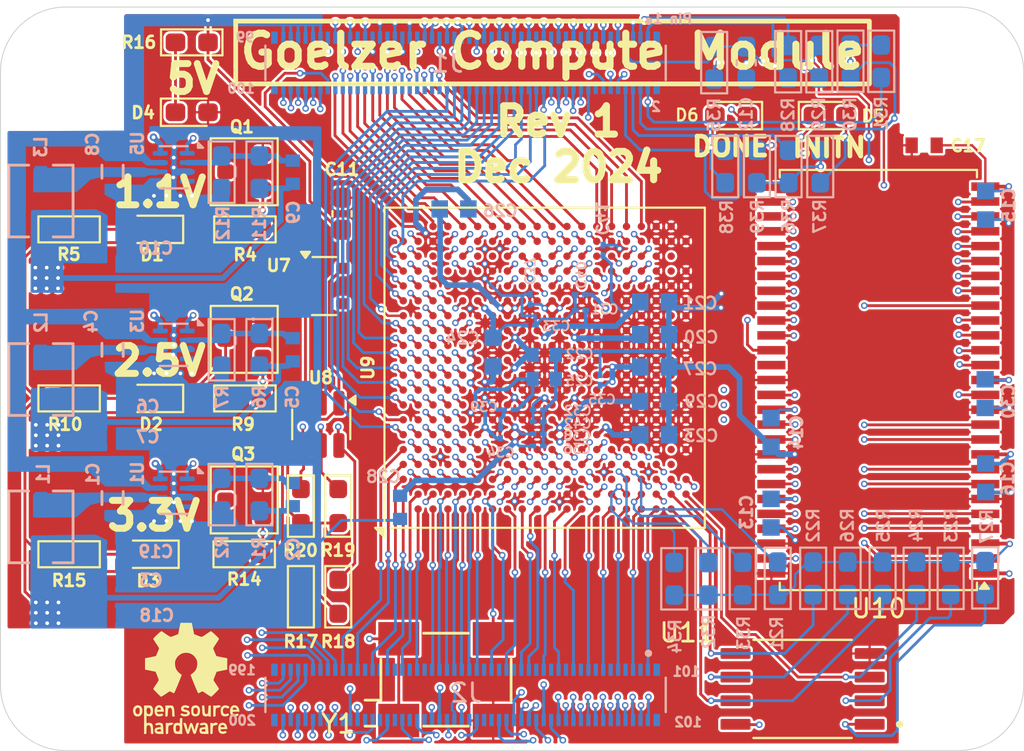
<source format=kicad_pcb>
(kicad_pcb (version 20240108) (generator "pcbnew") (generator_version "8.0")
  (layers (0 "F.Cu" signal) (1 "In1.Cu" signal) (2 "In2.Cu" signal) (3 "In3.Cu" signal) (4 "In4.Cu" signal) (5 "In5.Cu" signal) (6 "In6.Cu" signal) (31 "B.Cu" signal) (34 "B.Paste" user) (35 "F.Paste" user) (36 "B.SilkS" user "B.Silkscreen") (37 "F.SilkS" user "F.Silkscreen") (38 "B.Mask" user) (39 "F.Mask" user) (44 "Edge.Cuts" user))
  (net 0 "")
  (net 1 "GND")
  (net 2 "+5V")
  (net 3 "Net-(U1-FB)")
  (net 4 "Net-(U3-FB)")
  (net 5 "Net-(U5-FB)")
  (net 6 "Net-(D1-K)")
  (net 7 "Net-(D1-A)")
  (net 8 "Net-(D2-A)")
  (net 9 "Net-(D2-K)")
  (net 10 "Net-(D3-A)")
  (net 11 "Net-(D3-K)")
  (net 12 "/Power/SW_3V3")
  (net 13 "/Power/SW_2V5")
  (net 14 "/Power/SW_1V1")
  (net 15 "/Power/3V3_PG")
  (net 16 "/Power/2V5_PG")
  (net 17 "/Power/1V1_PG")
  (net 18 "+3V3")
  (net 19 "/Power/3V3_EN")
  (net 22 "/Power/2V5_EN")
  (net 24 "/Power/1V1_EN")
  (net 25 "Net-(D4-K)")
  (net 26 "ECP5_PRGMN_BTN")
  (net 27 "ECP5_INITN")
  (net 28 "Net-(D5-A)")
  (net 29 "Net-(D6-A)")
  (net 30 "Net-(U7-~{RESET})")
  (net 33 "IO_D1")
  (net 34 "IO_D2")
  (net 35 "IO_E6")
  (net 37 "IO_G1")
  (net 39 "IO_A3")
  (net 45 "IO_E2")
  (net 46 "IO_E8")
  (net 47 "IO_B3")
  (net 48 "IO_G5")
  (net 50 "IO_J1")
  (net 51 "IO_D6")
  (net 53 "IO_B4")
  (net 54 "IO_D5")
  (net 55 "IO_B1")
  (net 56 "IO_U1")
  (net 57 "IO_K1")
  (net 58 "IO_E1")
  (net 59 "IO_A4")
  (net 63 "IO_F2")
  (net 64 "IO_R1")
  (net 65 "IO_A2")
  (net 66 "/Hirose Connectors/IO_P1")
  (net 67 "IO_D8")
  (net 69 "IO_D7")
  (net 70 "IO_L1")
  (net 72 "IO_A5")
  (net 73 "IO_C5")
  (net 75 "IO_V1")
  (net 76 "IO_B5")
  (net 77 "IO_B2")
  (net 78 "IO_E5")
  (net 79 "IO_N1")
  (net 80 "IO_F1")
  (net 82 "IO_M1")
  (net 83 "IO_C4")
  (net 85 "IO_F4")
  (net 88 "IO_F5")
  (net 90 "IO_T1")
  (net 91 "IO_C3")
  (net 92 "IO_H1")
  (net 93 "IO_C1")
  (net 96 "unconnected-(U9D-PR17B-PadG18)")
  (net 99 "IO_J20")
  (net 102 "ECP5_DONE")
  (net 103 "JTAG_TCK")
  (net 104 "JTAG_TDI")
  (net 105 "JTAG_TDO")
  (net 106 "JTAG_TMS")
  (net 107 "Net-(U9I-CFG_1)")
  (net 109 "/Flash + JTAG/FLASH_IO0")
  (net 111 "/Flash + JTAG/FLASH_IO1")
  (net 112 "/Flash + JTAG/FLASH_IO2")
  (net 113 "/Flash + JTAG/FLASH_IO3")
  (net 114 "/Flash + JTAG/FLASH_SCK")
  (net 115 "/Flash + JTAG/FLASH_CSN")
  (net 116 "/Flash + JTAG/WRITEN")
  (net 118 "/Flash + JTAG/CS1N")
  (net 119 "/Flash + JTAG/SN_CSN")
  (net 120 "SDRAM_A7")
  (net 121 "SDRAM_D11")
  (net 125 "SDRAM_CASN")
  (net 126 "SDRAM_D4")
  (net 127 "SDRAM_CSN")
  (net 128 "SDRAM_A11")
  (net 129 "SDRAM_D6")
  (net 130 "SDRAM_A2")
  (net 131 "SDRAM_A5")
  (net 133 "/Hirose Connectors/IO_E7")
  (net 134 "CLK_25MHZ")
  (net 135 "SDRAM_D14")
  (net 136 "SDRAM_DQM1")
  (net 138 "SDRAM_A6")
  (net 139 "SDRAM_D12")
  (net 140 "SDRAM_A1")
  (net 141 "SDRAM_A9")
  (net 143 "SDRAM_A4")
  (net 144 "SDRAM_D13")
  (net 145 "SDRAM_WEN")
  (net 146 "SDRAM_A0")
  (net 147 "SDRAM_D10")
  (net 148 "SDRAM_D1")
  (net 149 "SDRAM_D9")
  (net 150 "SDRAM_RASN")
  (net 151 "SDRAM_D8")
  (net 152 "SDRAM_D3")
  (net 153 "SDRAM_BA0")
  (net 154 "SDRAM_A10")
  (net 155 "SDRAM_D7")
  (net 157 "SDRAM_D15")
  (net 159 "SDRAM_CKE")
  (net 160 "SDRAM_D5")
  (net 162 "SDRAM_A8")
  (net 163 "SDRAM_DQM0")
  (net 164 "unconnected-(U9D-PR20D-PadJ16)")
  (net 167 "SDRAM_A12")
  (net 168 "SDRAM_BA1")
  (net 170 "SDRAM_CLK")
  (net 171 "SDRAM_A3")
  (net 174 "SDRAM_D2")
  (net 175 "SDRAM_D0")
  (net 177 "+1V1")
  (net 178 "+2V5")
  (net 179 "IO_C20")
  (net 180 "IO_G20")
  (net 181 "IO_L20")
  (net 182 "IO_E20")
  (net 183 "IO_H20")
  (net 184 "IO_K20")
  (net 185 "IO_M20")
  (net 186 "IO_D20")
  (net 187 "IO_F20")
  (net 188 "IO_B20")
  (net 189 "IO_P20")
  (net 190 "IO_T20")
  (net 191 "IO_R20")
  (net 192 "IO_U20")
  (net 193 "IO_N20")
  (net 194 "IO_N19")
  (net 195 "IO_A19")
  (net 196 "IO_L19")
  (net 197 "IO_T19")
  (net 198 "IO_M19")
  (net 199 "IO_B19")
  (net 200 "IO_K19")
  (net 201 "IO_J19")
  (net 202 "IO_P19")
  (net 203 "IO_U19")
  (net 204 "IO_A18")
  (net 205 "IO_A13")
  (net 206 "IO_A16")
  (net 207 "IO_A17")
  (net 208 "IO_A15")
  (net 209 "IO_A14")
  (net 210 "IO_A11")
  (net 211 "IO_A12")
  (net 212 "IO_B18")
  (net 213 "IO_B16")
  (net 214 "IO_B15")
  (net 215 "IO_B11")
  (net 216 "IO_B17")
  (net 217 "IO_B13")
  (net 218 "IO_B12")
  (net 219 "IO_A6")
  (net 220 "IO_A9")
  (net 221 "IO_A10")
  (net 222 "IO_A8")
  (net 223 "IO_A7")
  (net 224 "IO_B6")
  (net 225 "IO_B9")
  (net 226 "IO_B8")
  (net 227 "IO_B10")
  (net 228 "IO_C10")
  (net 229 "IO_C14")
  (net 230 "IO_C12")
  (net 231 "IO_C13")
  (net 232 "IO_C17")
  (net 233 "IO_C15")
  (net 234 "IO_C16")
  (net 235 "IO_D15")
  (net 236 "IO_D14")
  (net 237 "IO_D13")
  (net 238 "IO_D12")
  (net 239 "IO_D18")
  (net 240 "IO_D19")
  (net 241 "IO_F19")
  (net 242 "IO_F17")
  (net 243 "IO_E17")
  (net 244 "IO_E18")
  (net 245 "IO_E19")
  (net 247 "IO_D9")
  (net 248 "IO_E15")
  (net 249 "IO_E9")
  (net 250 "IO_D10")
  (net 251 "IO_E11")
  (net 252 "IO_E4")
  (net 253 "IO_E10")
  (net 254 "IO_E13")
  (net 255 "IO_E14")
  (net 256 "/Hirose Connectors/IO_N3")
  (net 257 "/Hirose Connectors/IO_N2")
  (net 258 "/Hirose Connectors/IO_P2")
  (net 259 "/Hirose Connectors/IO_N5")
  (net 260 "/Hirose Connectors/IO_P5")
  (net 261 "/Hirose Connectors/IO_P4")
  (net 262 "/Hirose Connectors/IO_N4")
  (net 263 "/Hirose Connectors/IO_P3")
  (net 264 "/Hirose Connectors/IO_K3")
  (net 265 "/Hirose Connectors/IO_C2")
  (net 266 "/Hirose Connectors/IO_F3")
  (net 268 "/Hirose Connectors/IO_J3")
  (net 269 "/Hirose Connectors/IO_C8")
  (net 270 "/Hirose Connectors/IO_L2")
  (net 271 "/Hirose Connectors/IO_K2")
  (net 272 "/Hirose Connectors/IO_M3")
  (net 273 "/Hirose Connectors/IO_D11")
  (net 274 "/Hirose Connectors/IO_C11")
  (net 275 "/Hirose Connectors/IO_E3")
  (net 276 "/Hirose Connectors/IO_C6")
  (net 277 "/Hirose Connectors/IO_L3")
  (net 278 "/Hirose Connectors/IO_D3")
  (net 279 "/Hirose Connectors/IO_H2")
  (net 280 "/Hirose Connectors/IO_C9")
  (net 281 "/Hirose Connectors/IO_C7")
  (net 282 "/Hirose Connectors/IO_H3")
  (net 283 "/Hirose Connectors/IO_G3")
  (footprint "PCM_Package_TO_SOT_SMD_AKL:SOT-23" (layer "F.Cu") (at 102.9716 68.1482 180)
    (property "Reference" "Q1")
    (property "Value" "BSH111" (hide yes))
  )
  (footprint "LED_SMD:LED_0603_1608Metric_Pad1.05x0.95mm_HandSolder" (layer "F.Cu") (at 98.03 80.3402 180)
    (property "Reference" "D2")
    (property "Value" "Green")
  )
  (footprint "MountingHole:MountingHole_2.7mm_M2.5" (layer "F.Cu") (at 93.370128 95.78)
    (property "Reference" "H3" (hide yes))
    (property "Value" "MountingHole" (hide yes))
  )
  (footprint "LED_SMD:LED_0603_1608Metric_Pad1.05x0.95mm_HandSolder" (layer "F.Cu") (at 98.03 71.247 180)
    (property "Reference" "D1")
    (property "Value" "Green")
  )
  (footprint "PCM_Resistor_SMD_AKL:R_0603_1608Metric_Pad1.05x0.95mm_HandSolder" (layer "F.Cu") (at 100.1522 61.1886 180)
    (property "Reference" "R16")
    (property "Value" "1k")
  )
  (footprint "LED_SMD:LED_0603_1608Metric_Pad1.05x0.95mm_HandSolder" (layer "F.Cu") (at 129.1476 65.1256 180)
    (property "Reference" "D6")
    (property "Value" "Green")
  )
  (footprint "MountingHole:MountingHole_2.7mm_M2.5" (layer "F.Cu") (at 141.375036 62.790128)
    (property "Reference" "H2" (hide yes))
    (property "Value" "MountingHole" (hide yes))
  )
  (footprint "LED_SMD:LED_0603_1608Metric_Pad1.05x0.95mm_HandSolder" (layer "F.Cu") (at 97.79 88.7222 180)
    (property "Reference" "D3")
    (property "Value" "Green")
  )
  (footprint "Package_BGA:Lattice_caBGA-381_17.0x17.0mm_Layout20x20_P0.8mm_Ball0.4mm_Pad0.4mm_NSMD" (layer "F.Cu") (at 119.12 78.69 90)
    (property "Reference" "U9")
    (property "Value" "LFE5U-85F-6BG381x")
  )
  (footprint "Capacitor_SMD:C_0603_1608Metric_Pad1.08x0.95mm_HandSolder" (layer "F.Cu") (at 108.2294 70.4088 90)
    (property "Reference" "C11")
    (property "Value" "0.1uF")
  )
  (footprint "PCM_Resistor_SMD_AKL:R_0603_1608Metric_Pad1.05x0.95mm_HandSolder" (layer "F.Cu") (at 93.5596 80.3402 180)
    (property "Reference" "R10")
    (property "Value" "1k")
  )
  (footprint "W25Q128JVSIQ:SOIC127P790X216-8N" (layer "F.Cu") (at 132.985 95.965 180)
    (property "Reference" "U11")
    (property "Value" "W25Q128JVSIQ")
  )
  (footprint "PCM_Package_TO_SOT_SMD_AKL:SOT-23" (layer "F.Cu") (at 102.9716 85.8012 180)
    (property "Reference" "Q3")
    (property "Value" "BSH111" (hide yes))
  )
  (footprint "Package_TO_SOT_SMD:SOT-23-6" (layer "F.Cu") (at 107.1118 81.7372 -90)
    (property "Reference" "U8")
    (property "Value" "LM3880MF-1AA")
  )
  (footprint "LED_SMD:LED_0603_1608Metric_Pad1.05x0.95mm_HandSolder" (layer "F.Cu") (at 100.1522 64.9478)
    (property "Reference" "D4")
    (property "Value" "Green")
  )
  (footprint "MountingHole:MountingHole_2.7mm_M2.5" (layer "F.Cu") (at 141.369872 95.78)
    (property "Reference" "H4" (hide yes))
    (property "Value" "MountingHole" (hide yes))
  )
  (footprint "FNETHE025:Crystal_SMD_7050_4Pads" (layer "F.Cu") (at 113.8174 95.4688)
    (property "Reference" "Y1")
    (property "Value" "FNETHE025" (hide yes))
  )
  (footprint "PCM_Resistor_SMD_AKL:R_0603_1608Metric_Pad1.05x0.95mm_HandSolder" (layer "F.Cu") (at 103.011 80.3402 180)
    (property "Reference" "R9")
    (property "Value" "10k")
  )
  (footprint "PCM_Resistor_SMD_AKL:R_0603_1608Metric_Pad1.05x0.95mm_HandSolder" (layer "F.Cu") (at 102.9716 88.7222 180)
    (property "Reference" "R14")
    (property "Value" "10k")
  )
  (footprint "Package_TO_SOT_SMD:SOT-143" (layer "F.Cu") (at 107.2642 74.295)
    (property "Reference" "U7")
    (property "Value" "ADM811MART")
  )
  (footprint "LED_SMD:LED_0603_1608Metric_Pad1.05x0.95mm_HandSolder" (layer "F.Cu") (at 134.4422 65.1256)
    (property "Reference" "D5")
    (property "Value" "Red")
  )
  (footprint "PCM_Resistor_SMD_AKL:R_0603_1608Metric_Pad1.05x0.95mm_HandSolder" (layer "F.Cu") (at 103.011 71.247 180)
    (property "Reference" "R4")
    (property "Value" "10k")
  )
  (footprint "PCM_Resistor_SMD_AKL:R_0603_1608Metric_Pad0.98x0.95mm_HandSolder" (layer "F.Cu") (at 108.0262 91.0082 90)
    (property "Reference" "R18")
    (property "Value" "100k")
  )
  (footprint "PCM_Package_TO_SOT_SMD_AKL:SOT-23" (layer "F.Cu") (at 102.9716 77.1652 180)
    (property "Reference" "Q2")
    (property "Value" "BSH111" (hide yes))
  )
  (footprint "Package_SO:TSOP-II-54_22.2x10.16mm_P0.8mm" (layer "F.Cu") (at 137.0584 79.3496 180)
    (property "Reference" "U10")
    (property "Value" "MT48LC16M16A2P")
  )
  (footprint "PCM_Resistor_SMD_AKL:R_0603_1608Metric_Pad1.05x0.95mm_HandSolder" (layer "F.Cu") (at 93.5596 88.7222 180)
    (property "Reference" "R15")
    (property "Value" "1k")
  )
  (footprint "LogoLibrary:open-source-hardware-logo" (layer "F.Cu") (at 99.85 95.4)
    (property "Reference" "G***" (hide yes))
    (property "Value" "LOGO" (hide yes))
  )
  (footprint "PCM_Resistor_SMD_AKL:R_0603_1608Metric_Pad0.98x0.95mm_HandSolder" (layer "F.Cu") (at 106.0196 91.0082 -90)
    (property "Reference" "R17")
    (property "Value" "100k 1%")
  )
  (footprint "PCM_Resistor_SMD_AKL:R_0603_1608Metric_Pad0.98x0.95mm_HandSolder" (layer "F.Cu") (at 108.0262 86.1314 90)
    (property "Reference" "R19")
    (property "Value" "100k")
  )
  (footprint "MountingHole:MountingHole_2.7mm_M2.5" (layer "F.Cu") (at 93.37 62.790128)
    (property "Reference" "H1" (hide yes))
    (property "Value" "MountingHole" (hide yes))
  )
  (footprint "PCM_Resistor_SMD_AKL:R_0603_1608Metric_Pad1.05x0.95mm_HandSolder" (layer "F.Cu") (at 93.5596 71.247 180)
    (property "Reference" "R5")
    (property "Value" "1k")
  )
  (footprint "GRM188R61E225KA12D:CAP_GRM188R61E225KA12D_MUR-L" (layer "F.Cu") (at 139.5222 66.7258 180)
    (property "Reference" "C17")
    (property "Value" "2.2uF X5R")
  )
  (footprint "PCM_Resistor_SMD_AKL:R_0603_1608Metric_Pad0.98x0.95mm_HandSolder" (layer "F.Cu") (at 106.0196 86.1314 90)
    (property "Reference" "R20")
    (property "Value" "100k")
  )
  (footprint "PCM_Resistor_SMD_AKL:R_0603_1608Metric_Pad1.05x0.95mm_HandSolder" (layer "B.Cu") (at 135.4074 90.0176 -90)
    (property "Reference" "R26")
    (property "Value" "1k")
  )
  (footprint "GCM188R72A223KA37J:CAPC1608X90N" (layer "B.Cu") (at 125.03 82.3)
    (property "Reference" "C23")
    (property "Value" "22nF")
  )
  (footprint "PCM_Resistor_SMD_AKL:R_0603_1608Metric_Pad1.05x0.95mm_HandSolder" (layer "B.Cu") (at 139.1158 90.0176 -90)
    (property "Reference" "R24")
    (property "Value" "10k")
  )
  (footprint "GCM188R72A223KA37J:CAPC1608X90N" (layer "B.Cu") (at 142.8242 84.6074 -90)
    (property "Reference" "C16")
    (property "Value" "22nF")
  )
  (footprint "PCM_Resistor_SMD_AKL:R_0603_1608Metric_Pad1.05x0.95mm_HandSolder" (layer "B.Cu") (at 140.9446 90.0176 -90)
    (property "Reference" "R23")
    (property "Value" "10k")
  )
  (footprint "GCM188R72A223KA37J:CAPC1608X90N" (layer "B.Cu") (at 125.02 80.5)
    (property "Reference" "C29")
    (property "Value" "22nF")
  )
  (footprint "C1608X6S1C475K080AC:CAP_1608_TDK-L" (layer "B.Cu") (at 95.894873 85.699845 -90)
    (property "Reference" "C1")
    (property "Value" "4.7uF")
  )
  (footprint "C1608X6S1C475K080AC:CAP_1608_TDK-L" (layer "B.Cu") (at 95.894873 77.7245 -90)
    (property "Reference" "C4")
    (property "Value" "4.7uF")
  )
  (footprint "GRM033R71A103KA01D:G-033_MUR-L" (layer "B.Cu") (at 118.7706 82.9)
    (property "Reference" "C36")
    (property "Value" "10nF")
  )
  (footprint "GRM033R71A103KA01D:G-033_MUR-L" (layer "B.Cu") (at 118.35 76.4)
    (property "Reference" "C33")
    (property "Value" "10nF")
  )
  (footprint "PCM_Resistor_SMD_AKL:R_0603_1608Metric_Pad1.05x0.95mm_HandSolder" (layer "B.Cu") (at 137.2108 62.2046 90)
    (property "Reference" "R31")
    (property "Value" "4.7k")
  )
  (footprint "GRM188R71A225KE15D:G-188_MUR-L" (layer "B.Cu") (at 111.35 86.2 -90)
    (property "Reference" "C28")
    (property "Value" "2.2uF X7R")
  )
  (footprint "PCM_Resistor_SMD_AKL:R_0603_1608Metric_Pad1.05x0.95mm_HandSolder" (layer "B.Cu") (at 129.7686 90.029 90)
    (property "Reference" "R33")
    (property "Value" "4.7k")
  )
  (footprint "GCM188R72A223KA37J:CAPC1608X90N" (layer "B.Cu") (at 125.03 76.9)
    (property "Reference" "C20")
    (property "Value" "22nF")
  )
  (footprint "Package_SON:Texas_VSON-HR-8_1.5x2mm_P0.5mm" (layer "B.Cu") (at 99.182258 85.414845 180)
    (property "Reference" "U1")
    (property "Value" "TPS62823DLC")
  )
  (footprint "PCM_Resistor_SMD_AKL:R_0603_1608Metric_Pad1.05x0.95mm_HandSolder" (layer "B.Cu") (at 142.7988 89.9922 90)
    (property "Reference" "R27")
    (property "Value" "4.7k")
  )
  (footprint "GRM033R71A103KA01D:G-033_MUR-L" (layer "B.Cu") (at 121.05 75.6 180)
    (property "Reference" "C31")
    (property "Value" "10nF")
  )
  (footprint "PCM_Resistor_SMD_AKL:R_0603_1608Metric_Pad1.05x0.95mm_HandSolder" (layer "B.Cu") (at 132.2324 67.8688 -90)
    (property "Reference" "R36")
    (property "Value" "10k")
  )
  (footprint "GRM033R71A103KA01D:G-033_MUR-L" (layer "B.Cu") (at 116.75 82.2 90)
    (property "Reference" "C34")
    (property "Value" "10nF")
  )
  (footprint "GCM188R72A223KA37J:CAPC1608X90N" (layer "B.Cu") (at 142.8 80.08 -90)
    (property "Reference" "C30")
    (property "Value" "22nF")
  )
  (footprint "PCM_Resistor_SMD_AKL:R_0603_1608Metric_Pad1.05x0.95mm_HandSolder" (layer "B.Cu") (at 130.5306 67.8688 90)
    (property "Reference" "R39")
    (property "Value" "10k")
  )
  (footprint "GRM188R60J226MEA0D:G-188_MUR-L" (layer "B.Cu") (at 95.832188 80.772)
    (property "Reference" "C6")
    (property "Value" "22uF 6.3V")
  )
  (footprint "PCM_Resistor_SMD_AKL:R_0603_1608Metric_Pad1.05x0.95mm_HandSolder" (layer "B.Cu") (at 133.8834 62.23 -90)
    (property "Reference" "R29")
    (property "Value" "4.7k")
  )
  (footprint "GRM188R60J226MEA0D:G-188_MUR-L" (layer "B.Cu") (at 95.832188 92.0242)
    (property "Reference" "C18")
    (property "Value" "22uF 6.3V")
  )
  (footprint "PCM_Resistor_SMD_AKL:R_0603_1608Metric_Pad1.05x0.95mm_HandSolder" (layer "B.Cu") (at 128.8288 67.8688 90)
    (property "Reference" "R38")
    (property "Value" "2.2k")
  )
  (footprint "GRM033R71A103KA01D:G-033_MUR-L" (layer "B.Cu") (at 122.25 72.3794 90)
    (property "Reference" "C41")
    (property "Value" "10nF")
  )
  (footprint "PCM_Resistor_SMD_AKL:R_0603_1608Metric_Pad1.05x0.95mm_HandSolder" (layer "B.Cu") (at 103.788354 77.724 90)
    (property "Reference" "R6")
    (property "Value" "316k 1%")
  )
  (footprint "PCM_Resistor_SMD_AKL:R_0603_1608Metric_Pad1.05x0.95mm_HandSolder" (layer "B.Cu") (at 126.0856 90.043 90)
    (property "Reference" "R34")
    (property "Value" "4.7k")
  )
  (footprint "GRM188R60J226MEA0D:G-188_MUR-L" (layer "B.Cu") (at 95.832188 88.578845)
    (property "Reference" "C19")
    (property "Value" "22uF 6.3V")
  )
  (footprint "PCM_Resistor_SMD_AKL:R_0603_1608Metric_Pad1.05x0.95mm_HandSolder" (layer "B.Cu") (at 128.2317 62.2808 90)
    (property "Reference" "R35")
    (property "Value" "4.7k")
  )
  (footprint "GCM188R72A223KA37J:CAPC1608X90N" (layer "B.Cu") (at 142.8242 69.9516 -90)
    (property "Reference" "C15")
    (property "Value" "22nF")
  )
  (footprint "PCM_Resistor_SMD_AKL:R_0603_1608Metric_Pad1.05x0.95mm_HandSolder" (layer "B.Cu") (at 133.5532 90.0176 -90)
    (property "Reference" "R22")
    (property "Value" "10k")
  )
  (footprint "PCM_Resistor_SMD_AKL:R_0603_1608Metric_Pad1.05x0.95mm_HandSolder" (layer "B.Cu") (at 137.287 90.0176 -90)
    (property "Reference" "R25")
    (property "Value" "10k")
  )
  (footprint "PCM_Resistor_SMD_AKL:R_0603_1608Metric_Pad1.05x0.95mm_HandSolder" (layer "B.Cu") (at 101.756354 85.511845 -90)
    (property "Reference" "R2")
    (property "Value" "100k 1%")
  )
  (footprint "GRM1885C1H121JA01D:G-188_MUR-L" (layer "B.Cu") (at 105.586354 77.724 90)
    (property "Reference" "C5")
    (property "Value" "120pF")
  )
  (footprint "GRM033R71A103KA01D:G-033_MUR-L" (layer "B.Cu") (at 121.0294 74.75 180)
    (property "Reference" "C40")
    (property "Value" "10nF")
  )
  (footprint "GCM188R72A223KA37J:CAPC1608X90N" (layer "B.Cu") (at 116.35 77.85 -90)
    (property "Reference" "C24")
    (property "Value" "22nF")
  )
  (footprint "PCM_Resistor_SMD_AKL:R_0603_1608Metric_Pad1.05x0.95mm_HandSolder" (layer "B.Cu") (at 101.756354 77.724 -90)
    (property "Reference" "R7")
    (property "Value" "100k 1%")
  )
  (footprint "GRM1885C1H121JA01D:G-188_MUR-L" (layer "B.Cu") (at 105.586354 68.1736 90)
    (property "Reference" "C9")
    (property "Value" "120pF")
  )
  (footprint "Package_SON:Texas_VSON-HR-8_1.5x2mm_P0.5mm" (layer "B.Cu") (at 99.182258 67.9076 180)
    (property "Reference" "U5")
    (property "Value" "TPS62823DLC")
  )
  (footprint "GCM188R72A223KA37J:CAPC1608X90N" (layer "B.Cu") (at 131.2926 86.5124 -90)
    (property "Reference" "C13")
    (property "Value" "22nF")
  )
  (footprint "Package_SON:Texas_VSON-HR-8_1.5x2mm_P0.5mm" (layer "B.Cu") (at 99.182258 77.458 180)
    (property "Reference" "U3")
    (property "Value" "TPS62823DLC")
  )
  (footprint "PCM_Resistor_SMD_AKL:R_0603_1608Metric_Pad1.05x0.95mm_HandSolder" (layer "B.Cu") (at 135.5598 62.2046 90)
    (property "Reference" "R30")
    (property "Value" "4.7k")
  )
  (footprint "GCM188R72A223KA37J:CAPC1608X90N" (layer "B.Cu") (at 125.03 75.15)
    (property "Reference" "C21")
    (property "Value" "22nF")
  )
  (footprint "PCM_Resistor_SMD_AKL:R_0603_1608Metric_Pad1.05x0.95mm_HandSolder" (layer "B.Cu") (at 101.756354 68.1736 -90)
    (property "Reference" "R12")
    (property "Value" "100k 1%")
  )
  (footprint "GRM188R60J226MEA0D:G-188_MUR-L" (layer "B.Cu") (at 95.8596 72.263)
    (property "Reference" "C10")
    (property "Value" "22uF 6.3V")
  )
  (footprint "GRM188R60J226MEA0D:G-188_MUR-L" (layer "B.Cu") (at 95.832188 90.1192)
    (property "Reference" "C3")
    (property "Value" "22uF 6.3V")
  )
  (footprint "Capacitor_SMD:C_0603_1608Metric_Pad1.08x0.95mm_HandSolder" (layer "B.Cu") (at 129.9589 62.2808 -90)
    (property "Reference" "C12")
    (property "Value" "220nF")
  )
  (footprint "PCM_Resistor_SMD_AKL:R_0603_1608Metric_Pad1.05x0.95mm_HandSolder" (layer "B.Cu") (at 133.9342 67.8688 90)
    (property "Reference" "R37")
    (property "Value" "2.2k")
  )
  (footprint "GRM033R71A103KA01D:G-033_MUR-L" (layer "B.Cu") (at 117.2 80.95 180)
    (property "Reference" "C39")
    (property "Value" "10nF")
  )
  (footprint "PCM_Resistor_SMD_AKL:R_0603_1608Metric_Pad1.05x0.95mm_HandSolder" (layer "B.Cu") (at 103.788354 85.511845 90)
    (property "Reference" "R1")
    (property "Value" "453k 1%")
  )
  (footprint "PCM_Resistor_SMD_AKL:R_0603_1608Metric_Pad1.05x0.95mm_HandSolder" (layer "B.Cu") (at 127.9144 90.043 90)
    (property "Reference" "R32")
    (property "Value" "4.7k")
  )
  (footprint "C1608X6S1C475K080AC:CAP_1608_TDK-L" (layer "B.Cu") (at 95.894873 68.1482 -90)
    (property "Reference" "C8")
    (property "Value" "4.7uF")
  )
  (footprint "GRM033R71A103KA01D:G-033_MUR-L" (layer "B.Cu") (at 118.7794 81.6)
    (property "Reference" "C42")
    (property "Value" "10nF")
  )
  (footprint "PCM_Resistor_SMD_AKL:R_0603_1608Metric_Pad1.05x0.95mm_HandSolder" (layer "B.Cu") (at 103.788354 68.1736 90)
    (property "Reference" "R11")
    (property "Value" "82.5 1%")
  )
  (footprint "GRM033R71A103KA01D:G-033_MUR-L" (layer "B.Cu") (at 118.35 75 90)
    (property "Reference" "C37")
    (property "Value" "10nF")
  )
  (footprint "IHLP1212ABERR47M11:IND_IHLP-1212AB_VIS-L" (layer "B.Cu") (at 92.044873 79.3242 -90)
    (property "Reference" "L2")
    (property "Value" "470nH IHLP1212AB")
  )
  (footprint "PCM_Resistor_SMD_AKL:R_0603_1608Metric_Pad1.05x0.95mm_HandSolder" (layer "B.Cu") (at 132.207 62.23 90)
    (property "Reference" "R28")
    (property "Value" "4.7k")
  )
  (footprint "GRM188R71A225KE15D:G-188_MUR-L" (layer "B.Cu") (at 119.1 79.3)
    (property "Reference" "C25")
    (property "Value" "2.2uF X7R")
  )
  (footprint "IHLP1212ABERR47M11:IND_IHLP-1212AB_VIS-L" (layer "B.Cu") (at 92.044873 69.723 -90)
    (property "Reference" "L3")
    (property "Value" "470nH IHLP1212AB")
  )
  (footprint "GRM1885C1H121JA01D:G-188_MUR-L" (layer "B.Cu") (at 105.586354 85.511845 90)
    (property "Reference" "C2")
    (property "Value" "120pF")
  )
  (footprint "DF40C_100DP_0_4V_51_:HIROSE_DF40C-100DP-0.4V_51_" (layer "B.Cu") (at 114.87 62.29 180)
    (property "Reference" "J1")
    (property "Value" "DF40C-100DP-0.4V_51_")
  )
  (footprint "GCM188R72A223KA37J:CAPC1608X90N" (layer "B.Cu") (at 125.03 78.65)
    (property "Reference" "C27")
    (property "Value" "22nF")
  )
  (footprint "GCM188R72A223KA37J:CAPC1608X90N" (layer "B.Cu") (at 131.2926 82.169 -90)
    (property "Reference" "C14")
    (property "Value" "22nF")
  )
  (footprint "GRM033R71A103KA01D:G-033_MUR-L" (layer "B.Cu") (at 118.7794 80.95)
    (property "Reference" "C32")
    (property "Value" "10nF")
  )
  (footprint "PCM_Resistor_SMD_AKL:R_0603_1608Metric_Pad1.05x0.95mm_HandSolder" (layer "B.Cu") (at 131.6482 90.0176 -90)
    (property "Reference" "R21")
    (property "Value" "4.7k")
  )
  (footprint "GRM188R60J226MEA0D:G-188_MUR-L" (layer "B.Cu") (at 95.832188 82.423)
    (property "Reference" "C7")
    (property "Value" "22uF 6.3V")
  )
  (footprint "GRM033R71A103KA01D:G-033_MUR-L" (layer "B.Cu") (at 122.1 79.35 90)
    (property "Reference" "C35")
    (property "Value" "10nF")
  )
  (footprint "GRM033R71A103KA01D:G-033_MUR-L" (layer "B.Cu") (at 118.7706 82.25)
    (property "Reference" "C38")
    (property "Value" "10nF")
  )
  (footprint "DF40C_100DP_0_4V_51_:HIROSE_DF40C-100DP-0.4V_51_" (layer "B.Cu") (at 114.87 96.285 180)
    (property "Reference" "J2")
    (property "Value" "DF40C-100DP-0.4V_51_")
  )
  (footprint "GRM188R71A225KE15D:G-188_MUR-L" (layer "B.Cu") (at 119.1 78.0034)
    (property "Reference" "C22")
    (property "Value" "2.2uF X7R")
  )
  (footprint "GCM188R72A223KA37J:CAPC1608X90N" (layer "B.Cu") (at 114.25 70.15)
    (property "Reference" "C26")
    (property "Value" "22nF")
  )
  (footprint "IHLP1212ABERR47M11:IND_IHLP-1212AB_VIS-L" (layer "B.Cu") (at 92.044873 87.249845 -90)
    (property "Reference" "L1")
    (property "Value" "470nH IHLP1212AB")
  )
  (gr_rect (start 102.5144 60.0456) (end 136.5758 63.4238) (stroke (width 0.254)) (fill none) (layer "F.SilkS"))
  (gr_arc (start 93.370128 99.280128) (mid 90.895164 98.254964) (end 89.87 95.78) (stroke (width 0.05)) (layer "Edge.Cuts"))
  (gr_line (start 144.87 62.79) (end 144.87 95.78) (stroke (width 0.05)) (layer "Edge.Cuts"))
  (gr_line (start 141.37 99.280128) (end 93.370128 99.280128) (stroke (width 0.05)) (layer "Edge.Cuts"))
  (gr_line (start 89.87 95.78) (end 89.87 62.79) (stroke (width 0.05)) (layer "Edge.Cuts"))
  (gr_arc (start 144.869955 95.78) (mid 143.844829 98.254897) (end 141.369945 99.280055) (stroke (width 0.05)) (layer "Edge.Cuts"))
  (gr_arc (start 141.37 59.29) (mid 143.844971 60.315194) (end 144.870123 62.790182) (stroke (width 0.05)) (layer "Edge.Cuts"))
  (gr_line (start 93.3704 59.29) (end 141.3704 59.29) (stroke (width 0.05)) (layer "Edge.Cuts"))
  (gr_arc (start 89.869872 62.790128) (mid 90.895036 60.315164) (end 93.37 59.29) (stroke (width 0.05)) (layer "Edge.Cuts"))
  (gr_text "Pin 1" (at 127.127 60.2234 -0) (layer "B.SilkS") (effects (font (size 0.508 0.508) (thickness 0.127)) (justify left bottom mirror)))
  (gr_text "99" (at 103.59 61.21 -0) (layer "B.SilkS") (effects (font (size 0.508 0.508) (thickness 0.127)) (justify left bottom mirror)))
  (gr_text "2" (at 125.4252 64.9478 -0) (layer "B.SilkS") (effects (font (size 0.508 0.508) (thickness 0.127)) (justify left bottom mirror)))
  (gr_text "199" (at 103.66 95.25 0) (layer "B.SilkS") (effects (font (size 0.508 0.508) (thickness 0.127)) (justify left bottom mirror)))
  (gr_text "102" (at 127.64 98.05 0) (layer "B.SilkS") (effects (font (size 0.508 0.508) (thickness 0.127)) (justify left bottom mirror)))
  (gr_text "200" (at 103.67 97.96 0) (layer "B.SilkS") (effects (font (size 0.508 0.508) (thickness 0.127)) (justify left bottom mirror)))
  (gr_text "100" (at 103.61 63.97 -0) (layer "B.SilkS") (effects (font (size 0.508 0.508) (thickness 0.127)) (justify left bottom mirror)))
  (gr_text "101" (at 127.54 95.33 0) (layer "B.SilkS") (effects (font (size 0.508 0.508) (thickness 0.127)) (justify left bottom mirror)))
  (gr_text "2.5V" (at 95.7326 79.1972 0) (layer "F.SilkS") (effects (font (size 1.5 1.5) (thickness 0.375) (bold yes)) (justify left bottom)))
  (gr_text "INITN" (at 134.4168 67.437 0) (layer "F.SilkS") (effects (font (size 1.016 1.016) (thickness 0.254) (bold yes)) (justify bottom)))
  (gr_text "5V" (at 98.6282 64.0334 0) (layer "F.SilkS") (effects (font (size 1.5 1.5) (thickness 0.375) (bold yes)) (justify left bottom)))
  (gr_text "Goelzer Compute Module" (at 119.5451 62.7126 0) (layer "F.SilkS") (effects (font (size 1.778 1.778) (thickness 0.381) (bold yes)) (justify bottom)))
  (gr_text "DONE" (at 129.1082 67.3862 0) (layer "F.SilkS") (effects (font (size 1.016 1.016) (thickness 0.254) (bold yes)) (justify bottom)))
  (gr_text "1.1V" (at 95.758 70.1294 0) (layer "F.SilkS") (effects (font (size 1.5 1.5) (thickness 0.375) (bold yes)) (justify left bottom)))
  (gr_text "3.3V" (at 95.4278 87.5284 0) (layer "F.SilkS") (effects (font (size 1.5 1.5) (thickness 0.375) (bold yes)) (justify left bottom)))
  (gr_text "Rev 1\nDec 2024" (at 119.8626 68.7832 0) (layer "F.SilkS") (effects (font (size 1.524 1.524) (thickness 0.381) (bold yes)) (justify bottom)))
  (segment (start 138.4046 69.2404) (end 138.8491 68.7959) (width 0.127) (layer "F.Cu") (net 1))
  (segment (start 113.5126 83.4644) (end 113.5126 83.4826) (width 0.1524) (layer "F.Cu") (net 1))
  (segment (start 117.8878 85.49) (end 117.5004 85.8774) (width 0.1524) (layer "F.Cu") (net 1))
  (segment (start 131.5992 69.2404) (end 138.4046 69.2404) (width 0.127) (layer "F.Cu") (net 1))
  (segment (start 112.728 71.45) (end 112.728 71.498) (width 0.1524) (layer "F.Cu") (net 1))
  (segment (start 131.3084 68.9496) (end 131.5992 69.2404) (width 0.127) (layer "F.Cu") (net 1))
  (segment (start 119.9134 85.9028) (end 119.9134 85.8966) (width 0.1524) (layer "F.Cu") (net 1))
  (segment (start 119.9134 85.8966) (end 120.32 85.49) (width 0.1524) (layer "F.Cu") (net 1))
  (segment (start 113.5126 83.4826) (end 113.92 83.89) (width 0.1524) (layer "F.Cu") (net 1))
  (segment (start 138.8491 68.7959) (end 138.8491 66.7258) (width 0.127) (layer "F.Cu") (net 1))
  (segment (start 117.92 85.49) (end 117.8878 85.49) (width 0.1524) (layer "F.Cu") (net 1))
  (via (at 128.6 75.4606) (size 0.35) (drill 0.2) (layers "F.Cu" "B.Cu") (net 1))
  (via (at 100.165258 78.994) (size 0.4032) (drill 0.2) (layers "F.Cu" "B.Cu") (net 1))
  (via (at 99.187 84.9122) (size 0.4032) (drill 0.2) (layers "F.Cu" "B.Cu") (net 1))
  (via (at 111.8616 60.1472) (size 0.35) (drill 0.2) (layers "F.Cu" "B.Cu") (net 1))
  (via (at 99.187 85.9282) (size 0.4032) (drill 0.2) (layers "F.Cu" "B.Cu") (net 1))
  (via (at 99.2124 76.4032) (size 0.4032) (drill 0.2) (layers "F.Cu" "B.Cu") (net 1))
  (via (at 99.181942 67.9196) (size 0.4032) (drill 0.2) (layers "F.Cu" "B.Cu") (net 1))
  (via (at 111.4806 61.6966) (size 0.35) (drill 0.2) (layers "F.Cu" "B.Cu") (net 1))
  (via (at 99.1616 77.978) (size 0.4032) (drill 0.2) (layers "F.Cu" "B.Cu") (net 1))
  (via (at 98.125258 78.994) (size 0.4032) (drill 0.2) (layers "F.Cu" "B.Cu") (net 1))
  (via (at 144.1958 85.3948) (size 0.35) (drill 0.2) (layers "F.Cu" "B.Cu") (net 1))
  (via (at 132.588 87.9602) (size 0.35) (drill 0.2) (layers "F.Cu" "B.Cu") (net 1))
  (via (at 115.9 73.1) (size 0.35) (drill 0.2) (layers "F.Cu" "B.Cu") (net 1))
  (via (at 129.9589 62.2808) (size 0.35) (drill 0.2) (layers "F.Cu" "B.Cu") (net 1))
  (via (at 98.795258 86.929845) (size 0.4032) (drill 0.2) (layers "F.Cu" "B.Cu") (net 1))
  (via (at 131.4958 62.4586) (size 0.35) (drill 0.2) (layers "F.Cu" "B.Cu") (net 1))
  (via (at 110.2614 60.1472) (size 0.35) (drill 0.2) (layers "F.Cu" "B.Cu") (net 1))
  (via (at 98.795258 78.984) (size 0.4032) (drill 0.2) (layers "F.Cu" "B.Cu") (net 1))
  (via (at 99.207342 66.8274) (size 0.4032) (drill 0.2) (layers "F.Cu" "B.Cu") (net 1))
  (via (at 100.1602 69.4436) (size 0.4032) (drill 0.2) (layers "F.Cu" "B.Cu") (net 1))
  (via (at 115.9 80.3) (size 0.35) (drill 0.2) (layers "F.Cu" "B.Cu") (net 1))
  (via (at 112.728 71.45) (size 0.35) (drill 0.2) (layers "F.Cu" "B.Cu") (net 1))
  (via (at 123.8758 60.1218) (size 0.35) (drill 0.2) (layers "F.Cu" "B.Cu") (net 1))
  (via (at 99.545258 86.939845) (size 0.4032) (drill 0.2) (layers "F.Cu" "B.Cu") (net 1))
  (via (at 100.165258 86.939845) (size 0.4032) (drill 0.2) (layers "F.Cu" "B.Cu") (net 1))
  (via (at 116.7 72.3) (size 0.35) (drill 0.2) (layers "F.Cu" "B.Cu") (net 1))
  (via (at 132.5626 83.3374) (size 0.35) (drill 0.2) (layers "F.Cu" "B.Cu") (net 1))
  (via (at 115.1 75.5) (size 0.35) (drill 0.2) (layers "F.Cu" "B.Cu") (net 1))
  (via (at 98.1202 69.4436) (size 0.4032) (drill 0.2) (layers "F.Cu" "B.Cu") (net 1))
  (via (at 99.5402 69.4436) (size 0.4032) (drill 0.2) (layers "F.Cu" "B.Cu") (net 1))
  (via (at 122.3 84.3) (size 0.35) (drill 0.2) (layers "F.Cu" "B.Cu") (net 1))
  (via (at 117.5004 85.8774) (size 0.35) (drill 0.2) (layers "F.Cu" "B.Cu") (net 1))
  (via (at 99.187 85.4202) (size 0.4032) (drill 0.2) (layers "F.Cu" "B.Cu") (net 1))
  (via (at 123.15 72.2884) (size 0.35) (drill 0.2) (layers "F.Cu" "B.Cu") (net 1))
  (via (at 124.7 84.3) (size 0.35) (drill 0.2) (layers "F.Cu" "B.Cu") (net 1))
  (via (at 98.7902 69.4336) (size 0.4032) (drill 0.2) (layers "F.Cu" "B.Cu") (net 1))
  (via (at 98.125258 86.939845) (size 0.4032) (drill 0.2) (layers "F.Cu" "B.Cu") (net 1))
  (via (at 99.187 76.9366) (size 0.4032) (drill 0.2) (layers "F.Cu" "B.Cu") (net 1))
  (via (at 111.0742 60.1472) (size 0.35) (drill 0.2) (layers "F.Cu" "B.Cu") (net 1))
  (via (at 115.9 73.9) (size 0.35) (drill 0.2) (layers "F.Cu" "B.Cu") (net 1))
  (via (at 99.181942 67.3862) (size 0.4032) (drill 0.2) (layers "F.Cu" "B.Cu") (net 1))
  (via (at 115.15 81.1) (size 0.35) (drill 0.2) (layers "F.Cu" "B.Cu") (net 1))
  (via (at 99.187 84.4042) (size 0.4032) (drill 0.2) (layers "F.Cu" "B.Cu") (net 1))
  (via (at 115.9 79.45) (size 0.35) (drill 0.2) (layers "F.Cu" "B.Cu") (net 1))
  (via (at 99.545258 78.994) (size 0.4032) (drill 0.2) (layers "F.Cu" "B.Cu") (net 1))
  (via (at 115.9 72.3) (size 0.35) (drill 0.2) (layers "F.Cu" "B.Cu") (net 1))
  (via (at 119.9134 85.9028) (size 0.35) (drill 0.2) (layers "F.Cu" "B.Cu") (net 1))
  (via (at 99.1616 68.453) (size 0.4032) (drill 0.2) (layers "F.Cu" "B.Cu") (net 1))
  (via (at 99.187 77.47) (size 0.4032) (drill 0.2) (layers "F.Cu" "B.Cu") (net 1))
  (via (at 109.8804 61.6966) (size 0.35) (drill 0.2) (layers "F.Cu" "B.Cu") (net 1))
  (via (at 144.1 80.85) (size 0.35) (drill 0.2) (layers "F.Cu" "B.Cu") (net 1))
  (via (at 128.618261 74.7042) (size 0.35) (drill 0.2) (layers "F.Cu" "B.Cu") (net 1))
  (via (at 110.6678 61.6966) (size 0.35) (drill 0.2) (layers "F.Cu" "B.Cu") (net 1))
  (via (at 113.5126 83.4644) (size 0.35) (drill 0.2) (layers "F.Cu" "B.Cu") (net 1))
  (via (at 144.0688 70.9168) (size 0.35) (drill 0.2) (layers "F.Cu" "B.Cu") (net 1))
  (segment (start 119.7223 78.0034) (end 119.9257 77.8) (width 0.1524) (layer "B.Cu") (net 1))
  (segment (start 142.8416 85.3948) (end 142.8242 85.3774) (width 0.2032) (layer "B.Cu") (net 1))
  (segment (start 123.87 60.935) (end 123.87 60.1276) (width 0.127) (layer "B.Cu") (net 1))
  (segment (start 116.25 79.45) (end 115.9 79.45) (width 0.3048) (layer "B.Cu") (net 1))
  (segment (start 108.2 86.9) (end 106.7 88.4) (width 0.1524) (layer "B.Cu") (net 1))
  (segment (start 131.2926 87.2824) (end 131.9102 87.2824) (width 0.1524) (layer "B.Cu") (net 1))
  (segment (start 120.281 76.069) (end 120.75 75.6) (width 0.1524) (layer "B.Cu") (net 1))
  (segment (start 117.9 75.9) (end 117.9 75.649456) (width 0.1524) (layer "B.Cu") (net 1))
  (segment (start 111.47 60.935) (end 111.47 61.686) (width 0.1524) (layer "B.Cu") (net 1))
  (segment (start 114.45 69.1) (end 115.02 69.67) (width 0.3048) (layer "B.Cu") (net 1))
  (segment (start 118 74.7912) (end 118.0706 74.7206) (width 0.1524) (layer "B.Cu") (net 1))
  (segment (start 112.75 69.1) (end 114.45 69.1) (width 0.3048) (layer "B.Cu") (net 1))
  (segment (start 125.8 76.9) (end 125.8 75.15) (width 0.3048) (layer "B.Cu") (net 1))
  (segment (start 127.861861 75.4606) (end 128.618261 74.7042) (width 0.3048) (layer "B.Cu") (net 1))
  (segment (start 118.6294 75.8794) (end 118.6088 75.9) (width 0.1524) (layer "B.Cu") (net 1))
  (segment (start 144.0688 70.9168) (end 143.8736 70.7216) (width 0.1524) (layer "B.Cu") (net 1))
  (segment (start 131.691 83.3374) (end 132.5626 83.3374) (width 0.3048) (layer "B.Cu") (net 1))
  (segment (start 129.6 81.2464) (end 129.6 79.25) (width 0.3048) (layer "B.Cu") (net 1))
  (segment (start 111.07 60.1514) (end 111.0742 60.1472) (width 0.127) (layer "B.Cu") (net 1))
  (segment (start 129 78.65) (end 125.8 78.65) (width 0.3048) (layer "B.Cu") (net 1))
  (segment (start 119.1096 80.95) (end 119.7223 80.3373) (width 0.2032) (layer "B.Cu") (net 1))
  (segment (start 118.9604 76.069) (end 120.281 76.069) (width 0.1524) (layer "B.Cu") (net 1))
  (segment (start 110.67 61.6944) (end 110.6678 61.6966) (width 0.127) (layer "B.Cu") (net 1))
  (segment (start 111.07 60.935) (end 111.07 60.1514) (width 0.1524) (layer "B.Cu") (net 1))
  (segment (start 123.15 72.2884) (end 122.9616 72.1) (width 0.1524) (layer "B.Cu") (net 1))
  (segment (start 122.9616 72.1) (end 122.25 72.1) (width 0.1524) (layer "B.Cu") (net 1))
  (segment (start 115.02 69.67) (end 115.02 70.15) (width 0.3048) (layer "B.Cu") (net 1))
  (segment (start 119.1096 80.95) (end 119.05 81.0096) (width 0.1524) (layer "B.Cu") (net 1))
  (segment (start 110.27 60.1558) (end 110.2614 60.1472) (width 0.127) (layer "B.Cu") (net 1))
  (segment (start 125.8 78.65) (end 125.8 77.8) (width 0.3048) (layer "B.Cu") (net 1))
  (segment (start 118.6294 76.4) (end 118.6294 75.8794) (width 0.1524) (layer "B.Cu") (net 1))
  (segment (start 125.8 75.15) (end 126.1106 75.4606) (width 0.3048) (layer "B.Cu") (net 1))
  (segment (start 126.1106 75.4606) (end 128.6 75.4606) (width 0.3048) (layer "B.Cu") (net 1))
  (segment (start 116.75 81.9206) (end 116.75 81.45) (width 0.2032) (layer "B.Cu") (net 1))
  (segment (start 111.35 86.8223) (end 111.35 86.9) (width 0.1524) (layer "B.Cu") (net 1))
  (segment (start 122.1 77.8) (end 125.8 77.8) (width 0.2032) (layer "B.Cu") (net 1))
  (segment (start 116.75 81.45) (end 116.9206 81.2794) (width 0.2032) (layer "B.Cu") (net 1))
  (segment (start 109.8804 60.9454) (end 109.87 60.935) (width 0.127) (layer "B.Cu") (net 1))
  (segment (start 116.35 79.35) (end 116.25 79.45) (width 0.3048) (layer "B.Cu") (net 1))
  (segment (start 118 74.7912) (end 117.9912 74.8) (width 0.1524) (layer "B.Cu") (net 1))
  (segment (start 143.8736 70.7216) (end 142.8242 70.7216) (width 0.1524) (layer "B.Cu") (net 1))
  (segment (start 116.9206 81.2794) (end 116.9206 80.95) (width 0.2032) (layer "B.Cu") (net 1))
  (segment (start 125.8 77.8) (end 125.8 76.9) (width 0.3048) (layer "B.Cu") (net 1))
  (segment (start 116.9206 80.95) (end 116.55 80.95) (width 0.2032) (layer "B.Cu") (net 1))
  (segment (start 112.728 71.45) (end 112.2 70.922) (width 0.3048) (layer "B.Cu") (net 1))
  (segment (start 110.27 60.935) (end 110.27 60.1558) (width 0.127) (layer "B.Cu") (net 1))
  (segment (start 117.9 75.649456) (end 117.904 75.645456) (width 0.1524) (layer "B.Cu") (net 1))
  (segment (start 131.2926 82.939) (end 129.6 81.2464) (width 0.3048) (layer "B.Cu") (net 1))
  (segment (start 119.05 81.0096) (end 119.05 82.9) (width 0.1524) (layer "B.Cu") (net 1))
  (segment (start 129.9589 63.1433) (end 129.9589 62.2808) (width 0.127) (layer "B.Cu") (net 1))
  (segment (start 111.87 60.935) (end 111.87 60.1556) (width 0.1524) (layer "B.Cu") (net 1))
  (segment (start 125.8 82.3) (end 125.8 80.51) (width 0.3048) (layer "B.Cu") (net 1))
  (segment (start 144.1958 85.3948) (end 142.8416 85.3948) (width 0.2032) (layer "B.Cu") (net 1))
  (segment (start 119.0588 80.95) (end 119.1096 80.95) (width 0.1524) (layer "B.Cu") (net 1))
  (segment (start 118.0706 74.7206) (end 118.35 74.7206) (width 0.1524) (layer "B.Cu") (net 1))
  (segment (start 131.9102 87.2824) (end 132.588 87.9602) (width 0.1524) (layer "B.Cu") (net 1))
  (segment (start 125.79 80.5) (end 125.79 78.66) (width 0.3048) (layer "B.Cu") (net 1))
  (segment (start 122.1 79.0706) (end 122.1 77.8) (width 0.1524) (layer "B.Cu") (net 1))
  (segment (start 111.87 60.1556) (end 111.8616 60.1472) (width 0.127) (layer "B.Cu") (net 1))
  (segment (start 117.904 75.645456) (end 117.904 74.8872) (width 0.1524) (layer "B.Cu") (net 1))
  (segment (start 120.75 75.6) (end 120.7706 75.6) (width 0.2032) (layer "B.Cu") (net 1))
  (segment (start 111.47 61.686) (end 111.4806 61.6966) (width 0.127) (layer "B.Cu") (net 1))
  (segment (start 125.79 78.66) (end 125.8 78.65) (width 0.3048) (layer "B.Cu") (net 1))
  (segment (start 129.6 79.25) (end 129 78.65) (width 0.3048) (layer "B.Cu") (net 1))
  (segment (start 118.6088 75.9) (end 117.9 75.9) (width 0.1524) (layer "B.Cu") (net 1))
  (segment (start 118.6294 76.4) (end 118.9604 76.069) (width 0.1524) (layer "B.Cu") (net 1))
  (segment (start 119.7223 79.3) (end 119.7223 78.0034) (width 0.2032) (layer "B.Cu") (net 1))
  (segment (start 125.8 80.51) (end 125.79 80.5) (width 0.3048) (layer "B.Cu") (net 1))
  (segment (start 131.2926 82.939) (end 131.691 83.3374) (width 0.3048) (layer "B.Cu") (net 1))
  (segment (start 123.87 60.1276) (end 123.8758 60.1218) (width 0.127) (layer "B.Cu") (net 1))
  (segment (start 132.1422 63.105) (end 131.4958 62.4586) (width 0.127) (layer "B.Cu") (net 1))
  (segment (start 117.904 74.8872) (end 118 74.7912) (width 0.1524) (layer "B.Cu") (net 1))
  (segment (start 116.35 78.62) (end 116.35 79.35) (width 0.3048) (layer "B.Cu") (net 1))
  (segment (start 117.9912 74.8) (end 116.8 74.8) (width 0.1524) (layer "B.Cu") (net 1))
  (segment (start 111.35 86.9) (end 108.2 86.9) (width 0.1524) (layer "B.Cu") (net 1))
  (segment (start 119.9257 77.8) (end 121.85 77.8) (width 0.2032) (layer "B.Cu") (net 1))
  (segment (start 110.67 60.935) (end 110.67 61.6944) (width 0.1524) (layer "B.Cu") (net 1))
  (segment (start 121.85 77.8) (end 122.1 77.8) (width 0.2032) (layer "B.Cu") (net 1))
  (segment (start 112.2 70.922) (end 112.2 69.65) (width 0.3048) (layer "B.Cu") (net 1))
  (segment (start 109.8804 61.6966) (end 109.8804 60.9454) (width 0.1524) (layer "B.Cu") (net 1))
  (segment (start 116.55 80.95) (end 115.9 80.3) (width 0.2032) (layer "B.Cu") (net 1))
  (segment (start 132.207 63.105) (end 132.1422 63.105) (width 0.127) (layer "B.Cu") (net 1))
  (segment (start 120.7706 75.6) (end 120.7706 74.7706) (width 0.1524) (layer "B.Cu") (net 1))
  (segment (start 112.2 69.65) (end 112.75 69.1) (width 0.3048) (layer "B.Cu") (net 1))
  (segment (start 142.8 80.85) (end 144.1 80.85) (width 0.1524) (layer "B.Cu") (net 1))
  (segment (start 116.8 74.8) (end 115.9 73.9) (width 0.1524) (layer "B.Cu") (net 1))
  (segment (start 119.7223 80.3373) (end 119.7223 79.3) (width 0.2032) (layer "B.Cu") (net 1))
  (segment (start 106.0196 87.0439) (end 107.0356 87.0439) (width 0.1524) (layer "F.Cu") (net 2))
  (segment (start 105.3084 82.0928) (end 105.3084 86.3327) (width 0.1524) (layer "F.Cu") (net 2))
  (segment (start 107.412256 81.4654) (end 105.9358 81.4654) (width 0.1524) (layer "F.Cu") (net 2))
  (segment (start 106.5022 67.5894) (end 106.5022 69.723) (width 0.1524) (layer "F.Cu") (net 2))
  (segment (start 108.0618 80.815856) (end 107.412256 81.4654) (width 0.1524) (layer "F.Cu") (net 2))
  (segment (start 106.5022 69.723) (end 108.0505 71.2713) (width 0.1524) (layer "F.Cu") (net 2))
  (segment (start 108.2642 73.345) (end 108.2548 73.3356) (width 0.1524) (layer "F.Cu") (net 2))
  (segment (start 101.0272 61.1886) (end 101.0272 62.1144) (width 0.1524) (layer "F.Cu") (net 2))
  (segment (start 107.0356 87.0439) (end 108.0262 87.0439) (width 0.1524) (layer "F.Cu") (net 2))
  (segment (start 107.0356 90.9301) (end 108.0262 91.9207) (width 0.1524) (layer "F.Cu") (net 2))
  (segment (start 108.2642 73.345) (end 107.5436 74.0656) (width 0.1524) (layer "F.Cu") (net 2))
  (segment (start 108.2548 73.3356) (end 108.2548 71.2967) (width 0.1524) (layer "F.Cu") (net 2))
  (segment (start 101.0272 62.1144) (end 106.5022 67.5894) (width 0.1524) (layer "F.Cu") (net 2))
  (segment (start 107.0356 87.0439) (end 107.0356 90.9301) (width 0.1524) (layer "F.Cu") (net 2))
  (segment (start 108.0618 79.1058) (end 108.0618 80.5997) (width 0.1524) (layer "F.Cu") (net 2))
  (segment (start 105.3084 86.3327) (end 106.0196 87.0439) (width 0.1524) (layer "F.Cu") (net 2))
  (segment (start 108.0505 71.2713) (end 108.2294 71.2713) (width 0.1524) (layer "F.Cu") (net 2))
  (segment (start 101.0272 59.9948) (end 101.0272 61.1886) (width 0.1524) (layer "F.Cu") (net 2))
  (segment (start 107.5436 78.5876) (end 108.0618 79.1058) (width 0.1524) (layer "F.Cu") (net 2))
  (segment (start 108.2548 71.2967) (end 108.2294 71.2713) (width 0.1524) (layer "F.Cu") (net 2))
  (segment (start 107.5436 74.0656) (end 107.5436 78.5876) (width 0.1524) (layer "F.Cu") (net 2))
  (segment (start 105.9358 81.4654) (end 105.3084 82.0928) (width 0.1524) (layer "F.Cu") (net 2))
  (segment (start 108.0618 80.5997) (end 108.0618 80.815856) (width 0.1524) (layer "F.Cu") (net 2))
  (via (at 101.0272 59.9948) (size 0.35) (drill 0.2) (layers "F.Cu" "B.Cu") (net 2))
  (segment (start 107.07 60.935) (end 107.07 60.189) (width 0.1524) (layer "B.Cu") (net 2))
  (segment (start 107.0864 60.9514) (end 107.07 60.935) (width 0.2032) (layer "B.Cu") (net 2))
  (segment (start 105.07 60.935) (end 105.07 60.157) (width 0.1524) (layer "B.Cu") (net 2))
  (segment (start 106.27 60.935) (end 106.27 60.1762) (width 0.1524) (layer "B.Cu") (net 2))
  (segment (start 105.47 60.935) (end 105.47 60.1634) (width 0.1524) (layer "B.Cu") (net 2))
  (segment (start 105.87 60.935) (end 105.87 60.1698) (width 0.1524) (layer "B.Cu") (net 2))
  (segment (start 106.67 60.935) (end 106.67 60.1826) (width 0.1524) (layer "B.Cu") (net 2))
  (segment (start 106.68 60.945) (end 106.67 60.935) (width 0.2032) (layer "B.Cu") (net 2))
  (segment (start 103.788354 84.636845) (end 101.756354 84.636845) (width 0.3048) (layer "B.Cu") (net 3))
  (segment (start 101.228354 85.164845) (end 99.907258 85.164845) (width 0.3048) (layer "B.Cu") (net 3))
  (segment (start 105.260345 84.889545) (end 105.007645 84.636845) (width 0.3048) (layer "B.Cu") (net 3))
  (segment (start 101.756354 84.636845) (end 101.228354 85.164845) (width 0.3048) (layer "B.Cu") (net 3))
  (segment (start 105.586354 84.889545) (end 105.260345 84.889545) (width 0.3048) (layer "B.Cu") (net 3))
  (segment (start 105.007645 84.636845) (end 103.788354 84.636845) (width 0.3048) (layer "B.Cu") (net 3))
  (segment (start 105.3211 77.1017) (end 105.0684 76.849) (width 0.3048) (layer "B.Cu") (net 4))
  (segment (start 103.788354 76.849) (end 101.756354 76.849) (width 0.3048) (layer "B.Cu") (net 4))
  (segment (start 105.586354 77.1017) (end 105.3211 77.1017) (width 0.3048) (layer "B.Cu") (net 4))
  (segment (start 101.756354 76.849) (end 101.397354 77.208) (width 0.3048) (layer "B.Cu") (net 4))
  (segment (start 105.0684 76.849) (end 103.788354 76.849) (width 0.3048) (layer "B.Cu") (net 4))
  (segment (start 101.397354 77.208) (end 99.907258 77.208) (width 0.3048) (layer "B.Cu") (net 4))
  (segment (start 104.7128 67.2986) (end 103.788354 67.2986) (width 0.3048) (layer "B.Cu") (net 5))
  (segment (start 105.586354 67.5513) (end 104.9655 67.5513) (width 0.3048) (layer "B.Cu") (net 5))
  (segment (start 101.756354 67.2986) (end 101.397354 67.6576) (width 0.3048) (layer "B.Cu") (net 5))
  (segment (start 103.788354 67.2986) (end 101.756354 67.2986) (width 0.3048) (layer "B.Cu") (net 5))
  (segment (start 104.9655 67.5513) (end 104.7128 67.2986) (width 0.3048) (layer "B.Cu") (net 5))
  (segment (start 101.397354 67.6576) (end 99.907258 67.6576) (width 0.3048) (layer "B.Cu") (net 5))
  (segment (start 101.9716 69.2498) (end 99.9744 71.247) (width 0.1524) (layer "F.Cu") (net 6))
  (segment (start 99.9744 71.247) (end 98.905 71.247) (width 0.1524) (layer "F.Cu") (net 6))
  (segment (start 101.9716 68.1482) (end 101.9716 69.2498) (width 0.1524) (layer "F.Cu") (net 6))
  (segment (start 97.155 71.247) (end 94.4346 71.247) (width 0.1524) (layer "F.Cu") (net 7))
  (segment (start 94.4346 80.3402) (end 97.155 80.3402) (width 0.1524) (layer "F.Cu") (net 8))
  (segment (start 101.9716 78.2287) (end 99.8601 80.3402) (width 0.1524) (layer "F.Cu") (net 9))
  (segment (start 99.8601 80.3402) (end 98.905 80.3402) (width 0.1524) (layer "F.Cu") (net 9))
  (segment (start 101.9716 77.1652) (end 101.9716 78.2287) (width 0.1524) (layer "F.Cu") (net 9))
  (segment (start 94.4346 88.7222) (end 96.915 88.7222) (width 0.1524) (layer "F.Cu") (net 10))
  (segment (start 101.9716 85.8012) (end 101.9716 86.4964) (width 0.1524) (layer "F.Cu") (net 11))
  (segment (start 99.7458 88.7222) (end 98.665 88.7222) (width 0.1524) (layer "F.Cu") (net 11))
  (segment (start 101.9716 86.4964) (end 99.7458 88.7222) (width 0.1524) (layer "F.Cu") (net 11))
  (segment (start 103.9716 69.0982) (end 103.9716 71.1614) (width 0.1524) (layer "F.Cu") (net 15))
  (segment (start 103.9716 71.1614) (end 103.886 71.247) (width 0.1524) (layer "F.Cu") (net 15))
  (via (at 103.9622 70.231) (size 0.35) (drill 0.2) (layers "F.Cu" "B.Cu") (net 15))
  (via (at 98.1964 83.8454) (size 0.4032) (drill 0.2) (layers "F.Cu" "B.Cu") (net 15))
  (segment (start 98.457258 84.106258) (end 98.1964 83.8454) (width 0.3048) (layer "B.Cu") (net 15))
  (segment (start 98.457258 84.664845) (end 98.457258 84.106258) (width 0.3048) (layer "B.Cu") (net 15))
  (segment (start 103.9716 78.1152) (end 103.9716 80.2546) (width 0.1524) (layer "F.Cu") (net 16))
  (segment (start 103.9716 80.2546) (end 103.886 80.3402) (width 0.1524) (layer "F.Cu") (net 16))
  (via (at 103.9716 79.4258) (size 0.35) (drill 0.2) (layers "F.Cu" "B.Cu") (net 16))
  (via (at 98.1202 75.8698) (size 0.4032) (drill 0.2) (layers "F.Cu" "B.Cu") (net 16))
  (segment (start 98.457258 76.206858) (end 98.1202 75.8698) (width 0.3048) (layer "B.Cu") (net 16))
  (segment (start 98.457258 76.708) (end 98.457258 76.206858) (width 0.3048) (layer "B.Cu") (net 16))
  (segment (start 103.9716 86.7512) (end 103.9716 88.5972) (width 0.1524) (layer "F.Cu") (net 17))
  (segment (start 103.9716 88.5972) (end 103.8466 88.7222) (width 0.1524) (layer "F.Cu") (net 17))
  (via (at 98.0948 66.294) (size 0.4032) (drill 0.2) (layers "F.Cu" "B.Cu") (net 17))
  (via (at 103.9716 87.5792) (size 0.35) (drill 0.2) (layers "F.Cu" "B.Cu") (net 17))
  (segment (start 98.457258 67.1576) (end 98.457258 66.656458) (width 0.3048) (layer "B.Cu") (net 17))
  (segment (start 98.457258 66.656458) (end 98.0948 66.294) (width 0.3048) (layer "B.Cu") (net 17))
  (segment (start 131.3084 80.9496) (end 132.5624 80.9496) (width 0.2032) (layer "F.Cu") (net 18))
  (segment (start 142.8084 88.1496) (end 144.1058 88.1496) (width 0.2032) (layer "F.Cu") (net 18))
  (segment (start 130.6576 97.8916) (end 130.6538 97.87) (width 0.1524) (layer "F.Cu") (net 18))
  (segment (start 92.6846 88.7222) (end 93.6124 89.65) (width 0.1524) (layer "F.Cu") (net 18))
  (segment (start 119.9388 82.677) (end 119.907 82.677) (width 0.2032) (layer "F.Cu") (net 18))
  (segment (start 119.52 75.09) (end 119.5378 75.1078) (width 0.381) (layer "F.Cu") (net 18))
  (segment (start 144.0548 68.9496) (end 144.0688 68.9356) (width 0.2032) (layer "F.Cu") (net 18))
  (segment (start 132.5872 85.7496) (end 132.588 85.7504) (width 0.2032) (layer "F.Cu") (net 18))
  (segment (start 115.1382 79.502) (end 115.1382 79.5082) (width 0.1524) (layer "F.Cu") (net 18))
  (segment (start 119.126 75.484) (end 119.126 75.496) (width 0.2032) (layer "F.Cu") (net 18))
  (segment (start 91.186 72.7456) (end 91.186 79.7052) (width 0.1524) (layer "F.Cu") (net 18))
  (segment (start 92.6846 80.3402) (end 93.4466 81.1022) (width 0.1524) (layer "F.Cu") (net 18))
  (segment (start 117.1246 75.89) (end 117.5258 75.4888) (width 0.2032) (layer "F.Cu") (net 18))
  (segment (start 142.8084 67.4466) (end 142.8084 68.9496) (width 0.127) (layer "F.Cu") (net 18))
  (segment (start 115.1382 78.7082) (end 115.52 79.09) (width 0.2032) (layer "F.Cu") (net 18))
  (segment (start 117.5258 81.8896) (end 117.5204 81.8896) (width 0.3048) (layer "F.Cu") (net 18))
  (segment (start 115.52 77.4946) (end 115.52 77.49) (width 0.2032) (layer "F.Cu") (net 18))
  (segment (start 101.1688 89.65) (end 102.0966 88.7222) (width 0.1524) (layer "F.Cu") (net 18))
  (segment (start 119.907 82.677) (end 119.52 82.29) (width 0.2032) (layer "F.Cu") (net 18))
  (segment (start 122.761 78.6384) (end 122.3716 78.6384) (width 0.1524) (layer "F.Cu") (net 18))
  (segment (start 122.3716 78.6384) (end 121.92 79.09) (width 0.1524) (layer "F.Cu") (net 18))
  (segment (start 129.4892 65.1256) (end 130.0226 65.1256) (width 0.127) (layer "F.Cu") (net 18))
  (segment (start 144.1058 88.1496) (end 144.1196 88.1634) (width 0.2032) (layer "F.Cu") (net 18))
  (segment (start 111.2774 97.6688) (end 111.2774 93.2688) (width 0.1524) (layer "F.Cu") (net 18))
  (segment (start 119.9388 81.915) (end 119.945 81.915) (width 0.2032) (layer "F.Cu") (net 18))
  (segment (start 93.4466 81.1022) (end 101.374 81.1022) (width 0.1524) (layer "F.Cu") (net 18))
  (segment (start 116.7384 75.4716) (end 116.7384 75.5038) (width 0.1524) (layer "F.Cu") (net 18))
  (segment (start 91.821 80.3402) (end 92.6846 80.3402) (width 0.1524) (layer "F.Cu") (net 18))
  (segment (start 119.5378 75.1078) (end 119.5578 75.1078) (width 0.2032) (layer "F.Cu") (net 18))
  (segment (start 117.507 82.677) (end 117.12 82.29) (width 0.2032) (layer "F.Cu") (net 18))
  (segment (start 142.0876 66.7258) (end 142.8084 67.4466) (width 0.127) (layer "F.Cu") (net 18))
  (segment (start 119.9388 81.9088) (end 119.52 81.49) (width 0.2032) (layer "F.Cu") (net 18))
  (segment (start 115.52 79.1202) (end 115.1382 79.502) (width 0.2032) (layer "F.Cu") (net 18))
  (segment (start 117.5258 75.4888) (end 117.5258 75.4842) (width 0.1524) (layer "F.Cu") (net 18))
  (segment (start 92.6846 71.247) (end 91.186 72.7456) (width 0.1524) (layer "F.Cu") (net 18))
  (segment (start 117.5258 81.8958) (end 117.92 82.29) (width 0.2032) (layer "F.Cu") (net 18))
  (segment (start 91.186 80.9498) (end 91.186 87.9094) (width 0.1524) (layer "F.Cu") (net 18))
  (segment (start 115.52 79.09) (end 115.52 79.1202) (width 0.3048) (layer "F.Cu") (net 18))
  (segment (start 130.6538 97.87) (end 130.6576 97.8662) (width 0.1524) (layer "F.Cu") (net 18))
  (segment (start 117.5258 82.677) (end 117.507 82.677) (width 0.2032) (layer "F.Cu") (net 18))
  (segment (start 119.52 75.89) (end 120.32 75.09) (width 0.2032) (layer "F.Cu") (net 18))
  (segment (start 91.186 90.7288) (end 91.7702 91.313) (width 0.1524) (layer "F.Cu") (net 18))
  (segment (start 117.12 75.89) (end 117.1246 75.89) (width 0.381) (layer "F.Cu") (net 18))
  (segment (start 117.5258 75.4842) (end 117.92 75.09) (width 0.2032) (layer "F.Cu") (net 18))
  (segment (start 119.5578 75.1078) (end 119.93 75.48) (width 0.2032) (layer "F.Cu") (net 18))
  (segment (start 119.9388 81.915) (end 119.5638 82.29) (width 0.2032) (layer "F.Cu") (net 18))
  (segment (start 144.1704 83.3374) (end 144.1582 83.3496) (width 0.2032) (layer "F.Cu") (net 18))
  (segment (start 117.533 82.677) (end 117.92 82.29) (width 0.2032) (layer "F.Cu") (net 18))
  (segment (start 119.126 75.4888) (end 119.126 75.484) (width 0.1524) (layer "F.Cu") (net 18))
  (segment (start 116.7384 75.5038) (end 117.1246 75.89) (width 0.2032) (layer "F.Cu") (net 18))
  (segment (start 102.136 71.247) (end 101.4248 71.9582) (width 0.1524) (layer "F.Cu") (net 18))
  (segment (start 132.5624 80.9496) (end 132.5626 80.9498) (width 0.2032) (layer "F.Cu") (net 18))
  (segment (start 115.1382 79.5082) (end 115.52 79.89) (width 0.2032) (layer "F.Cu") (net 18))
  (segment (start 115.1382 78.6892) (end 115.1382 78.7082) (width 0.2032) (layer "F.Cu") (net 18))
  (segment (start 93.6124 89.65) (end 101.1688 89.65) (width 0.1524) (layer "F.Cu") (net 18))
  (segment (start 142.8084 89.7496) (end 144.0802 89.7496) (width 0.2032) (layer "F.Cu") (net 18))
  (segment (start 129.38 97.87) (end 130.6576 97.8916) (width 0.1524) (layer "F.Cu") (net 18))
  (segment (start 119.93 75.48) (end 120.32 75.09) (width 0.1524) (layer "F.Cu") (net 18))
  (segment (start 117.5258 75.4842) (end 117.5142 75.4842) (width 0.381) (layer "F.Cu") (net 18))
  (segment (start 101.374 81.1022) (end 102.136 80.3402) (width 0.1524) (layer "F.Cu") (net 18))
  (segment (start 116.7384 75.4716) (end 117.12 75.09) (width 0.2032) (layer "F.Cu") (net 18))
  (segment (start 119.5638 82.29) (end 119.52 82.29) (width 0.3048) (layer "F.Cu") (net 18))
  (segment (start 119.9388 82.677) (end 119.9388 82.6712) (width 0.2032) (layer "F.Cu") (net 18))
  (segment (start 140.1953 66.7258) (end 142.0876 66.7258) (width 0.127) (layer "F.Cu") (net 18))
  (segment (start 115.52 78.3074) (end 115.1382 78.6892) (width 0.2032) (layer "F.Cu") (net 18))
  (segment (start 119.9388 82.6712) (end 120.32 82.29) (width 0.2032) (layer "F.Cu") (net 18))
  (segment (start 116.7384 75.4888) (end 116.7384 75.4716) (width 0.1524) (layer "F.Cu") (net 18))
  (segment (start 115.52 78.29) (end 115.52 78.3074) (width 0.381) (layer "F.Cu") (net 18))
  (segment (start 129.159 64.7954) (end 129.4892 65.1256) (width 0.127) (layer "F.Cu") (net 18))
  (segment (start 117.5258 81.8896) (end 117.5258 81.8958) (width 0.3048) (layer "F.Cu") (net 18))
  (segment (start 144.0802 89.7496) (end 144.0942 89.7636) (width 0.2032) (layer "F.Cu") (net 18))
  (segment (start 91.7956 80.3402) (end 91.186 80.9498) (width 0.1524) (layer "F.Cu") (net 18))
  (segment (start 115.1382 77.8764) (end 115.52 77.4946) (width 0.2032) (layer "F.Cu") (net 18))
  (segment (start 142.8084 68.9496) (end 144.0548 68.9496) (width 0.2032) (layer "F.Cu") (net 18))
  (segment (start 115.1382 77.9018) (end 115.1382 77.8764) (width 0.2032) (layer "F.Cu") (net 18))
  (segment (start 109.7026 93.2688) (end 111.2774 93.2688) (width 0.1524) (layer "F.Cu") (net 18))
  (segment (start 131.3084 85.7496) (end 132.5872 85.7496) (width 0.2032) (layer "F.Cu") (net 18))
  (segment (start 122.761 79.4512) (end 122.3588 79.4512) (width 0.1524) (layer "F.Cu") (net 18))
  (segment (start 91.186 79.7052) (end 91.821 80.3402) (width 0.1524) (layer "F.Cu") (net 18))
  (segment (start 115.1382 77.9082) (end 115.52 78.29) (width 0.2032) (layer "F.Cu") (net 18))
  (segment (start 119.126 75.496) (end 119.52 75.89) (width 0.2032) (layer "F.Cu") (net 18))
  (segment (start 117.5196 81.8896) (end 117.12 81.49) (width 0.2032) (layer "F.Cu") (net 18))
  (segment (start 92.6846 80.3402) (end 91.7956 80.3402) (width 0.1524) (layer "F.Cu") (net 18))
  (segment (start 101.4248 71.9582) (end 93.3958 71.9582) (width 0.1524) (layer "F.Cu") (net 18))
  (segment (start 115.1382 77.9018) (end 115.1382 77.9082) (width 0.381) (layer "F.Cu") (net 18))
  (segment (start 91.186 87.9094) (end 91.9988 88.7222) (width 0.1524) (layer "F.Cu") (net 18))
  (segment (start 91.9988 88.7222) (end 92.6846 88.7222) (width 0.1524) (layer "F.Cu") (net 18))
  (segment (start 91.186 87.9094) (end 91.186 90.7288) (width 0.1524) (layer "F.Cu") (net 18))
  (segment (start 117.5142 75.4842) (end 117.12 75.09) (width 0.2032) (layer "F.Cu") (net 18))
  (segment (start 117.5204 81.8896) (end 117.12 82.29) (width 0.2032) (layer "F.Cu") (net 18))
  (segment (start 144.1582 83.3496) (end 142.8084 83.3496) (width 0.2032) (layer "F.Cu") (net 18))
  (segment (start 122.3588 79.4512) (end 121.92 79.89) (width 0.1524) (layer "F.Cu") (net 18))
  (segment (start 119.126 75.484) (end 119.52 75.09) (width 0.2032) (layer "F.Cu") (net 18))
  (segment (start 119.945 81.915) (end 120.32 82.29) (width 0.2032) (layer "F.Cu") (net 18))
  (segment (start 142.8084 79.3496) (end 144.0688 79.3496) (width 0.2032) (layer "F.Cu") (net 18))
  (segment (start 93.3958 71.9582) (end 92.6846 71.247) (width 0.1524) (layer "F.Cu") (net 18))
  (segment (start 119.9388 81.915) (end 119.9388 81.9088) (width 0.2032) (layer "F.Cu") (net 18))
  (segment (start 117.12 75.09) (end 117.1316 75.09) (width 0.1524) (layer "F.Cu") (net 18))
  (via (at 119.9388 81.915) (size 0.4032) (drill 0.2) (layers "F.Cu" "B.Cu") (net 18))
  (via (at 91.7702 92.4306) (size 0.4032) (drill 0.2) (layers "F.Cu" "B.Cu") (net 18))
  (via (at 130.6576 97.8916) (size 0.35) (drill 0.2) (layers "F.Cu" "B.Cu") (net 18))
  (via (at 119.126 75.4888) (size 0.35) (drill 0.2) (layers "F.Cu" "B.Cu") (net 18))
  (via (at 91.7702 91.313) (size 0.4032) (drill 0.2) (layers "F.Cu" "B.Cu") (net 18))
  (via (at 92.3798 91.313) (size 0.4032) (drill 0.2) (layers "F.Cu" "B.Cu") (net 18))
  (via (at 133.9596 67.8688) (size 0.35) (drill 0.2) (layers "F.Cu" "B.Cu") (net 18))
  (via (at 144.0942 89.7636) (size 0.35) (drill 0.2) (layers "F.Cu" "B.Cu") (net 18))
  (via (at 107.8738 60.1218) (size 0.35) (drill 0.2) (layers "F.Cu" "B.Cu") (net 18))
  (via (at 132.5626 80.9498) (size 0.35) (drill 0.2) (layers "F.Cu" "B.Cu") (net 18))
  (via (at 92.3798 91.8718) (size 0.4032) (drill 0.2) (layers "F.Cu" "B.Cu") (net 18))
  (via (at 119.93 75.48) (size 0.35) (drill 0.2) (layers "F.Cu" "B.Cu") (net 18))
  (via (at 133.1 62.55) (size 0.35) (drill 0.2) (layers "F.Cu" "B.Cu") (net 18))
  (via (at 144.0688 79.3496) (size 0.35) (drill 0.2) (layers "F.Cu" "B.Cu") (net 18))
  (via (at 117.5258 81.8896) (size 0.4032) (drill 0.2) (layers "F.Cu" "B.Cu") (net 18))
  (via (at 117.5258 75.4888) (size 0.35) (drill 0.2) (layers "F.Cu" "B.Cu") (net 18))
  (via (at 117.5258 82.677) (size 0.4032) (drill 0.2) (layers "F.Cu" "B.Cu") (net 18))
  (via (at 91.7702 91.8718) (size 0.4032) (drill 0.2) (layers "F.Cu" "B.Cu") (net 18))
  (via (at 122.761 78.6384) (size 0.35) (drill 0.2) (layers "F.Cu" "B.Cu") (net 18))
  (via (at 115.1382 78.6892) (size 0.4032) (drill 0.2) (layers "F.Cu" "B.Cu") (net 18))
  (via (at 115.1382 79.502) (size 0.4032) (drill 0.2) (layers "F.Cu" "B.Cu") (net 18))
  (via (at 116.7384 75.4888) (size 0.35) (drill 0.2) (layers "F.Cu" "B.Cu") (net 18))
  (via (at 144.1196 88.1634) (size 0.35) (drill 0.2) (layers "F.Cu" "B.Cu") (net 18))
  (via (at 135.5598 62.2272) (size 0.35) (drill 0.2) (layers "F.Cu" "B.Cu") (net 18))
  (via (at 109.07 61.6942) (size 0.35) (drill 0.2) (layers "F.Cu" "B.Cu") (net 18))
  (via (at 107.47 61.6738) (size 0.35) (drill 0.2) (layers "F.Cu" "B.Cu") (net 18))
  (via (at 92.9894 91.8718) (size 0.4032) (drill 0.2) (layers "F.Cu" "B.Cu") (net 18))
  (via (at 109.7026 93.2688) (size 0.35) (drill 0.2) (layers "F.Cu" "B.Cu") (net 18))
  (via (at 108.6612 60.1218) (size 0.35) (drill 0.2) (layers "F.Cu" "B.Cu") (net 18))
  (via (at 128.4857 62.2808) (size 0.35) (drill 0.2) (layers "F.Cu" "B.Cu") (net 18))
  (via (at 144.0688 68.9356) (size 0.35) (drill 0.2) (layers "F.Cu" "B.Cu") (net 18))
  (via (at 132.588 85.7504) (size 0.35) (drill 0.2) (layers "F.Cu" "B.Cu") (net 18))
  (via (at 92.9894 91.313) (size 0.4032) (drill 0.2) (layers "F.Cu" "B.Cu") (net 18))
  (via (at 119.9388 82.677) (size 0.4032) (drill 0.2) (layers "F.Cu" "B.Cu") (net 18))
  (via (at 129.159 64.7954) (size 0.35) (drill 0.2) (layers "F.Cu" "B.Cu") (net 18))
  (via (at 109.474 60.1472) (size 0.35) (drill 0.2) (layers "F.Cu" "B.Cu") (net 18))
  (via (at 92.9894 92.4306) (size 0.4032) (drill 0.2) (layers "F.Cu" "B.Cu") (net 18))
  (via (at 92.3798 92.4306) (size 0.4032) (drill 0.2) (layers "F.Cu" "B.Cu") (net 18))
  (via (at 108.27 61.6864) (size 0.35) (drill 0.2) (layers "F.Cu" "B.Cu") (net 18))
  (via (at 144.1704 83.3374) (size 0.35) (drill 0.2) (layers "F.Cu" "B.Cu") (net 18))
  (via (at 115.1382 77.9018) (size 0.4032) (drill 0.2) (layers "F.Cu" "B.Cu") (net 18))
  (via (at 122.761 79.4512) (size 0.35) (drill 0.2) (layers "F.Cu" "B.Cu") (net 18))
  (segment (start 131.3006 85.7504) (end 132.588 85.7504) (width 0.1524) (layer "B.Cu") (net 18))
  (segment (start 113.317381 84.75) (end 112.1777 84.75) (width 0.3048) (layer "B.Cu") (net 18))
  (segment (start 129.7686 90.904) (end 129.78 90.8926) (width 0.127) (layer "B.Cu") (net 18))
  (segment (start 130.5306 68.7438) (end 132.2324 68.7438) (width 0.1524) (layer "B.Cu") (net 18))
  (segment (start 128.2317 63.1558) (end 128.2317 62.5348) (width 0.1524) (layer "B.Cu") (net 18))
  (segment (start 140.9446 89.1426) (end 142.7734 89.1426) (width 0.127) (layer "B.Cu") (net 18))
  (segment (start 107.47 61.6738) (end 107.47 60.935) (width 0.127) (layer "B.Cu") (net 18))
  (segment (start 144.1704 83.3374) (end 143.6624 83.8454) (width 0.2032) (layer "B.Cu") (net 18))
  (segment (start 108.27 61.6864) (end 108.27 60.935) (width 0.127) (layer "B.Cu") (net 18))
  (segment (start 122.3706 79.6294) (end 122.1 79.6294) (width 0.1524) (layer "B.Cu") (net 18))
  (segment (start 133.2598 89.1426) (end 133.5532 89.1426) (width 0.127) (layer "B.Cu") (net 18))
  (segment (start 105.3084 86.3854) (end 105.0798 86.3854) (width 0.3048) (layer "B.Cu") (net 18))
  (segment (start 133.7932 63.105) (end 133.8834 63.105) (width 0.127) (layer "B.Cu") (net 18))
  (segment (start 112.1777 84.75) (end 111.35 85.5777) (width 0.3048) (layer "B.Cu") (net 18))
  (segment (start 139.1158 89.1426) (end 140.9446 89.1426) (width 0.127) (layer "B.Cu") (net 18))
  (segment (start 142.8242 69.1816) (end 143.8228 69.1816) (width 0.1524) (layer "B.Cu") (net 18))
  (segment (start 109.07 61.6942) (end 109.07 60.935) (width 0.127) (layer "B.Cu") (net 18))
  (segment (start 116.7384 75.4884) (end 116.7384 75.4888) (width 0.3048) (layer "B.Cu") (net 18))
  (segment (start 127.9652 90.904) (end 129.7686 90.904) (width 0.127) (layer "B.Cu") (net 18))
  (segment (start 113.48 70.15) (end 113.5 70.17) (width 0.3048) (layer "B.Cu") (net 18))
  (segment (start 122.7726 78.65) (end 124.26 78.65) (width 0.3048) (layer "B.Cu") (net 18))
  (segment (start 142.7734 89.1426) (end 142.7988 89.1172) (width 0.127) (layer "B.Cu") (net 18))
  (segment (start 118.9166 75.2794) (end 119.126 75.4888) (width 0.1524) (layer "B.Cu") (net 18))
  (segment (start 137.287 89.1426) (end 139.1158 89.1426) (width 0.127) (layer "B.Cu") (net 18))
  (segment (start 132.2324 68.7438) (end 132.2464 68.7438) (width 0.127) (layer "B.Cu") (net 18))
  (segment (start 129.78 90.8926) (end 131.6482 90.8926) (width 0.127) (layer "B.Cu") (net 18))
  (segment (start 135.5598 62.2272) (end 135.5598 61.3296) (width 0.1524) (layer "B.Cu") (net 18))
  (segment (start 142.8 79.31) (end 142.84 79.35) (width 0.1524) (layer "B.Cu") (net 18))
  (segment (start 119.9212 75.4888) (end 119.93 75.48) (width 0.1524) (layer "B.Cu") (net 18))
  (segment (start 144.0684 79.35) (end 144.0688 79.3496) (width 0.1524) (layer "B.Cu") (net 18))
  (segment (start 126.0856 90.918) (end 127.9144 90.918) (width 0.127) (layer "B.Cu") (net 18))
  (segment (start 107.87 60.935) (end 107.87 60.1256) (width 0.127) (layer "B.Cu") (net 18))
  (segment (start 133.1 62.55) (end 133.2382 62.55) (width 0.1524) (layer "B.Cu") (net 18))
  (segment (start 132.2464 68.7438) (end 133.1214 67.8688) (width 0.1524) (layer "B.Cu") (net 18))
  (segment (start 105.078355 86.386845) (end 103.788354 86.386845) (width 0.3048) (layer "B.Cu") (net 18))
  (segment (start 109.474 60.931) (end 109.47 60.935) (width 0.127) (layer "B.Cu") (net 18))
  (segment (start 108.67 60.935) (end 108.67 60.1306) (width 0.127) (layer "B.Cu") (net 18))
  (segment (start 122.761 78.6384) (end 122.7726 78.65) (width 0.3048) (layer "B.Cu") (net 18))
  (segment (start 133.9596 67.8688) (end 133.9596 67.0192) (width 0.1524) (layer "B.Cu") (net 18))
  (segment (start 92.9894 91.8718) (end 93.8022 91.059) (width 0.3048) (layer "B.Cu") (net 18))
  (segment (start 133.2382 62.55) (end 133.7932 63.105) (width 0.1524) (layer "B.Cu") (net 18))
  (segment (start 113.707819 84.75) (end 113.700819 84.757) (width 0.3048) (layer "B.Cu") (net 18))
  (segment (start 133.5532 89.1426) (end 135.4074 89.1426) (width 0.127) (layer "B.Cu") (net 18))
  (segment (start 142.7988 89.1172) (end 143.1658 89.1172) (width 0.127) (layer "B.Cu") (net 18))
  (segment (start 104.8004 86.386845) (end 103.788354 86.386845) (width 0.3048) (layer "B.Cu") (net 18))
  (segment (start 113.324381 84.757) (end 113.317381 84.75) (width 0.3048) (layer "B.Cu") (net 18))
  (segment (start 117.5258 82.677) (end 115.4528 84.75) (width 0.3048) (layer "B.Cu") (net 18))
  (segment (start 113.5 70.17) (end 113.5 73.85) (width 0.3048) (layer "B.Cu") (net 18))
  (segment (start 105.559655 86.134145) (end 105.3084 86.3854) (width 0.3048) (layer "B.Cu") (net 18))
  (segment (start 122.761 78.6384) (end 122.761 79.4512) (width 0.3048) (layer "B.Cu") (net 18))
  (segment (start 122.761 79.4512) (end 122.5488 79.4512) (width 0.1524) (layer "B.Cu") (net 18))
  (segment (start 127.9512 90.918) (end 127.9652 90.904) (width 0.127) (layer "B.Cu") (net 18))
  (segment (start 118.4912 82.9) (end 117.7488 82.9) (width 0.1524) (layer "B.Cu") (net 18))
  (segment (start 133.1214 67.8688) (end 133.9596 67.8688) (width 0.1524) (layer "B.Cu") (net 18))
  (segment (start 104.8004 87.8586) (end 104.8004 86.386845) (width 0.3048) (layer "B.Cu") (net 18))
  (segment (start 117.8862 82.25) (end 117.5258 81.8896) (width 0.1524) (layer "B.Cu") (net 18))
  (segment (start 132.1194 90.8926) (end 132.588 90.424) (width 0.127) (layer "B.Cu") (net 18))
  (segment (start 109.474 60.1472) (end 109.474 60.931) (width 0.1524) (layer "B.Cu") (net 18))
  (segment (start 115.5 74.25) (end 116.7384 75.4884) (width 0.3048) (layer "B.Cu") (net 18))
  (segment (start 128.2317 62.5348) (end 128.4857 62.2808) (width 0.1524) (layer "B.Cu") (net 18))
  (segment (start 131.7418 80.9498) (end 132.5626 80.9498) (width 0.127) (layer "B.Cu") (net 18))
  (segment (start 127.9144 90.918) (end 127.9512 90.918) (width 0.127) (layer "B.Cu") (net 18))
  (segment (start 143.1658 89.1172) (end 144.1196 88.1634) (width 0.127) (layer "B.Cu") (net 18))
  (segment (start 107.87 60.1256) (end 107.8738 60.1218) (width 0.127) (layer "B.Cu") (net 18))
  (segment (start 132.588 90.424) (end 132.588 89.8144) (width 0.127) (layer "B.Cu") (net 18))
  (segment (start 131.2926 85.7424) (end 131.3006 85.7504) (width 0.127) (layer "B.Cu") (net 18))
  (segment (start 117.7488 82.9) (end 117.5258 82.677) (width 0.1524) (layer "B.Cu") (net 18))
  (segment (start 143.8228 69.1816) (end 144.0688 68.9356) (width 0.1524) (layer "B.Cu") (net 18))
  (segment (start 142.8322 83.8454) (end 142.8242 83.8374) (width 0.2032) (layer "B.Cu") (net 18))
  (segment (start 113.5 73.85) (end 113.9 74.25) (width 0.3048) (layer "B.Cu") (net 18))
  (segment (start 108.67 60.1306) (end 108.6612 60.1218) (width 0.127) (layer "B.Cu") (net 18))
  (segment (start 113.700819 84.757) (end 113.324381 84.757) (width 0.3048) (layer "B.Cu") (net 18))
  (segment (start 131.6482 90.8926) (end 132.1194 90.8926) (width 0.127) (layer "B.Cu") (net 18))
  (segment (start 133.9596 67.0192) (end 133.9342 66.9938) (width 0.127) (layer "B.Cu") (net 18))
  (segment (start 143.6624 83.8454) (end 142.8322 83.8454) (width 0.2032) (layer "B.Cu") (net 18))
  (segment (start 135.4074 89.1426) (end 137.287 89.1426) (width 0.127) (layer "B.Cu") (net 18))
  (segment (start 118.4912 82.25) (end 117.8862 82.25) (width 0.1524) (layer "B.Cu") (net 18))
  (segment (start 121.3538 80.5) (end 119.9388 81.915) (width 0.3048) (layer "B.Cu") (net 18))
  (segment (start 142.84 79.35) (end 144.0684 79.35) (width 0.1524) (layer "B.Cu") (net 18))
  (segment (start 101.6 91.059) (end 104.8004 87.8586) (width 0.3048) (layer "B.Cu") (net 18))
  (segment (start 118.35 75.2794) (end 118.9166 75.2794) (width 0.1524) (layer "B.Cu") (net 18))
  (segment (start 93.8022 91.059) (end 101.6 91.059) (width 0.3048) (layer "B.Cu") (net 18))
  (segment (start 117.5258 75.4888) (end 117.5512 75.4888) (width 0.1524) (layer "B.Cu") (net 18))
  (segment (start 115.4528 84.75) (end 113.707819 84.75) (width 0.3048) (layer "B.Cu") (net 18))
  (segment (start 113.9 74.25) (end 115.5 74.25) (width 0.3048) (layer "B.Cu") (net 18))
  (segment (start 105.586354 86.134145) (end 105.559655 86.134145) (width 0.3048) (layer "B.Cu") (net 18))
  (segment (start 137.2108 61.3296) (end 135.5598 61.3296) (width 0.1524) (layer "B.Cu") (net 18))
  (segment (start 132.588 89.8144) (end 133.2598 89.1426) (width 0.127) (layer "B.Cu") (net 18))
  (segment (start 122.5488 79.4512) (end 122.3706 79.6294) (width 0.1524) (layer "B.Cu") (net 18))
  (segment (start 131.2926 81.399) (end 131.7418 80.9498) (width 0.127) (layer "B.Cu") (net 18))
  (segment (start 124.25 80.5) (end 121.3538 80.5) (width 0.3048) (layer "B.Cu") (net 18))
  (segment (start 108.0262 85.2189) (end 107.1118 84.3045) (width 0.1524) (layer "F.Cu") (net 19))
  (segment (start 107.0864 81.8642) (end 107.0864 82.8493) (width 0.2032) (layer "F.Cu") (net 19))
  (segment (start 107.1118 84.3045) (end 107.1118 82.8747) (width 0.1524) (layer "F.Cu") (net 19))
  (segment (start 107.0864 82.8493) (end 107.1118 82.8747) (width 0.2032) (layer "F.Cu") (net 19))
  (via (at 107.0864 81.8642) (size 0.35) (drill 0.2) (layers "F.Cu" "B.Cu") (net 19))
  (via (at 100.2284 83.8454) (size 0.35) (drill 0.2) (layers "F.Cu" "B.Cu") (net 19))
  (segment (start 99.907258 84.166542) (end 100.2284 83.8454) (width 0.2032) (layer "B.Cu") (net 19))
  (segment (start 99.907258 84.664845) (end 99.907258 84.166542) (width 0.2032) (layer "B.Cu") (net 19))
  (segment (start 106.0196 85.2189) (end 106.0196 84.2772) (width 0.1524) (layer "F.Cu") (net 22))
  (segment (start 106.1212 81.8642) (end 106.1212 82.8341) (width 0.1524) (layer "F.Cu") (net 22))
  (segment (start 106.1212 82.8341) (end 106.1618 82.8747) (width 0.1524) (layer "F.Cu") (net 22))
  (segment (start 106.0196 84.2772) (end 106.1618 84.135) (width 0.1524) (layer "F.Cu") (net 22))
  (segment (start 106.1618 84.135) (end 106.1618 82.8747) (width 0.1524) (layer "F.Cu") (net 22))
  (via (at 106.1212 81.8642) (size 0.35) (drill 0.2) (layers "F.Cu" "B.Cu") (net 22))
  (via (at 100.2284 75.8698) (size 0.35) (drill 0.2) (layers "F.Cu" "B.Cu") (net 22))
  (segment (start 99.907258 76.708) (end 99.907258 76.190942) (width 0.2032) (layer "B.Cu") (net 22))
  (segment (start 99.907258 76.190942) (end 100.2284 75.8698) (width 0.2032) (layer "B.Cu") (net 22))
  (segment (start 108.0262 81.8642) (end 108.0262 82.8391) (width 0.1524) (layer "F.Cu") (net 24))
  (segment (start 108.9152 83.7281) (end 108.0618 82.8747) (width 0.1524) (layer "F.Cu") (net 24))
  (segment (start 108.0262 90.0957) (end 108.9152 89.2067) (width 0.1524) (layer "F.Cu") (net 24))
  (segment (start 108.0262 82.8391) (end 108.0618 82.8747) (width 0.1524) (layer "F.Cu") (net 24))
  (segment (start 108.9152 89.2067) (end 108.9152 83.7281) (width 0.1524) (layer "F.Cu") (net 24))
  (via (at 100.2284 66.3448) (size 0.35) (drill 0.2) (layers "F.Cu" "B.Cu") (net 24))
  (via (at 108.0262 81.8642) (size 0.35) (drill 0.2) (layers "F.Cu" "B.Cu") (net 24))
  (segment (start 99.907258 66.665942) (end 100.2284 66.3448) (width 0.2032) (layer "B.Cu") (net 24))
  (segment (start 99.907258 67.1576) (end 99.907258 66.665942) (width 0.2032) (layer "B.Cu") (net 24))
  (segment (start 99.2772 61.1886) (end 99.2772 64.9478) (width 0.1524) (layer "F.Cu") (net 25))
  (segment (start 125.92 84.6958) (end 126.3142 85.09) (width 0.127) (layer "F.Cu") (net 26))
  (segment (start 125.92 84.69) (end 125.92 84.6958) (width 0.127) (layer "F.Cu") (net 26))
  (via (at 126.3142 85.09) (size 0.35) (drill 0.2) (layers "F.Cu" "B.Cu") (net 26))
  (via (at 130.8987 62.1792) (size 0.35) (drill 0.2) (layers "F.Cu" "B.Cu") (net 26))
  (segment (start 127.8561 62.25) (end 123.845 62.25) (width 0.1524) (layer "B.Cu") (net 26))
  (segment (start 128.2317 61.4058) (end 129.9464 61.4058) (width 0.127) (layer "B.Cu") (net 26))
  (segment (start 130.8987 62.1792) (end 130.7198 62.1792) (width 0.127) (layer "B.Cu") (net 26))
  (segment (start 123.845 62.25) (end 123.4694 61.8744) (width 0.1524) (layer "B.Cu") (net 26))
  (segment (start 129.9464 61.4058) (end 129.9589 61.4183) (width 0.127) (layer "B.Cu") (net 26))
  (segment (start 128.2317 61.8744) (end 127.8561 62.25) (width 0.1524) (layer "B.Cu") (net 26))
  (segment (start 123.47 61.8738) (end 123.47 60.935) (width 0.1524) (layer "B.Cu") (net 26))
  (segment (start 128.2317 61.4058) (end 128.2317 61.8744) (width 0.1524) (layer "B.Cu") (net 26))
  (segment (start 123.4694 61.8744) (end 123.47 61.8738) (width 0.127) (layer "B.Cu") (net 26))
  (segment (start 130.7198 62.1792) (end 129.9589 61.4183) (width 0.127) (layer "B.Cu") (net 26))
  (segment (start 125.12 84.69) (end 125.1268 84.69) (width 0.127) (layer "F.Cu") (net 27))
  (segment (start 125.1268 84.69) (end 125.5268 85.09) (width 0.127) (layer "F.Cu") (net 27))
  (segment (start 133.5672 65.6196) (end 133.5672 65.1256) (width 0.127) (layer "F.Cu") (net 27))
  (segment (start 132.9182 66.2686) (end 133.5672 65.6196) (width 0.127) (layer "F.Cu") (net 27))
  (via (at 132.9182 66.2686) (size 0.35) (drill 0.2) (layers "F.Cu" "B.Cu") (net 27))
  (via (at 133.0706 67.147633) (size 0.35) (drill 0.2) (layers "F.Cu" "B.Cu") (net 27))
  (via (at 125.5268 85.09) (size 0.35) (drill 0.2) (layers "F.Cu" "B.Cu") (net 27))
  (segment (start 133.0706 67.147633) (end 132.386233 67.147633) (width 0.1524) (layer "B.Cu") (net 27))
  (segment (start 131.4386 66.2) (end 124.1882 66.2) (width 0.1524) (layer "B.Cu") (net 27))
  (segment (start 123.87 65.8818) (end 123.87 63.645) (width 0.1524) (layer "B.Cu") (net 27))
  (segment (start 132.2324 66.9544) (end 132.9182 66.2686) (width 0.1524) (layer "B.Cu") (net 27))
  (segment (start 132.386233 67.147633) (end 132.2324 66.9938) (width 0.127) (layer "B.Cu") (net 27))
  (segment (start 132.2324 66.9938) (end 132.2324 66.9544) (width 0.127) (layer "B.Cu") (net 27))
  (segment (start 124.1882 66.2) (end 123.87 65.8818) (width 0.1524) (layer "B.Cu") (net 27))
  (segment (start 132.2324 66.9938) (end 131.4386 66.2) (width 0.1524) (layer "B.Cu") (net 27))
  (segment (start 135.3172 65.1256) (end 135.3172 66.1909) (width 0.127) (layer "F.Cu") (net 28))
  (segment (start 135.3172 66.1909) (end 135.2804 66.2277) (width 0.127) (layer "F.Cu") (net 28))
  (via (at 135.2804 66.2277) (size 0.35) (drill 0.2) (layers "F.Cu" "B.Cu") (net 28))
  (segment (start 135.2804 67.3976) (end 133.9342 68.7438) (width 0.1524) (layer "B.Cu") (net 28))
  (segment (start 135.2804 66.2277) (end 135.2804 67.3976) (width 0.1524) (layer "B.Cu") (net 28))
  (segment (start 128.0518 66.8528) (end 128.143 66.7616) (width 0.127) (layer "F.Cu") (net 29))
  (segment (start 128.143 65.2552) (end 128.2726 65.1256) (width 0.127) (layer "F.Cu") (net 29))
  (segment (start 128.143 66.7616) (end 128.143 65.2552) (width 0.127) (layer "F.Cu") (net 29))
  (via (at 128.0518 66.8528) (size 0.35) (drill 0.2) (layers "F.Cu" "B.Cu") (net 29))
  (segment (start 128.0518 66.8528) (end 128.05 66.8546) (width 0.1524) (layer "B.Cu") (net 29))
  (segment (start 128.05 66.8546) (end 128.05 67.965) (width 0.1524) (layer "B.Cu") (net 29))
  (segment (start 128.05 67.965) (end 128.8288 68.7438) (width 0.1524) (layer "B.Cu") (net 29))
  (segment (start 105.029 89.1051) (end 105.029 81.7325) (width 0.1524) (layer "F.Cu") (net 30))
  (segment (start 106.0196 90.0957) (end 105.029 89.1051) (width 0.1524) (layer "F.Cu") (net 30))
  (segment (start 106.2642 80.4973) (end 106.2642 75.245) (width 0.1524) (layer "F.Cu") (net 30))
  (segment (start 106.1618 80.5997) (end 106.2642 80.4973) (width 0.1524) (layer "F.Cu") (net 30))
  (segment (start 105.029 81.7325) (end 106.1618 80.5997) (width 0.1524) (layer "F.Cu") (net 30))
  (segment (start 113.919 88.773) (end 113.919 88.646) (width 0.1524) (layer "F.Cu") (net 33))
  (segment (start 113.92 86.29) (end 113.92 88.772) (width 0.1524) (layer "F.Cu") (net 33))
  (segment (start 113.92 88.772) (end 113.919 88.773) (width 0.1524) (layer "F.Cu") (net 33))
  (via (at 113.919 88.773) (size 0.35) (drill 0.2) (layers "F.Cu" "B.Cu") (net 33))
  (segment (start 113.85 88.842) (end 113.85 94.91) (width 0.1524) (layer "B.Cu") (net 33))
  (segment (start 113.919 88.773) (end 113.85 88.842) (width 0.1524) (layer "B.Cu") (net 33))
  (segment (start 113.85 94.91) (end 113.87 94.93) (width 0.1524) (layer "B.Cu") (net 33))
  (segment (start 113.5126 85.8774) (end 113.5326 85.8774) (width 0.1524) (layer "F.Cu") (net 34))
  (segment (start 113.5326 85.8774) (end 113.92 85.49) (width 0.1524) (layer "F.Cu") (net 34))
  (via (at 113.5126 85.8774) (size 0.35) (drill 0.2) (layers "F.Cu" "B.Cu") (net 34))
  (segment (start 113.5126 85.8774) (end 113.5126 89.434856) (width 0.1524) (layer "B.Cu") (net 34))
  (segment (start 113.45 94.91) (end 113.47 94.93) (width 0.1524) (layer "B.Cu") (net 34))
  (segment (start 113.5126 89.434856) (end 113.45 89.497456) (width 0.1524) (layer "B.Cu") (net 34))
  (segment (start 113.45 89.497456) (end 113.45 94.91) (width 0.1524) (layer "B.Cu") (net 34))
  (segment (start 114.3508 81.9208) (end 114.72 82.29) (width 0.1524) (layer "F.Cu") (net 35))
  (via (at 108.65 98.45) (size 0.35) (drill 0.2) (layers "F.Cu" "B.Cu") (net 35))
  (via (at 114.3508 81.9208) (size 0.35) (drill 0.2) (layers "F.Cu" "B.Cu") (net 35))
  (segment (start 108.65 98.45) (end 108.8 98.3) (width 0.1524) (layer "B.Cu") (net 35))
  (segment (start 109.6614 98.3) (end 109.87 98.0914) (width 0.1524) (layer "B.Cu") (net 35))
  (segment (start 109.87 98.0914) (end 109.87 97.64) (width 0.1524) (layer "B.Cu") (net 35))
  (segment (start 108.8 98.3) (end 109.6614 98.3) (width 0.1524) (layer "B.Cu") (net 35))
  (segment (start 116.32 88.2784) (end 116.84 88.8238) (width 0.1524) (layer "F.Cu") (net 37))
  (segment (start 116.32 86.29) (end 116.32 88.2784) (width 0.1524) (layer "F.Cu") (net 37))
  (segment (start 116.84 88.8238) (end 116.7384 88.6968) (width 0.1524) (layer "F.Cu") (net 37))
  (via (at 116.84 88.773) (size 0.35) (drill 0.2) (layers "F.Cu" "B.Cu") (net 37))
  (segment (start 116.8908 88.8238) (end 116.8908 93.3092) (width 0.1524) (layer "B.Cu") (net 37))
  (segment (start 116.8908 93.3092) (end 116.27 93.93) (width 0.1524) (layer "B.Cu") (net 37))
  (segment (start 116.84 88.773) (end 116.8908 88.8238) (width 0.1524) (layer "B.Cu") (net 37))
  (segment (start 116.27 93.93) (end 116.27 94.93) (width 0.1524) (layer "B.Cu") (net 37))
  (segment (start 111.52 84.69) (end 111.0996 85.1104) (width 0.1524) (layer "F.Cu") (net 39))
  (segment (start 111.0996 85.1104) (end 111.0996 89.281) (width 0.1524) (layer "F.Cu") (net 39))
  (via (at 111.0996 89.281) (size 0.35) (drill 0.2) (layers "F.Cu" "B.Cu") (net 39))
  (segment (start 111.0996 89.281) (end 111.0996 92.8116) (width 0.1524) (layer "B.Cu") (net 39))
  (segment (start 109.87 94.0412) (end 109.87 94.93) (width 0.1524) (layer "B.Cu") (net 39))
  (segment (start 111.0996 92.8116) (end 109.87 94.0412) (width 0.1524) (layer "B.Cu") (net 39))
  (segment (start 114.3254 85.9028) (end 114.3254 85.8846) (width 0.1524) (layer "F.Cu") (net 45))
  (segment (start 114.3254 85.8846) (end 114.72 85.49) (width 0.1524) (layer "F.Cu") (net 45))
  (via (at 114.3254 85.9028) (size 0.35) (drill 0.2) (layers "F.Cu" "B.Cu") (net 45))
  (segment (start 114.25 94.91) (end 114.27 94.93) (width 0.1524) (layer "B.Cu") (net 45))
  (segment (start 114.25 88.976856) (end 114.25 94.91) (width 0.1524) (layer "B.Cu") (net 45))
  (segment (start 114.3254 88.901456) (end 114.25 88.976856) (width 0.1524) (layer "B.Cu") (net 45))
  (segment (start 114.3254 85.9028) (end 114.3254 88.901456) (width 0.1524) (layer "B.Cu") (net 45))
  (segment (start 114.3254 80.2954) (end 114.72 80.69) (width 0.1524) (layer "F.Cu") (net 46))
  (segment (start 114.3254 80.264) (end 114.3254 80.2954) (width 0.1524) (layer "F.Cu") (net 46))
  (via (at 114.3254 80.264) (size 0.35) (drill 0.2) (layers "F.Cu" "B.Cu") (net 46))
  (via (at 105.467428 96.967428) (size 0.35) (drill 0.2) (layers "F.Cu" "B.Cu") (net 46))
  (segment (start 105.467428 96.967428) (end 105.467428 97.637428) (width 0.1524) (layer "B.Cu") (net 46))
  (segment (start 105.467428 97.637428) (end 105.47 97.64) (width 0.1524) (layer "B.Cu") (net 46))
  (segment (start 111.9124 84.3026) (end 111.9326 84.3026) (width 0.1524) (layer "F.Cu") (net 47))
  (segment (start 111.9326 84.3026) (end 112.32 84.69) (width 0.1524) (layer "F.Cu") (net 47))
  (via (at 111.9124 84.3026) (size 0.35) (drill 0.2) (layers "F.Cu" "B.Cu") (net 47))
  (via (at 114.65 96.95) (size 0.35) (drill 0.2) (layers "F.Cu" "B.Cu") (net 47))
  (segment (start 114.65 96.95) (end 114.65 97.62) (width 0.1524) (layer "B.Cu") (net 47))
  (segment (start 114.65 97.62) (end 114.67 97.64) (width 0.1524) (layer "B.Cu") (net 47))
  (segment (start 115.9324 82.7024) (end 116.32 83.09) (width 0.1524) (layer "F.Cu") (net 48))
  (segment (start 115.9256 82.7024) (end 115.9324 82.7024) (width 0.1524) (layer "F.Cu") (net 48))
  (via (at 113.05 96.95) (size 0.35) (drill 0.2) (layers "F.Cu" "B.Cu") (net 48))
  (via (at 115.9256 82.7024) (size 0.35) (drill 0.2) (layers "F.Cu" "B.Cu") (net 48))
  (segment (start 113.05 96.95) (end 113.05 97.62) (width 0.1524) (layer "B.Cu") (net 48))
  (segment (start 113.05 97.62) (end 113.07 97.64) (width 0.1524) (layer "B.Cu") (net 48))
  (segment (start 117.92 88.3544) (end 118.3386 88.773) (width 0.1524) (layer "F.Cu") (net 50))
  (segment (start 117.92 86.29) (end 117.92 88.3544) (width 0.1524) (layer "F.Cu") (net 50))
  (via (at 118.3386 88.773) (size 0.35) (drill 0.2) (layers "F.Cu" "B.Cu") (net 50))
  (segment (start 118.3386 93.5228) (end 117.856 94.0054) (width 0.1524) (layer "B.Cu") (net 50))
  (segment (start 118.3386 88.773) (end 118.3386 93.5228) (width 0.1524) (layer "B.Cu") (net 50))
  (segment (start 117.856 94.0054) (end 117.87 94.0194) (width 0.1524) (layer "B.Cu") (net 50))
  (segment (start 117.87 94.0194) (end 117.87 94.93) (width 0.1524) (layer "B.Cu") (net 50))
  (segment (start 113.538 81.908) (end 113.92 82.29) (width 0.1524) (layer "F.Cu") (net 51))
  (segment (start 113.538 81.8896) (end 113.538 81.908) (width 0.1524) (layer "F.Cu") (net 51))
  (via (at 113.538 81.8896) (size 0.35) (drill 0.2) (layers "F.Cu" "B.Cu") (net 51))
  (via (at 109.55 98.724128) (size 0.35) (drill 0.2) (layers "F.Cu" "B.Cu") (net 51))
  (segment (start 110.068272 98.724128) (end 110.67 98.1224) (width 0.1524) (layer "B.Cu") (net 51))
  (segment (start 109.55 98.724128) (end 110.068272 98.724128) (width 0.1524) (layer "B.Cu") (net 51))
  (segment (start 110.67 98.1224) (end 110.67 97.64) (width 0.1524) (layer "B.Cu") (net 51))
  (segment (start 112.32 83.89) (end 112.3126 83.89) (width 0.1524) (layer "F.Cu") (net 53))
  (segment (start 112.3126 83.89) (end 111.9124 83.4898) (width 0.1524) (layer "F.Cu") (net 53))
  (via (at 111.9124 83.4898) (size 0.35) (drill 0.2) (layers "F.Cu" "B.Cu") (net 53))
  (via (at 107.05 96.95) (size 0.35) (drill 0.2) (layers "F.Cu" "B.Cu") (net 53))
  (segment (start 107.05 96.95) (end 107.05 97.62) (width 0.1524) (layer "B.Cu") (net 53))
  (segment (start 107.05 97.62) (end 107.07 97.64) (width 0.1524) (layer "B.Cu") (net 53))
  (segment (start 113.5126 82.6826) (end 113.92 83.09) (width 0.1524) (layer "F.Cu") (net 54))
  (segment (start 113.5126 82.677) (end 113.5126 82.6826) (width 0.1524) (layer "F.Cu") (net 54))
  (via (at 113.5126 82.677) (size 0.35) (drill 0.2) (layers "F.Cu" "B.Cu") (net 54))
  (via (at 112.895503 98.702811) (size 0.35) (drill 0.2) (layers "F.Cu" "B.Cu") (net 54))
  (segment (start 112.050411 98.702811) (end 111.47 98.1224) (width 0.1524) (layer "B.Cu") (net 54))
  (segment (start 112.895503 98.702811) (end 112.050411 98.702811) (width 0.1524) (layer "B.Cu") (net 54))
  (segment (start 111.47 98.1224) (end 111.47 97.64) (width 0.1524) (layer "B.Cu") (net 54))
  (segment (start 112.32 88.7718) (end 112.3188 88.773) (width 0.1524) (layer "F.Cu") (net 55))
  (segment (start 112.3188 88.773) (end 112.3188 88.646) (width 0.1524) (layer "F.Cu") (net 55))
  (segment (start 112.32 86.29) (end 112.32 88.7718) (width 0.1524) (layer "F.Cu") (net 55))
  (via (at 112.3188 88.773) (size 0.35) (drill 0.2) (layers "F.Cu" "B.Cu") (net 55))
  (segment (start 112.3188 88.773) (end 112.3188 89.5312) (width 0.1524) (layer "B.Cu") (net 55))
  (segment (start 112.25 94.91) (end 112.27 94.93) (width 0.1524) (layer "B.Cu") (net 55))
  (segment (start 112.25 89.6) (end 112.25 94.91) (width 0.1524) (layer "B.Cu") (net 55))
  (segment (start 112.3188 89.5312) (end 112.25 89.6) (width 0.1524) (layer "B.Cu") (net 55))
  (segment (start 123.87 89.73) (end 123.9 89.7) (width 0.1524) (layer "F.Cu") (net 56))
  (segment (start 123.9 86.71) (end 124.32 86.29) (width 0.1524) (layer "F.Cu") (net 56))
  (segment (start 123.9 89.7) (end 123.9 86.71) (width 0.1524) (layer "F.Cu") (net 56))
  (via (at 123.87 89.7) (size 0.35) (drill 0.2) (layers "F.Cu" "B.Cu") (net 56))
  (segment (start 123.87 89.7) (end 123.87 94.93) (width 0.1524) (layer "B.Cu") (net 56))
  (segment (start 118.72 86.29) (end 118.35 86.66) (width 0.1524) (layer "F.Cu") (net 57))
  (segment (start 118.35 86.66) (end 118.35 87.75) (width 0.1524) (layer "F.Cu") (net 57))
  (via (at 118.35 87.75) (size 0.35) (drill 0.2) (layers "F.Cu" "B.Cu") (net 57))
  (segment (start 118.35 88.05) (end 118.75 88.45) (width 0.1524) (layer "B.Cu") (net 57))
  (segment (start 118.75 93.75) (end 118.27 94.23) (width 0.1524) (layer "B.Cu") (net 57))
  (segment (start 118.35 87.75) (end 118.35 88.05) (width 0.1524) (layer "B.Cu") (net 57))
  (segment (start 118.27 94.23) (end 118.27 94.93) (width 0.1524) (layer "B.Cu") (net 57))
  (segment (start 118.75 88.45) (end 118.75 93.75) (width 0.1524) (layer "B.Cu") (net 57))
  (segment (start 114.72 89.2928) (end 114.72 86.29) (width 0.1524) (layer "F.Cu") (net 58))
  (segment (start 114.7064 89.3064) (end 114.72 89.2928) (width 0.1524) (layer "F.Cu") (net 58))
  (via (at 114.7064 89.3064) (size 0.35) (drill 0.2) (layers "F.Cu" "B.Cu") (net 58))
  (segment (start 114.65 94.91) (end 114.67 94.93) (width 0.1524) (layer "B.Cu") (net 58))
  (segment (start 114.7064 89.3064) (end 114.65 89.3628) (width 0.1524) (layer "B.Cu") (net 58))
  (segment (start 114.65 89.3628) (end 114.65 94.91) (width 0.1524) (layer "B.Cu") (net 58))
  (segment (start 111.52 83.89) (end 110.7186 84.6914) (width 0.1524) (layer "F.Cu") (net 59))
  (segment (start 110.744 88.7476) (end 110.744 88.773) (width 0.1524) (layer "F.Cu") (net 59))
  (segment (start 110.7186 88.7222) (end 110.744 88.7476) (width 0.1524) (layer "F.Cu") (net 59))
  (segment (start 110.7186 84.6914) (end 110.7186 88.7222) (width 0.1524) (layer "F.Cu") (net 59))
  (via (at 110.7186 88.7222) (size 0.35) (drill 0.2) (layers "F.Cu" "B.Cu") (net 59))
  (segment (start 109.07 92.987) (end 109.07 94.93) (width 0.1524) (layer "B.Cu") (net 59))
  (segment (start 110.7186 91.3384) (end 109.07 92.987) (width 0.1524) (layer "B.Cu") (net 59))
  (segment (start 110.7186 88.7222) (end 110.7186 91.3384) (width 0.1524) (layer "B.Cu") (net 59))
  (segment (start 115.1128 85.9028) (end 115.1128 85.8972) (width 0.1524) (layer "F.Cu") (net 63))
  (segment (start 115.1128 85.8972) (end 115.52 85.49) (width 0.1524) (layer "F.Cu") (net 63))
  (via (at 115.1128 85.9028) (size 0.35) (drill 0.2) (layers "F.Cu" "B.Cu") (net 63))
  (segment (start 115.1128 85.9028) (end 115.1128 89.434856) (width 0.1524) (layer "B.Cu") (net 63))
  (segment (start 115.05 89.497656) (end 115.05 94.91) (width 0.1524) (layer "B.Cu") (net 63))
  (segment (start 115.05 94.91) (end 115.07 94.93) (width 0.1524) (layer "B.Cu") (net 63))
  (segment (start 115.1128 89.434856) (end 115.05 89.497656) (width 0.1524) (layer "B.Cu") (net 63))
  (segment (start 122.27 86.74) (end 122.72 86.29) (width 0.1524) (layer "F.Cu") (net 64))
  (segment (start 122.27 89.65) (end 122.27 86.74) (width 0.1524) (layer "F.Cu") (net 64))
  (via (at 122.27 89.7) (size 0.35) (drill 0.2) (layers "F.Cu" "B.Cu") (net 64))
  (segment (start 122.27 89.7) (end 122.27 94.93) (width 0.1524) (layer "B.Cu") (net 64))
  (segment (start 111.52 88.787) (end 111.52 88.8238) (width 0.1524) (layer "F.Cu") (net 65))
  (segment (start 111.506 88.773) (end 111.52 88.787) (width 0.1524) (layer "F.Cu") (net 65))
  (segment (start 111.52 85.49) (end 111.52 88.759) (width 0.1524) (layer "F.Cu") (net 65))
  (segment (start 111.52 88.759) (end 111.506 88.773) (width 0.1524) (layer "F.Cu") (net 65))
  (via (at 111.506 88.773) (size 0.35) (drill 0.2) (layers "F.Cu" "B.Cu") (net 65))
  (segment (start 111.506 88.773) (end 111.506 93.0656) (width 0.1524) (layer "B.Cu") (net 65))
  (segment (start 111.506 93.0656) (end 110.67 93.9016) (width 0.1524) (layer "B.Cu") (net 65))
  (segment (start 110.67 93.9016) (end 110.67 94.93) (width 0.1524) (layer "B.Cu") (net 65))
  (segment (start 121.92 86.29) (end 121.5 86.71) (width 0.1524) (layer "F.Cu") (net 66))
  (segment (start 121.5 86.71) (end 121.5 88.8) (width 0.1524) (layer "F.Cu") (net 66))
  (segment (start 121.5 88.8) (end 121.4628 88.8372) (width 0.1524) (layer "F.Cu") (net 66))
  (via (at 121.5 88.8) (size 0.35) (drill 0.2) (layers "F.Cu" "B.Cu") (net 66))
  (segment (start 121.47 88.83) (end 121.47 94.93) (width 0.1524) (layer "B.Cu") (net 66))
  (segment (start 121.5 88.8) (end 121.47 88.83) (width 0.1524) (layer "B.Cu") (net 66))
  (segment (start 113.538 80.2894) (end 113.538 80.308) (width 0.1524) (layer "F.Cu") (net 67))
  (segment (start 113.538 80.308) (end 113.92 80.69) (width 0.1524) (layer "F.Cu") (net 67))
  (via (at 113.538 80.2894) (size 0.35) (drill 0.2) (layers "F.Cu" "B.Cu") (net 67))
  (via (at 105.05 98.45) (size 0.35) (drill 0.2) (layers "F.Cu" "B.Cu") (net 67))
  (segment (start 105.05 97.66) (end 105.07 97.64) (width 0.1524) (layer "B.Cu") (net 67))
  (segment (start 105.05 98.45) (end 105.05 97.66) (width 0.1524) (layer "B.Cu") (net 67))
  (segment (start 113.538 81.108) (end 113.92 81.49) (width 0.1524) (layer "F.Cu") (net 69))
  (segment (start 113.538 81.0768) (end 113.538 81.108) (width 0.1524) (layer "F.Cu") (net 69))
  (via (at 105.85 98.45) (size 0.35) (drill 0.2) (layers "F.Cu" "B.Cu") (net 69))
  (via (at 113.538 81.0768) (size 0.35) (drill 0.2) (layers "F.Cu" "B.Cu") (net 69))
  (segment (start 105.85 97.66) (end 105.87 97.64) (width 0.1524) (layer "B.Cu") (net 69))
  (segment (start 105.85 98.45) (end 105.85 97.66) (width 0.1524) (layer "B.Cu") (net 69))
  (segment (start 119.15 89.7) (end 119.15 86.66) (width 0.1524) (layer "F.Cu") (net 70))
  (segment (start 119.15 86.66) (end 119.52 86.29) (width 0.1524) (layer "F.Cu") (net 70))
  (via (at 119.15 89.7) (size 0.35) (drill 0.2) (layers "F.Cu" "B.Cu") (net 70))
  (segment (start 119.15 94.1) (end 119.07 94.18) (width 0.1524) (layer "B.Cu") (net 70))
  (segment (start 119.15 89.7) (end 119.15 94.1) (width 0.1524) (layer "B.Cu") (net 70))
  (segment (start 119.07 94.18) (end 119.07 94.93) (width 0.1524) (layer "B.Cu") (net 70))
  (segment (start 110.3122 89.281) (end 110.3122 84.2978) (width 0.1524) (layer "F.Cu") (net 72))
  (segment (start 110.3122 84.2978) (end 111.52 83.09) (width 0.1524) (layer "F.Cu") (net 72))
  (via (at 110.3122 89.281) (size 0.35) (drill 0.2) (layers "F.Cu" "B.Cu") (net 72))
  (segment (start 110.3122 89.281) (end 110.3122 91.1606) (width 0.1524) (layer "B.Cu") (net 72))
  (segment (start 110.3122 91.1606) (end 108.27 93.2028) (width 0.1524) (layer "B.Cu") (net 72))
  (segment (start 108.27 93.2028) (end 108.27 94.93) (width 0.1524) (layer "B.Cu") (net 72))
  (segment (start 112.7252 82.6952) (end 113.12 83.09) (width 0.1524) (layer "F.Cu") (net 73))
  (segment (start 112.7252 82.677) (end 112.7252 82.6952) (width 0.1524) (layer "F.Cu") (net 73))
  (via (at 112.7252 82.677) (size 0.35) (drill 0.2) (layers "F.Cu" "B.Cu") (net 73))
  (via (at 106.25 96.95) (size 0.35) (drill 0.2) (layers "F.Cu" "B.Cu") (net 73))
  (segment (start 106.25 97.62) (end 106.27 97.64) (width 0.1524) (layer "B.Cu") (net 73))
  (segment (start 106.25 96.95) (end 106.25 97.62) (width 0.1524) (layer "B.Cu") (net 73))
  (segment (start 124.6632 88.7868) (end 124.65 88.8) (width 0.1524) (layer "F.Cu") (net 75))
  (segment (start 124.6632 86.7468) (end 124.6632 88.7868) (width 0.1524) (layer "F.Cu") (net 75))
  (segment (start 124.65 88.8) (end 124.6632 88.8132) (width 0.1524) (layer "F.Cu") (net 75))
  (segment (start 125.12 86.29) (end 124.6632 86.7468) (width 0.1524) (layer "F.Cu") (net 75))
  (via (at 124.65 88.8) (size 0.35) (drill 0.2) (layers "F.Cu" "B.Cu") (net 75))
  (segment (start 124.67 88.82) (end 124.67 94.93) (width 0.1524) (layer "B.Cu") (net 75))
  (segment (start 124.65 88.8) (end 124.67 88.82) (width 0.1524) (layer "B.Cu") (net 75))
  (segment (start 111.9378 82.7078) (end 112.32 83.09) (width 0.1524) (layer "F.Cu") (net 76))
  (segment (start 111.9378 82.677) (end 111.9378 82.7078) (width 0.1524) (layer "F.Cu") (net 76))
  (via (at 111.9378 82.677) (size 0.35) (drill 0.2) (layers "F.Cu" "B.Cu") (net 76))
  (via (at 113.3 98.45) (size 0.35) (drill 0.2) (layers "F.Cu" "B.Cu") (net 76))
  (segment (start 112.27 98.02) (end 112.27 97.64) (width 0.1524) (layer "B.Cu") (net 76))
  (segment (start 113.3 98.45) (end 113.1718 98.3218) (width 0.1524) (layer "B.Cu") (net 76))
  (segment (start 113.1718 98.3218) (end 112.5718 98.3218) (width 0.1524) (layer "B.Cu") (net 76))
  (segment (start 112.5718 98.3218) (end 112.27 98.02) (width 0.1524) (layer "B.Cu") (net 76))
  (segment (start 112.32 85.49) (end 111.887 85.923) (width 0.1524) (layer "F.Cu") (net 77))
  (segment (start 111.887 85.923) (end 111.887 89.3064) (width 0.1524) (layer "F.Cu") (net 77))
  (via (at 111.887 89.3064) (size 0.35) (drill 0.2) (layers "F.Cu" "B.Cu") (net 77))
  (segment (start 111.47 93.7874) (end 111.47 94.93) (width 0.1524) (layer "B.Cu") (net 77))
  (segment (start 111.887 93.3704) (end 111.47 93.7874) (width 0.1524) (layer "B.Cu") (net 77))
  (segment (start 111.887 89.3064) (end 111.887 93.3704) (width 0.1524) (layer "B.Cu") (net 77))
  (segment (start 114.3254 82.677) (end 114.3254 82.6954) (width 0.1524) (layer "F.Cu") (net 78))
  (segment (start 114.3254 82.6954) (end 114.72 83.09) (width 0.1524) (layer "F.Cu") (net 78))
  (via (at 114.3254 82.677) (size 0.35) (drill 0.2) (layers "F.Cu" "B.Cu") (net 78))
  (via (at 109.05 96.95) (size 0.35) (drill 0.2) (layers "F.Cu" "B.Cu") (net 78))
  (segment (start 109.05 97.62) (end 109.07 97.64) (width 0.1524) (layer "B.Cu") (net 78))
  (segment (start 109.05 96.95) (end 109.05 97.62) (width 0.1524) (layer "B.Cu") (net 78))
  (segment (start 121.12 86.29) (end 120.2218 87.1882) (width 0.1524) (layer "F.Cu") (net 79))
  (segment (start 120.2218 87.1882) (end 120.2218 89.7) (width 0.1524) (layer "F.Cu") (net 79))
  (via (at 120.2218 89.7) (size 0.35) (drill 0.2) (layers "F.Cu" "B.Cu") (net 79))
  (segment (start 120.2218 89.7) (end 120.2218 90.2218) (width 0.1524) (layer "B.Cu") (net 79))
  (segment (start 120.2218 90.2218) (end 120.67 90.67) (width 0.1524) (layer "B.Cu") (net 79))
  (segment (start 120.67 90.67) (end 120.67 94.93) (width 0.1524) (layer "B.Cu") (net 79))
  (segment (start 115.5192 88.773) (end 115.52 88.7722) (width 0.1524) (layer "F.Cu") (net 80))
  (segment (start 115.5192 88.646) (end 115.5192 88.773) (width 0.1524) (layer "F.Cu") (net 80))
  (segment (start 115.52 88.7722) (end 115.52 86.29) (width 0.1524) (layer "F.Cu") (net 80))
  (via (at 115.5192 88.773) (size 0.35) (drill 0.2) (layers "F.Cu" "B.Cu") (net 80))
  (segment (start 115.4938 88.7984) (end 115.4938 94.9062) (width 0.1524) (layer "B.Cu") (net 80))
  (segment (start 115.5192 88.646) (end 115.5192 88.773) (width 0.1524) (layer "B.Cu") (net 80))
  (segment (start 115.4938 94.9062) (end 115.47 94.93) (width 0.1524) (layer "B.Cu") (net 80))
  (segment (start 115.5192 88.773) (end 115.4938 88.7984) (width 0.1524) (layer "B.Cu") (net 80))
  (segment (start 120.32 86.29) (end 119.65 86.96) (width 0.1524) (layer "F.Cu") (net 82))
  (segment (start 119.65 86.96) (end 119.65 88.8) (width 0.1524) (layer "F.Cu") (net 82))
  (via (at 119.65 88.8) (size 0.35) (drill 0.2) (layers "F.Cu" "B.Cu") (net 82))
  (segment (start 119.87 93.97) (end 119.87 94.93) (width 0.1524) (layer "B.Cu") (net 82))
  (segment (start 119.65 88.8) (end 119.65 93.75) (width 0.1524) (layer "B.Cu") (net 82))
  (segment (start 119.65 93.75) (end 119.87 93.97) (width 0.1524) (layer "B.Cu") (net 82))
  (segment (start 113.12 83.8846) (end 112.7252 83.4898) (width 0.1524) (layer "F.Cu") (net 83))
  (segment (start 113.12 83.89) (end 113.12 83.8846) (width 0.1524) (layer "F.Cu") (net 83))
  (via (at 112.7252 83.4898) (size 0.35) (drill 0.2) (layers "F.Cu" "B.Cu") (net 83))
  (via (at 107.5 98.45) (size 0.35) (drill 0.2) (layers "F.Cu" "B.Cu") (net 83))
  (segment (start 107.5 97.67) (end 107.47 97.64) (width 0.1524) (layer "B.Cu") (net 83))
  (segment (start 107.5 98.45) (end 107.5 97.67) (width 0.1524) (layer "B.Cu") (net 83))
  (segment (start 115.1128 83.4898) (end 115.1198 83.4898) (width 0.1524) (layer "F.Cu") (net 85))
  (segment (start 115.1198 83.4898) (end 115.52 83.89) (width 0.1524) (layer "F.Cu") (net 85))
  (via (at 115.1128 83.4898) (size 0.35) (drill 0.2) (layers "F.Cu" "B.Cu") (net 85))
  (via (at 113.95 98.45) (size 0.35) (drill 0.2) (layers "F.Cu" "B.Cu") (net 85))
  (via (at 108.6612 95.95) (size 0.35) (drill 0.2) (layers "F.Cu" "B.Cu") (net 85))
  (segment (start 108.67 95.9588) (end 108.67 97.64) (width 0.1524) (layer "B.Cu") (net 85))
  (segment (start 113.95 98.05) (end 113.87 97.97) (width 0.1524) (layer "B.Cu") (net 85))
  (segment (start 108.6612 95.95) (end 108.67 95.9588) (width 0.1524) (layer "B.Cu") (net 85))
  (segment (start 113.95 98.45) (end 113.95 98.05) (width 0.1524) (layer "B.Cu") (net 85))
  (segment (start 113.87 97.97) (end 113.87 97.64) (width 0.1524) (layer "B.Cu") (net 85))
  (segment (start 115.1382 82.7082) (end 115.52 83.09) (width 0.1524) (layer "F.Cu") (net 88))
  (segment (start 115.1382 82.677) (end 115.1382 82.7082) (width 0.1524) (layer "F.Cu") (net 88))
  (via (at 115.1382 82.677) (size 0.35) (drill 0.2) (layers "F.Cu" "B.Cu") (net 88))
  (via (at 106.65 98.45) (size 0.35) (drill 0.2) (layers "F.Cu" "B.Cu") (net 88))
  (segment (start 106.65 98.45) (end 106.65 97.66) (width 0.1524) (layer "B.Cu") (net 88))
  (segment (start 106.65 97.66) (end 106.67 97.64) (width 0.1524) (layer "B.Cu") (net 88))
  (segment (start 123.0884 86.7216) (end 123.52 86.29) (width 0.1524) (layer "F.Cu") (net 90))
  (segment (start 123.0884 88.7884) (end 123.0884 86.7216) (width 0.1524) (layer "F.Cu") (net 90))
  (segment (start 123.1 88.8) (end 123.0884 88.7884) (width 0.1524) (layer "F.Cu") (net 90))
  (segment (start 123.1 88.8) (end 123.1 88.85) (width 0.1524) (layer "F.Cu") (net 90))
  (segment (start 123.1 88.85) (end 123.0884 88.8616) (width 0.1524) (layer "F.Cu") (net 90))
  (via (at 123.1 88.8) (size 0.35) (drill 0.2) (layers "F.Cu" "B.Cu") (net 90))
  (segment (start 123.1 88.8) (end 123.07 88.83) (width 0.1524) (layer "B.Cu") (net 90))
  (segment (start 123.07 88.83) (end 123.07 94.93) (width 0.1524) (layer "B.Cu") (net 90))
  (segment (start 112.7252 84.2952) (end 113.12 84.69) (width 0.1524) (layer "F.Cu") (net 91))
  (segment (start 112.7252 84.2772) (end 112.7252 84.2952) (width 0.1524) (layer "F.Cu") (net 91))
  (via (at 114.65 98.45) (size 0.35) (drill 0.2) (layers "F.Cu" "B.Cu") (net 91))
  (via (at 112.7252 84.2772) (size 0.35) (drill 0.2) (layers "F.Cu" "B.Cu") (net 91))
  (segment (start 115.47 98.1224) (end 115.47 97.64) (width 0.1524) (layer "B.Cu") (net 91))
  (segment (start 114.65 98.45) (end 115.1424 98.45) (width 0.1524) (layer "B.Cu") (net 91))
  (segment (start 115.1424 98.45) (end 115.47 98.1224) (width 0.1524) (layer "B.Cu") (net 91))
  (segment (start 117.5258 89.7) (end 117.5258 86.6958) (width 0.1524) (layer "F.Cu") (net 92))
  (segment (start 117.5258 86.6958) (end 117.12 86.29) (width 0.1524) (layer "F.Cu") (net 92))
  (via (at 117.5258 89.7) (size 0.35) (drill 0.2) (layers "F.Cu" "B.Cu") (net 92))
  (segment (start 117.5258 89.7) (end 117.5258 93.599) (width 0.1524) (layer "B.Cu") (net 92))
  (segment (start 117.5258 93.599) (end 117.07 94.0548) (width 0.1524) (layer "B.Cu") (net 92))
  (segment (start 117.07 94.0548) (end 117.07 94.93) (width 0.1524) (layer "B.Cu") (net 92))
  (segment (start 113.12 89.2926) (end 113.12 86.29) (width 0.1524) (layer "F.Cu") (net 93))
  (segment (start 113.1062 89.3064) (end 113.12 89.2926) (width 0.1524) (layer "F.Cu") (net 93))
  (via (at 113.1062 89.3064) (size 0.35) (drill 0.2) (layers "F.Cu" "B.Cu") (net 93))
  (segment (start 113.1 89.3126) (end 113.1 94.9) (width 0.1524) (layer "B.Cu") (net 93))
  (segment (start 113.1062 89.3064) (end 113.1 89.3126) (width 0.1524) (layer "B.Cu") (net 93))
  (segment (start 113.1 94.9) (end 113.07 94.93) (width 0.1524) (layer "B.Cu") (net 93))
  (segment (start 116.32 72.69) (end 116.32 72.6814) (width 0.1524) (layer "F.Cu") (net 96))
  (segment (start 114.93 68.1) (end 113.25 68.1) (width 0.1524) (layer "F.Cu") (net 99))
  (segment (start 110.258484 63.003434) (end 110.2614 63.00635) (width 0.127) (layer "F.Cu") (net 99))
  (segment (start 117.92 71.09) (end 114.93 68.1) (width 0.1524) (layer "F.Cu") (net 99))
  (segment (start 113.25 68.1) (end 110.258484 65.108484) (width 0.1524) (layer "F.Cu") (net 99))
  (segment (start 110.258484 65.108484) (end 110.258484 63.003434) (width 0.1524) (layer "F.Cu") (net 99))
  (segment (start 110.2614 63.00635) (end 110.2614 63.0428) (width 0.127) (layer "F.Cu") (net 99))
  (via (at 110.258484 63.003434) (size 0.35) (drill 0.2) (layers "F.Cu" "B.Cu") (net 99))
  (segment (start 110.258484 63.633484) (end 110.27 63.645) (width 0.127) (layer "B.Cu") (net 99))
  (segment (start 110.258484 63.003434) (end 110.258484 63.633484) (width 0.1524) (layer "B.Cu") (net 99))
  (segment (start 126.72 84.69) (end 126.7524 84.69) (width 0.127) (layer "F.Cu") (net 102))
  (segment (start 126.7524 84.69) (end 127.1524 85.09) (width 0.127) (layer "F.Cu") (net 102))
  (via (at 127.1524 85.09) (size 0.35) (drill 0.2) (layers "F.Cu" "B.Cu") (net 102))
  (via (at 131.313552 66.721352) (size 0.35) (drill 0.2) (layers "F.Cu" "B.Cu") (net 102))
  (segment (start 128.1684 69.6214) (end 129.413 69.6214) (width 0.127) (layer "B.Cu") (net 102))
  (segment (start 127.889 69.342) (end 128.1684 69.6214) (width 0.127) (layer "B.Cu") (net 102))
  (segment (start 123.4694 66.1924) (end 124.2568 66.9798) (width 0.1524) (layer "B.Cu") (net 102))
  (segment (start 127.75 67.25) (end 127.75 69.203) (width 0.1524) (layer "B.Cu") (net 102))
  (segment (start 129.667 66.9938) (end 128.8288 66.9938) (width 0.1524) (layer "B.Cu") (net 102))
  (segment (start 127.4798 66.9798) (end 127.75 67.25) (width 0.1524) (layer "B.Cu") (net 102))
  (segment (start 130.803048 66.721352) (end 130.5306 66.9938) (width 0.127) (layer "B.Cu") (net 102))
  (segment (start 123.47 63.645) (end 123.47 64.102) (width 0.127) (layer "B.Cu") (net 102))
  (segment (start 127.75 69.203) (end 127.889 69.342) (width 0.1524) (layer "B.Cu") (net 102))
  (segment (start 123.4694 64.1026) (end 123.4694 66.1924) (width 0.1524) (layer "B.Cu") (net 102))
  (segment (start 123.47 64.102) (end 123.4694 64.1026) (width 0.127) (layer "B.Cu") (net 102))
  (segment (start 131.313552 66.721352) (end 130.803048 66.721352) (width 0.127) (layer "B.Cu") (net 102))
  (segment (start 130.5306 66.9938) (end 129.667 66.9938) (width 0.1524) (layer "B.Cu") (net 102))
  (segment (start 129.413 69.6214) (end 129.667 69.3674) (width 0.127) (layer "B.Cu") (net 102))
  (segment (start 129.667 69.3674) (end 129.667 66.9938) (width 0.1524) (layer "B.Cu") (net 102))
  (segment (start 124.2568 66.9798) (end 127.4798 66.9798) (width 0.1524) (layer "B.Cu") (net 102))
  (segment (start 123.52 83.09) (end 123.5268 83.09) (width 0.127) (layer "F.Cu") (net 103))
  (segment (start 123.5268 83.09) (end 123.9266 83.4898) (width 0.127) (layer "F.Cu") (net 103))
  (via (at 124.4854 59.944) (size 0.35) (drill 0.2) (layers "F.Cu" "B.Cu") (net 103))
  (via (at 123.9266 83.4898) (size 0.35) (drill 0.2) (layers "F.Cu" "B.Cu") (net 103))
  (segment (start 132.0038 59.8678) (end 132.207 60.071) (width 0.1524) (layer "B.Cu") (net 103))
  (segment (start 124.5616 59.8678) (end 132.0038 59.8678) (width 0.1524) (layer "B.Cu") (net 103))
  (segment (start 124.4854 59.944) (end 124.5616 59.8678) (width 0.1524) (layer "B.Cu") (net 103))
  (segment (start 124.4854 59.944) (end 124.27 60.1594) (width 0.1524) (layer "B.Cu") (net 103))
  (segment (start 124.27 60.1594) (end 124.27 60.935) (width 0.1524) (layer "B.Cu") (net 103))
  (segment (start 132.207 60.071) (end 132.207 61.355) (width 0.1524) (layer "B.Cu") (net 103))
  (segment (start 137.35545 68.8749) (end 137.35545 65.84455) (width 0.127) (layer "F.Cu") (net 104))
  (segment (start 122.72 83.096) (end 123.1138 83.4898) (width 0.127) (layer "F.Cu") (net 104))
  (segment (start 137.35545 65.84455) (end 137.922 65.278) (width 0.127) (layer "F.Cu") (net 104))
  (segment (start 122.72 83.09) (end 122.72 83.096) (width 0.127) (layer "F.Cu") (net 104))
  (via (at 137.35545 68.8749) (size 0.35) (drill 0.2) (layers "F.Cu" "B.Cu") (net 104))
  (via (at 123.1138 83.4898) (size 0.35) (drill 0.2) (layers "F.Cu" "B.Cu") (net 104))
  (via (at 137.922 65.278) (size 0.35) (drill 0.2) (layers "F.Cu" "B.Cu") (net 104))
  (segment (start 137.668 62.2808) (end 136.3586 62.2808) (width 0.1524) (layer "B.Cu") (net 104))
  (segment (start 136.3586 62.2808) (end 135.5598 63.0796) (width 0.1524) (layer "B.Cu") (net 104))
  (segment (start 137.9474 65.2526) (end 137.9474 62.5602) (width 0.1524) (layer "B.Cu") (net 104))
  (segment (start 124.27 63.645) (end 124.27 65.5198) (width 0.1524) (layer "B.Cu") (net 104))
  (segment (start 137.35 65.85) (end 137.922 65.278) (width 0.1524) (layer "B.Cu") (net 104))
  (segment (start 124.27 65.5198) (end 124.6002 65.85) (width 0.1524) (layer "B.Cu") (net 104))
  (segment (start 124.6002 65.85) (end 137.35 65.85) (width 0.1524) (layer "B.Cu") (net 104))
  (segment (start 137.922 65.278) (end 137.9474 65.2526) (width 0.127) (layer "B.Cu") (net 104))
  (segment (start 137.9474 62.5602) (end 137.668 62.2808) (width 0.1524) (layer "B.Cu") (net 104))
  (segment (start 125.12 83.89) (end 125.12 83.8958) (width 0.127) (layer "F.Cu") (net 105))
  (segment (start 135.9916 63.9826) (end 136.5504 64.5414) (width 0.127) (layer "F.Cu") (net 105))
  (segment (start 133.858 63.9826) (end 135.9916 63.9826) (width 0.127) (layer "F.Cu") (net 105))
  (segment (start 133.477 62.15) (end 133.858 62.531) (width 0.127) (layer "F.Cu") (net 105))
  (segment (start 133.858 62.531) (end 133.858 63.9826) (width 0.127) (layer "F.Cu") (net 105))
  (segment (start 125.12 83.8958) (end 125.5268 84.3026) (width 0.127) (layer "F.Cu") (net 105))
  (segment (start 136.5504 64.5414) (end 136.5504 66.2277) (width 0.127) (layer "F.Cu") (net 105))
  (via (at 136.5504 66.2277) (size 0.35) (drill 0.2) (layers "F.Cu" "B.Cu") (net 105))
  (via (at 133.477 62.15) (size 0.35) (drill 0.2) (layers "F.Cu" "B.Cu") (net 105))
  (via (at 125.5268 84.3026) (size 0.35) (drill 0.2) (layers "F.Cu" "B.Cu") (net 105))
  (via (at 136.5504 67.5132) (size 0.35) (drill 0.2) (layers "F.Cu" "B.Cu") (net 105))
  (segment (start 133.3792 62.15) (end 133.8834 61.6458) (width 0.127) (layer "B.Cu") (net 105))
  (segment (start 131.5875 62.0931) (end 131.647196 62.0931) (width 0.127) (layer "B.Cu") (net 105))
  (segment (start 124.9528 60.1472) (end 131.318 60.1472) (width 0.1524) (layer "B.Cu") (net 105))
  (segment (start 131.647196 62.0931) (end 131.704096 62.15) (width 0.127) (layer "B.Cu") (net 105))
  (segment (start 136.5504 67.5132) (end 136.5504 66.2277) (width 0.1524) (layer "B.Cu") (net 105))
  (segment (start 131.318 60.1472) (end 131.3942 60.2234) (width 0.1524) (layer "B.Cu") (net 105))
  (segment (start 131.704096 62.15) (end 133.3792 62.15) (width 0.127) (layer "B.Cu") (net 105))
  (segment (start 124.67 60.43) (end 124.9528 60.1472) (width 0.1524) (layer "B.Cu") (net 105))
  (segment (start 131.3942 60.2234) (end 131.3942 61.8998) (width 0.1524) (layer "B.Cu") (net 105))
  (segment (start 124.67 60.935) (end 124.67 60.43) (width 0.1524) (layer "B.Cu") (net 105))
  (segment (start 131.3942 61.8998) (end 131.5875 62.0931) (width 0.127) (layer "B.Cu") (net 105))
  (segment (start 133.8834 61.6458) (end 133.8834 61.355) (width 0.127) (layer "B.Cu") (net 105))
  (segment (start 124.32 83.09) (end 124.32 83.0958) (width 0.127) (layer "F.Cu") (net 106))
  (segment (start 124.32 83.0958) (end 124.714 83.4898) (width 0.127) (layer "F.Cu") (net 106))
  (via (at 124.6632 64.389) (size 0.35) (drill 0.2) (layers "F.Cu" "B.Cu") (net 106))
  (via (at 124.714 83.4898) (size 0.35) (drill 0.2) (layers "F.Cu" "B.Cu") (net 106))
  (segment (start 137.2108 64.897) (end 136.6266 65.4812) (width 0.1524) (layer "B.Cu") (net 106))
  (segment (start 124.67 64.3958) (end 124.6632 64.389) (width 0.127) (layer "B.Cu") (net 106))
  (segment (start 124.67 65.1578) (end 124.67 64.3958) (width 0.1524) (layer "B.Cu") (net 106))
  (segment (start 124.9934 65.4812) (end 124.67 65.1578) (width 0.1524) (layer "B.Cu") (net 106))
  (segment (start 136.6266 65.4812) (end 124.9934 65.4812) (width 0.1524) (layer "B.Cu") (net 106))
  (segment (start 124.6632 64.389) (end 124.67 64.3822) (width 0.127) (layer "B.Cu") (net 106))
  (segment (start 124.67 64.3822) (end 124.67 63.645) (width 0.127) (layer "B.Cu") (net 106))
  (segment (start 137.2108 63.0796) (end 137.2108 64.897) (width 0.1524) (layer "B.Cu") (net 106))
  (segment (start 123.52 83.89) (end 123.52 83.896) (width 0.127) (layer "F.Cu") (net 107))
  (segment (start 123.52 83.896) (end 123.9266 84.3026) (width 0.127) (layer "F.Cu") (net 107))
  (via (at 123.9266 84.3026) (size 0.35) (drill 0.2) (layers "F.Cu" "B.Cu") (net 107))
  (segment (start 124.3076 84.6836) (end 124.3076 86.3092) (width 0.127) (layer "B.Cu") (net 107))
  (segment (start 128.651 86.3092) (end 131.459 89.1172) (width 0.127) (layer "B.Cu") (net 107))
  (segment (start 124.3076 86.3092) (end 128.651 86.3092) (width 0.127) (layer "B.Cu") (net 107))
  (segment (start 131.459 89.1172) (end 131.6228 89.1172) (width 0.127) (layer "B.Cu") (net 107))
  (segment (start 123.9266 84.3026) (end 124.3076 84.6836) (width 0.127) (layer "B.Cu") (net 107))
  (segment (start 128.0668 94.0562) (end 128.1176 94.0562) (width 0.1524) (layer "F.Cu") (net 109))
  (segment (start 128.0668 94.0054) (end 128.0668 94.0562) (width 0.1524) (layer "F.Cu") (net 109))
  (segment (start 128.016 93.9546) (end 128.0668 94.0054) (width 0.1524) (layer "F.Cu") (net 109))
  (segment (start 128.1214 94.06) (end 129.38 94.06) (width 0.1524) (layer "F.Cu") (net 109))
  (segment (start 128.016 87.586) (end 128.016 93.9546) (width 0.1524) (layer "F.Cu") (net 109))
  (segment (start 125.92 85.49) (end 128.016 87.586) (width 0.1524) (layer "F.Cu") (net 109))
  (segment (start 128.1176 94.0562) (end 128.1214 94.06) (width 0.1524) (layer "F.Cu") (net 109))
  (via (at 128.0668 94.0562) (size 0.35) (drill 0.2) (layers "F.Cu" "B.Cu") (net 109))
  (segment (start 132.0292 94.0562) (end 133.5532 92.5322) (width 0.1524) (layer "B.Cu") (net 109))
  (segment (start 128.0668 94.0562) (end 132.0292 94.0562) (width 0.1524) (layer "B.Cu") (net 109))
  (segment (start 133.5532 92.5322) (end 133.5532 90.8926) (width 0.1524) (layer "B.Cu") (net 109))
  (segment (start 135.3058 96.5962) (end 135.3096 96.6) (width 0.1524) (layer "F.Cu") (net 111))
  (segment (start 135.3096 96.6) (end 136.59 96.6) (width 0.1524) (layer "F.Cu") (net 111))
  (segment (start 125.1394 85.49) (end 125.5268 85.8774) (width 0.1524) (layer "F.Cu") (net 111))
  (segment (start 125.12 85.49) (end 125.1394 85.49) (width 0.1524) (layer "F.Cu") (net 111))
  (via (at 135.3058 96.5962) (size 0.35) (drill 0.2) (layers "F.Cu" "B.Cu") (net 111))
  (via (at 125.5268 85.8774) (size 0.35) (drill 0.2) (layers "F.Cu" "B.Cu") (net 111))
  (segment (start 137.6934 94.2848) (end 139.827 92.1512) (width 0.1524) (layer "B.Cu") (net 111))
  (segment (start 140.9446 91.9988) (end 140.9446 90.8926) (width 0.1524) (layer "B.Cu") (net 111))
  (segment (start 135.3058 96.5962) (end 137.1346 96.5962) (width 0.1524) (layer "B.Cu") (net 111))
  (segment (start 139.827 92.1512) (end 140.7922 92.1512) (width 0.1524) (layer "B.Cu") (net 111))
  (segment (start 137.6934 96.0374) (end 137.6934 94.2848) (width 0.1524) (layer "B.Cu") (net 111))
  (segment (start 137.1346 96.5962) (end 137.6934 96.0374) (width 0.1524) (layer "B.Cu") (net 111))
  (segment (start 140.7922 92.1512) (end 140.9446 91.9988) (width 0.1524) (layer "B.Cu") (net 111))
  (segment (start 135.302 95.33) (end 135.3058 95.3262) (width 0.1524) (layer "F.Cu") (net 112))
  (segment (start 132.7442 95.33) (end 135.302 95.33) (width 0.1524) (layer "F.Cu") (net 112))
  (segment (start 128.6256 92.1258) (end 129.54 93.0402) (width 0.1524) (layer "F.Cu") (net 112))
  (segment (start 135.3096 95.33) (end 136.59 95.33) (width 0.1524) (layer "F.Cu") (net 112))
  (segment (start 130.4544 93.0402) (end 132.7442 95.33) (width 0.1524) (layer "F.Cu") (net 112))
  (segment (start 126.72 85.49) (end 128.6256 87.3956) (width 0.1524) (layer "F.Cu") (net 112))
  (segment (start 128.6256 87.3956) (end 128.6256 92.1258) (width 0.1524) (layer "F.Cu") (net 112))
  (segment (start 135.3058 95.3262) (end 135.3096 95.33) (width 0.1524) (layer "F.Cu") (net 112))
  (segment (start 129.54 93.0402) (end 130.4544 93.0402) (width 0.1524) (layer "F.Cu") (net 112))
  (via (at 135.3058 95.3262) (size 0.35) (drill 0.2) (layers "F.Cu" "B.Cu") (net 112))
  (segment (start 136.0678 95.3262) (end 139.1158 92.2782) (width 0.1524) (layer "B.Cu") (net 112))
  (segment (start 139.1158 92.2782) (end 139.1158 90.8926) (width 0.1524) (layer "B.Cu") (net 112))
  (segment (start 135.3058 95.3262) (end 136.0678 95.3262) (width 0.1524) (layer "B.Cu") (net 112))
  (segment (start 127.508 87.878) (end 127.508 96.2406) (width 0.1524) (layer "F.Cu") (net 113))
  (segment (start 127.8674 96.6) (end 128.063 96.6) (width 0.1524) (layer "F.Cu") (net 113))
  (segment (start 128.063 96.6) (end 128.0668 96.5962) (width 0.1524) (layer "F.Cu") (net 113))
  (segment (start 127.508 96.2406) (end 127.8674 96.6) (width 0.1524) (layer "F.Cu") (net 113))
  (segment (start 128.0706 96.6) (end 129.38 96.6) (width 0.1524) (layer "F.Cu") (net 113))
  (segment (start 128.0668 96.5962) (end 128.0706 96.6) (width 0.1524) (layer "F.Cu") (net 113))
  (segment (start 125.92 86.29) (end 127.508 87.878) (width 0.1524) (layer "F.Cu") (net 113))
  (via (at 128.0668 96.5962) (size 0.35) (drill 0.2) (layers "F.Cu" "B.Cu") (net 113))
  (segment (start 137.287 91.7702) (end 137.287 90.8926) (width 0.1524) (layer "B.Cu") (net 113))
  (segment (start 132.461 96.5962) (end 137.287 91.7702) (width 0.1524) (layer "B.Cu") (net 113))
  (segment (start 128.0668 96.5962) (end 132.461 96.5962) (width 0.1524) (layer "B.Cu") (net 113))
  (segment (start 128.0668 95.3262) (end 129.3762 95.3262) (width 0.1524) (layer "F.Cu") (net 114))
  (segment (start 124.714 85.0646) (end 124.6886 85.0646) (width 0.1524) (layer "F.Cu") (net 114))
  (segment (start 124.6886 85.0586) (end 124.714 85.0646) (width 0.1524) (layer "F.Cu") (net 114))
  (segment (start 129.3762 95.3262) (end 129.38 95.33) (width 0.1524) (layer "F.Cu") (net 114))
  (segment (start 124.32 84.69) (end 124.6886 85.0586) (width 0.1524) (layer "F.Cu") (net 114))
  (via (at 124.714 85.0646) (size 0.35) (drill 0.2) (layers "F.Cu" "B.Cu") (net 114))
  (via (at 128.0668 95.3262) (size 0.35) (drill 0.2) (layers "F.Cu" "B.Cu") (net 114))
  (segment (start 135.4074 91.8972) (end 135.4074 90.8926) (width 0.1524) (layer "B.Cu") (net 114))
  (segment (start 128.0668 95.3262) (end 131.9784 95.3262) (width 0.1524) (layer "B.Cu") (net 114))
  (segment (start 131.9784 95.3262) (end 135.4074 91.8972) (width 0.1524) (layer "B.Cu") (net 114))
  (segment (start 122.7264 85.49) (end 123.1138 85.8774) (width 0.1524) (layer "F.Cu") (net 115))
  (segment (start 135.2804 97.8662) (end 136.5862 97.8662) (width 0.1524) (layer "F.Cu") (net 115))
  (segment (start 122.72 85.49) (end 122.7264 85.49) (width 0.1524) (layer "F.Cu") (net 115))
  (segment (start 136.5862 97.8662) (end 136.59 97.87) (width 0.1524) (layer "F.Cu") (net 115))
  (via (at 123.1138 85.8774) (size 0.35) (drill 0.2) (layers "F.Cu" "B.Cu") (net 115))
  (via (at 135.2804 97.8662) (size 0.35) (drill 0.2) (layers "F.Cu" "B.Cu") (net 115))
  (segment (start 142.5702 92.5322) (end 142.7988 92.3036) (width 0.1524) (layer "B.Cu") (net 115))
  (segment (start 135.2804 97.8662) (end 135.89 98.4758) (width 0.1524) (layer "B.Cu") (net 115))
  (segment (start 138.0744 98.1964) (end 138.0744 94.5134) (width 0.1524) (layer "B.Cu") (net 115))
  (segment (start 135.89 98.4758) (end 137.795 98.4758) (width 0.1524) (layer "B.Cu") (net 115))
  (segment (start 138.0744 94.5134) (end 140.0556 92.5322) (width 0.1524) (layer "B.Cu") (net 115))
  (segment (start 140.0556 92.5322) (end 142.5702 92.5322) (width 0.1524) (layer "B.Cu") (net 115))
  (segment (start 142.7988 92.3036) (end 142.7988 90.8672) (width 0.1524) (layer "B.Cu") (net 115))
  (segment (start 137.795 98.4758) (end 138.0744 98.1964) (width 0.1524) (layer "B.Cu") (net 115))
  (segment (start 123.1138 84.2772) (end 123.1138 84.2838) (width 0.127) (layer "F.Cu") (net 116))
  (segment (start 123.1138 84.2838) (end 123.52 84.69) (width 0.127) (layer "F.Cu") (net 116))
  (via (at 123.1138 84.2772) (size 0.35) (drill 0.2) (layers "F.Cu" "B.Cu") (net 116))
  (segment (start 123.1138 84.2772) (end 123.5202 84.6836) (width 0.127) (layer "B.Cu") (net 116))
  (segment (start 123.5202 86.6902) (end 123.9012 87.0712) (width 0.127) (layer "B.Cu") (net 116))
  (segment (start 127.9144 88.2904) (end 127.9144 89.168) (width 0.127) (layer "B.Cu") (net 116))
  (segment (start 123.9012 87.0712) (end 126.6952 87.0712) (width 0.127) (layer "B.Cu") (net 116))
  (segment (start 126.6952 87.0712) (end 127.9144 88.2904) (width 0.127) (layer "B.Cu") (net 116))
  (segment (start 123.5202 84.6836) (end 123.5202 86.6902) (width 0.127) (layer "B.Cu") (net 116))
  (segment (start 124.32 85.49) (end 124.32 85.5094) (width 0.127) (layer "F.Cu") (net 118))
  (segment (start 124.32 85.5094) (end 123.9266 85.9028) (width 0.127) (layer "F.Cu") (net 118))
  (via (at 123.9266 85.9028) (size 0.35) (drill 0.2) (layers "F.Cu" "B.Cu") (net 118))
  (segment (start 127.2794 86.6648) (end 129.7686 89.154) (width 0.127) (layer "B.Cu") (net 118))
  (segment (start 123.9266 85.9028) (end 123.9266 86.28741) (width 0.127) (layer "B.Cu") (net 118))
  (segment (start 123.9266 86.28741) (end 124.30399 86.6648) (width 0.127) (layer "B.Cu") (net 118))
  (segment (start 124.30399 86.6648) (end 127.2794 86.6648) (width 0.127) (layer "B.Cu") (net 118))
  (segment (start 123.12 85.09) (end 123.52 85.49) (width 0.127) (layer "F.Cu") (net 119))
  (segment (start 123.1138 85.09) (end 123.12 85.09) (width 0.127) (layer "F.Cu") (net 119))
  (via (at 123.1138 85.09) (size 0.35) (drill 0.2) (layers "F.Cu" "B.Cu") (net 119))
  (segment (start 125.8824 87.3252) (end 126.0856 87.5284) (width 0.127) (layer "B.Cu") (net 119))
  (segment (start 123.698 87.3252) (end 125.8824 87.3252) (width 0.127) (layer "B.Cu") (net 119))
  (segment (start 122.7074 85.4964) (end 122.7074 86.3346) (width 0.127) (layer "B.Cu") (net 119))
  (segment (start 126.0856 87.5284) (end 126.0856 89.168) (width 0.127) (layer "B.Cu") (net 119))
  (segment (start 122.7074 86.3346) (end 123.698 87.3252) (width 0.127) (layer "B.Cu") (net 119))
  (segment (start 123.1138 85.09) (end 122.7074 85.4964) (width 0.127) (layer "B.Cu") (net 119))
  (segment (start 132.5118 72.1586) (end 131.3174 72.1586) (width 0.1524) (layer "F.Cu") (net 120))
  (segment (start 131.3174 72.1586) (end 131.3084 72.1496) (width 0.1524) (layer "F.Cu") (net 120))
  (segment (start 116.713 73.897) (end 116.32 74.29) (width 0.1524) (layer "F.Cu") (net 120))
  (via (at 116.713 73.897) (size 0.35) (drill 0.2) (layers "F.Cu" "B.Cu") (net 120))
  (via (at 132.5118 72.1586) (size 0.35) (drill 0.2) (layers "F.Cu" "B.Cu") (net 120))
  (segment (start 132.588 84.1502) (end 131.309 84.1502) (width 0.1524) (layer "F.Cu") (net 121))
  (segment (start 118.72 83.89) (end 118.7388 83.89) (width 0.1524) (layer "F.Cu") (net 121))
  (segment (start 118.7388 83.89) (end 119.126 84.2772) (width 0.1524) (layer "F.Cu") (net 121))
  (segment (start 131.309 84.1502) (end 131.3084 84.1496) (width 0.1524) (layer "F.Cu") (net 121))
  (via (at 132.588 84.1502) (size 0.35) (drill 0.2) (layers "F.Cu" "B.Cu") (net 121))
  (via (at 119.126 84.2772) (size 0.35) (drill 0.2) (layers "F.Cu" "B.Cu") (net 121))
  (segment (start 118.72 73.49) (end 118.7274 73.49) (width 0.1524) (layer "F.Cu") (net 125))
  (segment (start 118.7274 73.49) (end 119.126 73.8886) (width 0.1524) (layer "F.Cu") (net 125))
  (segment (start 141.3764 76.9112) (end 141.4018 76.9366) (width 0.1524) (layer "F.Cu") (net 125))
  (segment (start 142.7954 76.9366) (end 142.8084 76.9496) (width 0.1524) (layer "F.Cu") (net 125))
  (segment (start 141.4018 76.9366) (end 142.7954 76.9366) (width 0.1524) (layer "F.Cu") (net 125))
  (via (at 141.3764 76.9112) (size 0.35) (drill 0.2) (layers "F.Cu" "B.Cu") (net 125))
  (via (at 119.126 73.8886) (size 0.35) (drill 0.2) (layers "F.Cu" "B.Cu") (net 125))
  (segment (start 136.3006 84.1496) (end 142.8084 84.1496) (width 0.1524) (layer "F.Cu") (net 126))
  (segment (start 136.3 84.1502) (end 136.3006 84.1496) (width 0.1524) (layer "F.Cu") (net 126))
  (segment (start 119.52 72.69) (end 119.52 72.6818) (width 0.1524) (layer "F.Cu") (net 126))
  (segment (start 119.52 72.6818) (end 119.9134 72.2884) (width 0.1524) (layer "F.Cu") (net 126))
  (via (at 136.3 84.1502) (size 0.35) (drill 0.2) (layers "F.Cu" "B.Cu") (net 126))
  (via (at 119.9134 72.2884) (size 0.35) (drill 0.2) (layers "F.Cu" "B.Cu") (net 126))
  (segment (start 136.3004 75.3496) (end 142.8084 75.3496) (width 0.1524) (layer "F.Cu") (net 127))
  (segment (start 136.3 75.35) (end 136.3004 75.3496) (width 0.1524) (layer "F.Cu") (net 127))
  (segment (start 121.92 74.29) (end 121.915 74.29) (width 0.1524) (layer "F.Cu") (net 127))
  (segment (start 121.915 74.29) (end 121.5136 73.8886) (width 0.1524) (layer "F.Cu") (net 127))
  (via (at 121.5136 73.8886) (size 0.35) (drill 0.2) (layers "F.Cu" "B.Cu") (net 127))
  (via (at 136.3 75.35) (size 0.35) (drill 0.2) (layers "F.Cu" "B.Cu") (net 127))
  (segment (start 131.3332 74.5744) (end 131.3084 74.5496) (width 0.1524) (layer "F.Cu") (net 128))
  (segment (start 132.5118 74.5744) (end 131.3332 74.5744) (width 0.1524) (layer "F.Cu") (net 128))
  (segment (start 121.9278 73.49) (end 122.3264 73.8886) (width 0.1524) (layer "F.Cu") (net 128))
  (segment (start 121.92 73.49) (end 121.9278 73.49) (width 0.1524) (layer "F.Cu") (net 128))
  (via (at 122.3264 73.8886) (size 0.35) (drill 0.2) (layers "F.Cu" "B.Cu") (net 128))
  (via (at 132.5118 74.5744) (size 0.35) (drill 0.2) (layers "F.Cu" "B.Cu") (net 128))
  (segment (start 120.7262 73.8962) (end 121.12 74.29) (width 0.1524) (layer "F.Cu") (net 129))
  (segment (start 142.7954 81.7626) (end 142.8084 81.7496) (width 0.1524) (layer "F.Cu") (net 129))
  (segment (start 136.3 81.7626) (end 142.7954 81.7626) (width 0.1524) (layer "F.Cu") (net 129))
  (via (at 120.7262 73.8962) (size 0.35) (drill 0.2) (layers "F.Cu" "B.Cu") (net 129))
  (via (at 136.3 81.7626) (size 0.35) (drill 0.2) (layers "F.Cu" "B.Cu") (net 129))
  (segment (start 124.32 73.49) (end 124.3252 73.49) (width 0.1524) (layer "F.Cu") (net 130))
  (segment (start 142.7968 70.5612) (end 142.8084 70.5496) (width 0.1524) (layer "F.Cu") (net 130))
  (segment (start 141.3256 70.5612) (end 142.7968 70.5612) (width 0.1524) (layer "F.Cu") (net 130))
  (segment (start 124.3252 73.49) (end 124.714 73.1012) (width 0.1524) (layer "F.Cu") (net 130))
  (via (at 124.714 73.1012) (size 0.35) (drill 0.2) (layers "F.Cu" "B.Cu") (net 130))
  (via (at 141.3256 70.5612) (size 0.35) (drill 0.2) (layers "F.Cu" "B.Cu") (net 130))
  (segment (start 131.3222 70.5358) (end 131.3084 70.5496) (width 0.1524) (layer "F.Cu") (net 131))
  (segment (start 132.4864 70.5358) (end 131.3222 70.5358) (width 0.1524) (layer "F.Cu") (net 131))
  (segment (start 123.52 73.49) (end 123.5378 73.49) (width 0.1524) (layer "F.Cu") (net 131))
  (segment (start 123.5378 73.49) (end 123.9266 73.1012) (width 0.1524) (layer "F.Cu") (net 131))
  (via (at 123.9266 73.1012) (size 0.35) (drill 0.2) (layers "F.Cu" "B.Cu") (net 131))
  (via (at 132.4864 70.5358) (size 0.35) (drill 0.2) (layers "F.Cu" "B.Cu") (net 131))
  (segment (start 114.3254 81.0768) (end 114.3254 81.0954) (width 0.1524) (layer "F.Cu") (net 133))
  (segment (start 114.3254 81.0954) (end 114.72 81.49) (width 0.1524) (layer "F.Cu") (net 133))
  (via (at 113.25 60.15) (size 0.35) (drill 0.2) (layers "F.Cu" "B.Cu") (net 133))
  (via (at 114.3254 81.0768) (size 0.35) (drill 0.2) (layers "F.Cu" "B.Cu") (net 133))
  (segment (start 113.25 60.15) (end 113.25 60.1812) (width 0.127) (layer "B.Cu") (net 133))
  (segment (start 113.07 60.33) (end 113.07 60.935) (width 0.1524) (layer "B.Cu") (net 133))
  (segment (start 113.25 60.15) (end 113.07 60.33) (width 0.1524) (layer "B.Cu") (net 133))
  (segment (start 116.32 85.49) (end 115.958 85.852) (width 0.1524) (layer "F.Cu") (net 134))
  (segment (start 116.3574 93.2688) (end 116.3574 91.9226) (width 0.1524) (layer "F.Cu") (net 134))
  (segment (start 115.958 85.852) (end 115.9256 85.8774) (width 0.1524) (layer "F.Cu") (net 134))
  (segment (start 115.9256 85.8774) (end 115.951 85.852) (width 0.1524) (layer "F.Cu") (net 134))
  (via (at 116.3574 91.9226) (size 0.35) (drill 0.2) (layers "F.Cu" "B.Cu") (net 134))
  (via (at 115.9256 85.8774) (size 0.35) (drill 0.2) (layers "F.Cu" "B.Cu") (net 134))
  (segment (start 116.332 91.8972) (end 116.3574 91.9226) (width 0.1524) (layer "B.Cu") (net 134))
  (segment (start 115.9256 85.8774) (end 116.332 86.2838) (width 0.1524) (layer "B.Cu") (net 134))
  (segment (start 116.3574 91.9226) (end 116.3574 91.8972) (width 0.1524) (layer "B.Cu") (net 134))
  (segment (start 116.332 86.2838) (end 116.332 91.8972) (width 0.1524) (layer "B.Cu") (net 134))
  (segment (start 119.52 83.09) (end 119.539 83.09) (width 0.1524) (layer "F.Cu") (net 135))
  (segment (start 132.588 87.3506) (end 131.3094 87.3506) (width 0.1524) (layer "F.Cu") (net 135))
  (segment (start 119.539 83.09) (end 119.9134 83.4644) (width 0.1524) (layer "F.Cu") (net 135))
  (segment (start 131.3094 87.3506) (end 131.3084 87.3496) (width 0.1524) (layer "F.Cu") (net 135))
  (via (at 132.588 87.3506) (size 0.35) (drill 0.2) (layers "F.Cu" "B.Cu") (net 135))
  (via (at 119.9134 83.4644) (size 0.35) (drill 0.2) (layers "F.Cu" "B.Cu") (net 135))
  (segment (start 130.0226 76.1238) (end 130.0226 77.4446) (width 0.1524) (layer "F.Cu") (net 136))
  (segment (start 130.0226 77.4446) (end 130.3276 77.7496) (width 0.1524) (layer "F.Cu") (net 136))
  (segment (start 117.1386 83.89) (end 117.5258 84.2772) (width 0.1524) (layer "F.Cu") (net 136))
  (segment (start 130.3276 77.7496) (end 131.3084 77.7496) (width 0.1524) (layer "F.Cu") (net 136))
  (segment (start 117.12 83.89) (end 117.1386 83.89) (width 0.1524) (layer "F.Cu") (net 136))
  (via (at 117.5258 84.2772) (size 0.35) (drill 0.2) (layers "F.Cu" "B.Cu") (net 136))
  (via (at 130.0226 76.1238) (size 0.35) (drill 0.2) (layers "F.Cu" "B.Cu") (net 136))
  (segment (start 132.4864 71.3486) (end 131.3094 71.3486) (width 0.1524) (layer "F.Cu") (net 138))
  (segment (start 123.52 74.29) (end 123.5252 74.29) (width 0.1524) (layer "F.Cu") (net 138))
  (segment (start 123.5252 74.29) (end 123.9266 73.8886) (width 0.1524) (layer "F.Cu") (net 138))
  (segment (start 131.3094 71.3486) (end 131.3084 71.3496) (width 0.1524) (layer "F.Cu") (net 138))
  (via (at 123.9266 73.8886) (size 0.35) (drill 0.2) (layers "F.Cu" "B.Cu") (net 138))
  (via (at 132.4864 71.3486) (size 0.35) (drill 0.2) (layers "F.Cu" "B.Cu") (net 138))
  (segment (start 131.3204 84.9376) (end 131.3084 84.9496) (width 0.1524) (layer "F.Cu") (net 139))
  (segment (start 118.72 83.09) (end 118.7262 83.09) (width 0.1524) (layer "F.Cu") (net 139))
  (segment (start 118.7262 83.09) (end 119.126 83.4898) (width 0.1524) (layer "F.Cu") (net 139))
  (segment (start 132.588 84.9376) (end 131.3204 84.9376) (width 0.1524) (layer "F.Cu") (net 139))
  (via (at 132.588 84.9376) (size 0.35) (drill 0.2) (layers "F.Cu" "B.Cu") (net 139))
  (via (at 119.126 83.4898) (size 0.35) (drill 0.2) (layers "F.Cu" "B.Cu") (net 139))
  (segment (start 124.32 74.29) (end 124.32 74.2826) (width 0.1524) (layer "F.Cu") (net 140))
  (segment (start 124.32 74.2826) (end 124.714 73.8886) (width 0.1524) (layer "F.Cu") (net 140))
  (segment (start 142.784 71.374) (end 142.8084 71.3496) (width 0.1524) (layer "F.Cu") (net 140))
  (segment (start 141.3256 71.374) (end 142.784 71.374) (width 0.1524) (layer "F.Cu") (net 140))
  (via (at 124.714 73.8886) (size 0.35) (drill 0.2) (layers "F.Cu" "B.Cu") (net 140))
  (via (at 141.3256 71.374) (size 0.35) (drill 0.2) (layers "F.Cu" "B.Cu") (net 140))
  (segment (start 131.3204 73.7616) (end 131.3084 73.7496) (width 0.1524) (layer "F.Cu") (net 141))
  (segment (start 118.3312 73.1012) (end 117.92 72.69) (width 0.1524) (layer "F.Cu") (net 141))
  (segment (start 132.5118 73.7616) (end 131.3204 73.7616) (width 0.1524) (layer "F.Cu") (net 141))
  (via (at 132.5118 73.7616) (size 0.35) (drill 0.2) (layers "F.Cu" "B.Cu") (net 141))
  (via (at 118.3312 73.1012) (size 0.35) (drill 0.2) (layers "F.Cu" "B.Cu") (net 141))
  (segment (start 123.525 72.69) (end 123.9266 72.2884) (width 0.1524) (layer "F.Cu") (net 143))
  (segment (start 132.461 69.7738) (end 131.3326 69.7738) (width 0.1524) (layer "F.Cu") (net 143))
  (segment (start 123.52 72.69) (end 123.525 72.69) (width 0.1524) (layer "F.Cu") (net 143))
  (segment (start 131.3326 69.7738) (end 131.3084 69.7496) (width 0.1524) (layer "F.Cu") (net 143))
  (via (at 132.461 69.7738) (size 0.35) (drill 0.2) (layers "F.Cu" "B.Cu") (net 143))
  (via (at 123.9266 72.2884) (size 0.35) (drill 0.2) (layers "F.Cu" "B.Cu") (net 143))
  (segment (start 131.3202 86.5378) (end 131.3084 86.5496) (width 0.1524) (layer "F.Cu") (net 144))
  (segment (start 119.52 83.89) (end 119.5262 83.89) (width 0.1524) (layer "F.Cu") (net 144))
  (segment (start 119.5262 83.89) (end 119.9134 84.2772) (width 0.1524) (layer "F.Cu") (net 144))
  (segment (start 132.588 86.5378) (end 131.3202 86.5378) (width 0.1524) (layer "F.Cu") (net 144))
  (via (at 132.588 86.5378) (size 0.35) (drill 0.2) (layers "F.Cu" "B.Cu") (net 144))
  (via (at 119.9134 84.2772) (size 0.35) (drill 0.2) (layers "F.Cu" "B.Cu") (net 144))
  (segment (start 118.72 72.6952) (end 119.1006 73.0758) (width 0.1524) (layer "F.Cu") (net 145))
  (segment (start 142.7832 77.7748) (end 142.8084 77.7496) (width 0.1524) (layer "F.Cu") (net 145))
  (segment (start 119.126 73.0758) (end 119.126 73.1012) (width 0.1524) (layer "F.Cu") (net 145))
  (segment (start 118.72 72.69) (end 118.72 72.6952) (width 0.1524) (layer "F.Cu") (net 145))
  (segment (start 119.126 73.1012) (end 119.1006 73.0758) (width 0.1524) (layer "F.Cu") (net 145))
  (segment (start 141.4018 77.7748) (end 142.7832 77.7748) (width 0.1524) (layer "F.Cu") (net 145))
  (segment (start 119.1006 73.0758) (end 119.126 73.0758) (width 0.1524) (layer "F.Cu") (net 145))
  (via (at 141.4018 77.7748) (size 0.35) (drill 0.2) (layers "F.Cu" "B.Cu") (net 145))
  (via (at 119.126 73.0758) (size 0.35) (drill 0.2) (layers "F.Cu" "B.Cu") (net 145))
  (segment (start 141.3256 72.1614) (end 142.7966 72.1614) (width 0.1524) (layer "F.Cu") (net 146))
  (segment (start 116.71 71.5) (end 116.32 71.89) (width 0.1524) (layer "F.Cu") (net 146))
  (segment (start 142.7966 72.1614) (end 142.8084 72.1496) (width 0.1524) (layer "F.Cu") (net 146))
  (segment (start 116.713 71.5) (end 116.71 71.5) (width 0.1524) (layer "F.Cu") (net 146))
  (via (at 141.3256 72.1614) (size 0.35) (drill 0.2) (layers "F.Cu" "B.Cu") (net 146))
  (via (at 116.713 71.5) (size 0.35) (drill 0.2) (layers "F.Cu" "B.Cu") (net 146))
  (segment (start 117.92 83.09) (end 117.92 83.0966) (width 0.1524) (layer "F.Cu") (net 147))
  (segment (start 132.588 82.55) (end 131.3088 82.55) (width 0.1524) (layer "F.Cu") (net 147))
  (segment (start 117.92 83.0966) (end 118.3132 83.4898) (width 0.1524) (layer "F.Cu") (net 147))
  (segment (start 131.3088 82.55) (end 131.3084 82.5496) (width 0.1524) (layer "F.Cu") (net 147))
  (via (at 132.588 82.55) (size 0.35) (drill 0.2) (layers "F.Cu" "B.Cu") (net 147))
  (via (at 118.3132 83.4898) (size 0.35) (drill 0.2) (layers "F.Cu" "B.Cu") (net 147))
  (segment (start 121.12 73.4694) (end 121.5136 73.0758) (width 0.1524) (layer "F.Cu") (net 148))
  (segment (start 142.784 87.3252) (end 142.8084 87.3496) (width 0.1524) (layer "F.Cu") (net 148))
  (segment (start 136.3 87.3252) (end 142.784 87.3252) (width 0.1524) (layer "F.Cu") (net 148))
  (segment (start 121.12 73.49) (end 121.12 73.4694) (width 0.1524) (layer "F.Cu") (net 148))
  (via (at 136.3 87.3252) (size 0.35) (drill 0.2) (layers "F.Cu" "B.Cu") (net 148))
  (via (at 121.5136 73.0758) (size 0.35) (drill 0.2) (layers "F.Cu" "B.Cu") (net 148))
  (segment (start 117.926 83.89) (end 118.3132 84.2772) (width 0.1524) (layer "F.Cu") (net 149))
  (segment (start 132.588 81.7372) (end 131.3208 81.7372) (width 0.1524) (layer "F.Cu") (net 149))
  (segment (start 117.92 83.89) (end 117.926 83.89) (width 0.1524) (layer "F.Cu") (net 149))
  (segment (start 131.3208 81.7372) (end 131.3084 81.7496) (width 0.1524) (layer "F.Cu") (net 149))
  (via (at 118.3132 84.2772) (size 0.35) (drill 0.2) (layers "F.Cu" "B.Cu") (net 149))
  (via (at 132.588 81.7372) (size 0.35) (drill 0.2) (layers "F.Cu" "B.Cu") (net 149))
  (segment (start 142.7826 76.1238) (end 142.8084 76.1496) (width 0.1524) (layer "F.Cu") (net 150))
  (segment (start 119.126 74.7014) (end 119.126 74.696) (width 0.1524) (layer "F.Cu") (net 150))
  (segment (start 119.126 74.696) (end 118.72 74.29) (width 0.1524) (layer "F.Cu") (net 150))
  (segment (start 141.3764 76.1238) (end 142.7826 76.1238) (width 0.1524) (layer "F.Cu") (net 150))
  (via (at 141.3764 76.1238) (size 0.35) (drill 0.2) (layers "F.Cu" "B.Cu") (net 150))
  (via (at 119.126 74.7014) (size 0.35) (drill 0.2) (layers "F.Cu" "B.Cu") (net 150))
  (segment (start 132.5626 80.1624) (end 131.3212 80.1624) (width 0.1524) (layer "F.Cu") (net 151))
  (segment (start 131.3212 80.1624) (end 131.3084 80.1496) (width 0.1524) (layer "F.Cu") (net 151))
  (segment (start 117.1514 83.09) (end 117.5258 83.4644) (width 0.1524) (layer "F.Cu") (net 151))
  (segment (start 117.12 83.09) (end 117.1514 83.09) (width 0.1524) (layer "F.Cu") (net 151))
  (via (at 117.5258 83.4644) (size 0.35) (drill 0.2) (layers "F.Cu" "B.Cu") (net 151))
  (via (at 132.5626 80.1624) (size 0.35) (drill 0.2) (layers "F.Cu" "B.Cu") (net 151))
  (segment (start 136.3 84.9376) (end 142.7964 84.9376) (width 0.1524) (layer "F.Cu") (net 152))
  (segment (start 120.3246 72.69) (end 120.7262 72.2884) (width 0.1524) (layer "F.Cu") (net 152))
  (segment (start 142.7964 84.9376) (end 142.8084 84.9496) (width 0.1524) (layer "F.Cu") (net 152))
  (segment (start 120.32 72.69) (end 120.3246 72.69) (width 0.1524) (layer "F.Cu") (net 152))
  (via (at 120.7262 72.2884) (size 0.35) (drill 0.2) (layers "F.Cu" "B.Cu") (net 152))
  (via (at 136.3 84.9376) (size 0.35) (drill 0.2) (layers "F.Cu" "B.Cu") (net 152))
  (segment (start 118.3386 73.8886) (end 117.94 73.49) (width 0.1524) (layer "F.Cu") (net 153))
  (segment (start 142.8078 74.549) (end 142.8084 74.5496) (width 0.1524) (layer "F.Cu") (net 153))
  (segment (start 141.351 74.549) (end 142.8078 74.549) (width 0.1524) (layer "F.Cu") (net 153))
  (segment (start 117.94 73.49) (end 117.92 73.49) (width 0.1524) (layer "F.Cu") (net 153))
  (via (at 141.351 74.549) (size 0.35) (drill 0.2) (layers "F.Cu" "B.Cu") (net 153))
  (via (at 118.3386 73.8886) (size 0.35) (drill 0.2) (layers "F.Cu" "B.Cu") (net 153))
  (segment (start 141.3256 72.9488) (end 142.8076 72.9488) (width 0.1524) (layer "F.Cu") (net 154))
  (segment (start 142.8076 72.9488) (end 142.8084 72.9496) (width 0.1524) (layer "F.Cu") (net 154))
  (segment (start 117.12 72.69) (end 117.1496 72.69) (width 0.1524) (layer "F.Cu") (net 154))
  (segment (start 117.1496 72.69) (end 117.5258 72.3138) (width 0.1524) (layer "F.Cu") (net 154))
  (via (at 117.5258 72.3138) (size 0.35) (drill 0.2) (layers "F.Cu" "B.Cu") (net 154))
  (via (at 141.3256 72.9488) (size 0.35) (drill 0.2) (layers "F.Cu" "B.Cu") (net 154))
  (segment (start 141.3764 80.137) (end 141.389 80.1496) (width 0.1524) (layer "F.Cu") (net 155))
  (segment (start 141.389 80.1496) (end 142.8084 80.1496) (width 0.1524) (layer "F.Cu") (net 155))
  (segment (start 119.52 73.49) (end 119.52 73.4692) (width 0.1524) (layer "F.Cu") (net 155))
  (segment (start 119.52 73.4692) (end 119.9134 73.0758) (width 0.1524) (layer "F.Cu") (net 155))
  (via (at 141.3764 80.137) (size 0.35) (drill 0.2) (layers "F.Cu" "B.Cu") (net 155))
  (via (at 119.9134 73.0758) (size 0.35) (drill 0.2) (layers "F.Cu" "B.Cu") (net 155))
  (segment (start 120.32 83.109) (end 120.7262 83.5152) (width 0.1524) (layer "F.Cu") (net 157))
  (segment (start 120.32 83.09) (end 120.32 83.109) (width 0.1524) (layer "F.Cu") (net 157))
  (segment (start 132.6134 88.9508) (end 131.3096 88.9508) (width 0.1524) (layer "F.Cu") (net 157))
  (segment (start 131.3096 88.9508) (end 131.3084 88.9496) (width 0.1524) (layer "F.Cu") (net 157))
  (via (at 132.6134 88.9508) (size 0.35) (drill 0.2) (layers "F.Cu" "B.Cu") (net 157))
  (via (at 120.7262 83.5152) (size 0.35) (drill 0.2) (layers "F.Cu" "B.Cu") (net 157))
  (segment (start 122.72 72.69) (end 122.7376 72.69) (width 0.1524) (layer "F.Cu") (net 159))
  (segment (start 122.72 72.69) (end 122.728 72.69) (width 0.1524) (layer "F.Cu") (net 159))
  (segment (start 132.5118 76.1238) (end 131.3342 76.1238) (width 0.1524) (layer "F.Cu") (net 159))
  (segment (start 131.3342 76.1238) (end 131.3084 76.1496) (width 0.1524) (layer "F.Cu") (net 159))
  (segment (start 122.728 72.69) (end 123.1138 73.0758) (width 0.1524) (layer "F.Cu") (net 159))
  (via (at 123.1138 73.0758) (size 0.35) (drill 0.2) (layers "F.Cu" "B.Cu") (net 159))
  (via (at 132.5118 76.1238) (size 0.35) (drill 0.2) (layers "F.Cu" "B.Cu") (net 159))
  (segment (start 120.32 73.49) (end 120.3374 73.49) (width 0.1524) (layer "F.Cu") (net 160))
  (segment (start 136.3 82.55) (end 142.808 82.55) (width 0.1524) (layer "F.Cu") (net 160))
  (segment (start 120.3374 73.49) (end 120.7262 73.1012) (width 0.1524) (layer "F.Cu") (net 160))
  (segment (start 142.808 82.55) (end 142.8084 82.5496) (width 0.1524) (layer "F.Cu") (net 160))
  (via (at 120.7262 73.1012) (size 0.35) (drill 0.2) (layers "F.Cu" "B.Cu") (net 160))
  (via (at 136.3 82.55) (size 0.35) (drill 0.2) (layers "F.Cu" "B.Cu") (net 160))
  (segment (start 117.12 73.49) (end 117.137 73.49) (width 0.1524) (layer "F.Cu") (net 162))
  (segment (start 132.5118 72.9742) (end 131.333 72.9742) (width 0.1524) (layer "F.Cu") (net 162))
  (segment (start 131.333 72.9742) (end 131.3084 72.9496) (width 0.1524) (layer "F.Cu") (net 162))
  (segment (start 117.137 73.49) (end 117.5258 73.1012) (width 0.1524) (layer "F.Cu") (net 162))
  (via (at 117.5258 73.1012) (size 0.35) (drill 0.2) (layers "F.Cu" "B.Cu") (net 162))
  (via (at 132.5118 72.9742) (size 0.35) (drill 0.2) (layers "F.Cu" "B.Cu") (net 162))
  (segment (start 141.4272 78.5114) (end 141.4654 78.5496) (width 0.1524) (layer "F.Cu") (net 163))
  (segment (start 119.9134 73.8966) (end 119.52 74.29) (width 0.1524) (layer "F.Cu") (net 163))
  (segment (start 119.9134 73.8886) (end 119.9134 73.8966) (width 0.1524) (layer "F.Cu") (net 163))
  (segment (start 141.4654 78.5496) (end 142.8084 78.5496) (width 0.1524) (layer "F.Cu") (net 163))
  (via (at 119.9134 73.8886) (size 0.35) (drill 0.2) (layers "F.Cu" "B.Cu") (net 163))
  (via (at 141.4272 78.5114) (size 0.35) (drill 0.2) (layers "F.Cu" "B.Cu") (net 163))
  (segment (start 117.92 74.29) (end 117.9526 74.29) (width 0.1524) (layer "F.Cu") (net 164))
  (segment (start 122.3264 74.676) (end 122.334 74.676) (width 0.1524) (layer "F.Cu") (net 167))
  (segment (start 131.3206 75.3618) (end 131.3084 75.3496) (width 0.1524) (layer "F.Cu") (net 167))
  (segment (start 122.334 74.676) (end 122.72 74.29) (width 0.1524) (layer "F.Cu") (net 167))
  (segment (start 132.5118 75.3618) (end 131.3206 75.3618) (width 0.1524) (layer "F.Cu") (net 167))
  (via (at 132.5118 75.3618) (size 0.35) (drill 0.2) (layers "F.Cu" "B.Cu") (net 167))
  (via (at 122.3264 74.676) (size 0.35) (drill 0.2) (layers "F.Cu" "B.Cu") (net 167))
  (segment (start 117.1244 74.29) (end 117.5258 73.8886) (width 0.1524) (layer "F.Cu") (net 168))
  (segment (start 142.7964 73.7616) (end 142.8084 73.7496) (width 0.1524) (layer "F.Cu") (net 168))
  (segment (start 117.12 74.29) (end 117.1244 74.29) (width 0.1524) (layer "F.Cu") (net 168))
  (segment (start 141.351 73.7616) (end 142.7964 73.7616) (width 0.1524) (layer "F.Cu") (net 168))
  (via (at 141.351 73.7616) (size 0.35) (drill 0.2) (layers "F.Cu" "B.Cu") (net 168))
  (via (at 117.5258 73.8886) (size 0.35) (drill 0.2) (layers "F.Cu" "B.Cu") (net 168))
  (segment (start 122.72 73.49) (end 122.72 73.4948) (width 0.1524) (layer "F.Cu") (net 170))
  (segment (start 122.72 73.4948) (end 123.1138 73.8886) (width 0.1524) (layer "F.Cu") (net 170))
  (segment (start 132.5118 76.962) (end 131.3208 76.962) (width 0.1524) (layer "F.Cu") (net 170))
  (segment (start 131.3208 76.962) (end 131.3084 76.9496) (width 0.1524) (layer "F.Cu") (net 170))
  (via (at 123.1138 73.8886) (size 0.35) (drill 0.2) (layers "F.Cu" "B.Cu") (net 170))
  (via (at 132.5118 76.962) (size 0.35) (drill 0.2) (layers "F.Cu" "B.Cu") (net 170))
  (segment (start 124.32 72.69) (end 124.32 72.6824) (width 0.1524) (layer "F.Cu") (net 171))
  (segment (start 141.351 69.7738) (end 142.7842 69.7738) (width 0.1524) (layer "F.Cu") (net 171))
  (segment (start 124.32 72.6824) (end 124.714 72.2884) (width 0.1524) (layer "F.Cu") (net 171))
  (segment (start 142.7842 69.7738) (end 142.8084 69.7496) (width 0.1524) (layer "F.Cu") (net 171))
  (via (at 124.714 72.2884) (size 0.35) (drill 0.2) (layers "F.Cu" "B.Cu") (net 171))
  (via (at 141.351 69.7738) (size 0.35) (drill 0.2) (layers "F.Cu" "B.Cu") (net 171))
  (segment (start 136.3 86.5378) (end 142.7966 86.5378) (width 0.1524) (layer "F.Cu") (net 174))
  (segment (start 121.12 72.682) (end 121.5136 72.2884) (width 0.1524) (layer "F.Cu") (net 174))
  (segment (start 142.7966 86.5378) (end 142.8084 86.5496) (width 0.1524) (layer "F.Cu") (net 174))
  (segment (start 121.12 72.69) (end 121.12 72.682) (width 0.1524) (layer "F.Cu") (net 174))
  (via (at 136.3 86.5378) (size 0.35) (drill 0.2) (layers "F.Cu" "B.Cu") (net 174))
  (via (at 121.5136 72.2884) (size 0.35) (drill 0.2) (layers "F.Cu" "B.Cu") (net 174))
  (segment (start 120.32 83.8964) (end 120.7262 84.3026) (width 0.1524) (layer "F.Cu") (net 175))
  (segment (start 136.3 88.1126) (end 137.137 88.9496) (width 0.1524) (layer "F.Cu") (net 175))
  (segment (start 120.32 83.89) (end 120.32 83.8964) (width 0.1524) (layer "F.Cu") (net 175))
  (segment (start 137.137 88.9496) (end 142.8084 88.9496) (width 0.1524) (layer "F.Cu") (net 175))
  (via (at 120.7262 84.3026) (size 0.35) (drill 0.2) (layers "F.Cu" "B.Cu") (net 175))
  (via (at 136.3 88.1126) (size 0.35) (drill 0.2) (layers "F.Cu" "B.Cu") (net 175))
  (segment (start 120.7262 77.0636) (end 120.3526 76.69) (width 0.2032) (layer "F.Cu") (net 177))
  (segment (start 117.12 79.0696) (end 117.5004 78.6892) (width 0.2032) (layer "F.Cu") (net 177))
  (segment (start 119.52 80.69) (end 119.5012 80.69) (width 0.3048) (layer "F.Cu") (net 177))
  (segment (start 117.12 80.6698) (end 117.5004 80.2894) (width 0.2032) (layer "F.Cu") (net 177))
  (segment (start 120.7262 77.0636) (end 120.7464 77.0636) (width 0.127) (layer "F.Cu") (net 177))
  (segment (start 120.7274 77.0826) (end 120.7262 77.0826) (width 0.3048) (layer "F.Cu") (net 177))
  (segment (start 119.126 77.0636) (end 119.507 76.6826) (width 0.2032) (layer "F.Cu") (net 177))
  (segment (start 117.12 79.09) (end 117.12 79.0696) (width 0.2032) (layer "F.Cu") (net 177))
  (segment (start 117.12 78.3088) (end 117.5004 78.6892) (width 0.2032) (layer "F.Cu") (net 177))
  (segment (start 120.7262 78.6892) (end 121.1326 78.2828) (width 0.2032) (layer "F.Cu") (net 177))
  (segment (start 117.12 80.69) (end 117.12 80.6698) (width 0.2032) (layer "F.Cu") (net 177))
  (segment (start 120.7262 80.3148) (end 121.1072 80.6958) (width 0.2032) (layer "F.Cu") (net 177))
  (segment (start 117.5004 78.6892) (end 117.094 78.2828) (width 0.2032) (layer "F.Cu") (net 177))
  (segment (start 117.92 76.69) (end 117.8994 76.69) (width 0.3048) (layer "F.Cu") (net 177))
  (segment (start 121.12 77.49) (end 121.12 77.4574) (width 0.3048) (layer "F.Cu") (net 177))
  (segment (start 117.12 77.49) (end 117.12 77.4694) (width 0.3048) (layer "F.Cu") (net 177))
  (segment (start 117.4936 77.0636) (end 117.12 76.69) (width 0.2032) (layer "F.Cu") (net 177))
  (segment (start 117.5004 80.2894) (end 117.12 79.909) (width 0.2032) (layer "F.Cu") (net 177))
  (segment (start 120.7262 78.6892) (end 121.1326 79.0956) (width 0.2032) (layer "F.Cu") (net 177))
  (segment (start 120.32 76.69) (end 120.3526 76.69) (width 0.3048) (layer "F.Cu") (net 177))
  (segment (start 119.126 80.3148) (end 118.745 80.6958) (width 0.2032) (layer "F.Cu") (net 177))
  (segment (start 120.7262 80.3148) (end 121.12 79.921) (width 0.2032) (layer "F.Cu") (net 177))
  (segment (start 121.12 79.09) (end 121.12 79.083) (width 0.3048) (layer "F.Cu") (net 177))
  (segment (start 119.52 76.69) (end 119.4996 76.69) (width 0.3048) (layer "F.Cu") (net 177))
  (segment (start 121.12 80.69) (end 121.1014 80.69) (width 0.2032) (layer "F.Cu") (net 177))
  (segment (start 120.32 80.69) (end 120.351 80.69) (width 0.3048) (layer "F.Cu") (net 177))
  (segment (start 117.5512 77.0636) (end 117.9322 76.6826) (width 0.2032) (layer "F.Cu") (net 177))
  (segment (start 117.92 80.69) (end 117.901 80.69) (width 0.3048) (layer "F.Cu") (net 177))
  (segment (start 121.12 78.29) (end 121.12 78.2954) (width 0.3048) (layer "F.Cu") (net 177))
  (segment (start 119.126 80.3148) (end 119.507 80.6958) (width 0.2032) (layer "F.Cu") (net 177))
  (segment (start 120.7262 77.0636) (end 121.12 77.4574) (width 0.2032) (layer "F.Cu") (net 177))
  (segment (start 117.5004 80.2894) (end 117.901 80.69) (width 0.2032) (layer "F.Cu") (net 177))
  (segment (start 117.094 77.4954) (end 117.5258 77.0636) (width 0.2032) (layer "F.Cu") (net 177))
  (segment (start 120.7262 77.0636) (end 121.1072 76.6826) (width 0.2032) (layer "F.Cu") (net 177))
  (segment (start 121.12 79.921) (end 121.12 79.89) (width 0.3048) (layer "F.Cu") (net 177))
  (segment (start 118.72 80.69) (end 118.7508 80.69) (width 0.3048) (layer "F.Cu") (net 177))
  (segment (start 118.72 76.69) (end 118.7524 76.69) (width 0.3048) (layer "F.Cu") (net 177))
  (segment (start 117.12 79.909) (end 117.12 79.89) (width 0.3048) (layer "F.Cu") (net 177))
  (segment (start 117.5258 77.0636) (end 117.4936 77.0636) (width 0.3048) (layer "F.Cu") (net 177))
  (segment (start 119.126 77.0636) (end 118.745 76.6826) (width 0.2032) (layer "F.Cu") (net 177))
  (segment (start 120.7008 80.3148) (end 120.3198 80.6958) (width 0.2032) (layer "F.Cu") (net 177))
  (segment (start 120.351 80.69) (end 120.7262 80.3148) (width 0.2032) (layer "F.Cu") (net 177))
  (segment (start 117.12 78.29) (end 117.12 78.3088) (width 0.381) (layer "F.Cu") (net 177))
  (segment (start 120.7262 80.3148) (end 121.1326 79.9084) (width 0.2032) (layer "F.Cu") (net 177))
  (segment (start 121.1014 80.69) (end 120.7262 80.3148) (width 0.2032) (layer "F.Cu") (net 177))
  (segment (start 117.5258 77.0636) (end 117.1194 76.6572) (width 0.2032) (layer "F.Cu") (net 177))
  (via (at 92.3544 74.422) (size 0.4032) (drill 0.2) (layers "F.Cu" "B.Cu") (net 177))
  (via (at 92.964 73.8632) (size 0.4032) (drill 0.2) (layers "F.Cu" "B.Cu") (net 177))
  (via (at 92.3544 73.8632) (size 0.4032) (drill 0.2) (layers "F.Cu" "B.Cu") (net 177))
  (via (at 120.7262 80.3148) (size 0.4032) (drill 0.2) (layers "F.Cu" "B.Cu") (net 177))
  (via (at 91.7448 73.8632) (size 0.4032) (drill 0.2) (layers "F.Cu" "B.Cu") (net 177))
  (via (at 92.964 73.3044) (size 0.4032) (drill 0.2) (layers "F.Cu" "B.Cu") (net 177))
  (via (at 91.7448 73.3044) (size 0.4032) (drill 0.2) (layers "F.Cu" "B.Cu") (net 177))
  (via (at 117.5004 78.6892) (size 0.4032) (drill 0.2) (layers "F.Cu" "B.Cu") (net 177))
  (via (at 119.126 80.3148) (size 0.4032) (drill 0.2) (layers "F.Cu" "B.Cu") (net 177))
  (via (at 91.7448 74.422) (size 0.4032) (drill 0.2) (layers "F.Cu" "B.Cu") (net 177))
  (via (at 120.7262 77.0636) (size 0.4032) (drill 0.2) (layers "F.Cu" "B.Cu") (net 177))
  (via (at 117.5258 77.0636) (size 0.4032) (drill 0.2) (layers "F.Cu" "B.Cu") (net 177))
  (via (at 117.5004 80.2894) (size 0.4032) (drill 0.2) (layers "F.Cu" "B.Cu") (net 177))
  (via (at 120.7262 78.6892) (size 0.4032) (drill 0.2) (layers "F.Cu" "B.Cu") (net 177))
  (via (at 119.126 77.0636) (size 0.4032) (drill 0.2) (layers "F.Cu" "B.Cu") (net 177))
  (via (at 92.964 74.422) (size 0.4032) (drill 0.2) (layers "F.Cu" "B.Cu") (net 177))
  (via (at 92.3544 73.3044) (size 0.4032) (drill 0.2) (layers "F.Cu" "B.Cu") (net 177))
  (segment (start 122.7046 73.1134) (end 122.7046 75.1046) (width 0.1524) (layer "B.Cu") (net 177))
  (segment (start 124.06 77.1) (end 120.7626 77.1) (width 0.3048) (layer "B.Cu") (net 177))
  (segment (start 118.4656 78.0034) (end 117.5258 77.0636) (width 0.3048) (layer "B.Cu") (net 177))
  (segment (start 118.4777 78.0034) (end 118.1862 78.0034) (width 0.3048) (layer "B.Cu") (net 177))
  (segment (start 119.7396 76.45) (end 119.126 77.0636) (width 0.3048) (layer "B.Cu") (net 177))
  (segment (start 92.964 73.8632) (end 101.8286 73.8632) (width 0.3048) (layer "B.Cu") (net 177))
  (segment (start 101.8286 73.8632) (end 104.9274 70.7644) (width 0.3048) (layer "B.Cu") (net 177))
  (segment (start 104.9274 70.7644) (end 104.9274 69.0372) (width 0.3048) (layer "B.Cu") (net 177))
  (segment (start 122.7046 75.1046) (end 123.505 75.905) (width 0.1524) (layer "B.Cu") (net 177))
  (segment (start 105.345054 69.0372) (end 103.799754 69.0372) (width 0.3048) (layer "B.Cu") (net 177))
  (segment (start 118.5 81.6) (end 118.5 80.95) (width 0.1524) (layer "B.Cu") (net 177))
  (segment (start 118.8558 80.3148) (end 119.126 80.3148) (width 0.1524) (layer "B.Cu") (net 177))
  (segment (start 103.799754 69.0372) (end 103.788354 69.0486) (width 0.3048) (layer "B.Cu") (net 177))
  (segment (start 123.505 75.905) (end 122.96 76.45) (width 0.3048) (layer "B.Cu") (net 177))
  (segment (start 118.4777 78.0034) (end 118.4656 78.0034) (width 0.2032) (layer "B.Cu") (net 177))
  (segment (start 120.7626 77.1) (end 120.7262 77.0636) (width 0.3048) (layer "B.Cu") (net 177))
  (segment (start 118.1862 78.0034) (end 117.5004 78.6892) (width 0.3048) (layer "B.Cu") (net 177))
  (segment (start 105.586354 68.7959) (end 105.345054 69.0372) (width 0.3048) (layer "B.Cu") (net 177))
  (segment (start 118.5 80.6706) (end 118.8558 80.3148) (width 0.1524) (layer "B.Cu") (net 177))
  (segment (start 121.3294 75.6) (end 121.3294 76.45) (width 0.2032) (layer "B.Cu") (net 177))
  (segment (start 122.96 76.45) (end 119.7396 76.45) (width 0.3048) (layer "B.Cu") (net 177))
  (segment (start 122.25 72.6588) (end 122.7046 73.1134) (width 0.1524) (layer "B.Cu") (net 177))
  (segment (start 124.3 75.11) (end 123.505 75.905) (width 0.3048) (layer "B.Cu") (net 177))
  (segment (start 124.26 76.9) (end 124.06 77.1) (width 0.3048) (layer "B.Cu") (net 177))
  (segment (start 118.5 80.95) (end 118.5 80.6706) (width 0.1524) (layer "B.Cu") (net 177))
  (segment (start 122.4026 81.8896) (end 122.3772 81.8896) (width 0.2032) (layer "F.Cu") (net 178))
  (segment (start 122.3772 81.8896) (end 121.9768 82.29) (width 0.2032) (layer "F.Cu") (net 178))
  (segment (start 122.4026 75.4888) (end 122.0038 75.09) (width 0.2032) (layer "F.Cu") (net 178))
  (segment (start 115.9204 81.8896) (end 115.52 82.29) (width 0.2032) (layer "F.Cu") (net 178))
  (segment (start 121.9768 82.29) (end 121.923 82.29) (width 0.2032) (layer "F.Cu") (net 178))
  (segment (start 115.9002 75.4888) (end 115.9002 75.4702) (width 0.2032) (layer "F.Cu") (net 178))
  (segment (start 122.0038 75.09) (end 121.92 75.09) (width 0.2032) (layer "F.Cu") (net 178))
  (segment (start 115.9002 75.4702) (end 115.52 75.09) (width 0.2032) (layer "F.Cu") (net 178))
  (via (at 115.9002 75.4888) (size 0.4032) (drill 0.2) (layers "F.Cu" "B.Cu") (net 178))
  (via (at 92.9894 81.7626) (size 0.4032) (drill 0.2) (layers "F.Cu" "B.Cu") (net 178))
  (via (at 92.3798 82.3214) (size 0.4032) (drill 0.2) (layers "F.Cu" "B.Cu") (net 178))
  (via (at 128.7526 80.6958) (size 0.35) (drill 0.2) (layers "F.Cu" "B.Cu") (net 178))
  (via (at 91.7702 82.3214) (size 0.4032) (drill 0.2) (layers "F.Cu" "B.Cu") (net 178))
  (via (at 91.7702 81.7626) (size 0.4032) (drill 0.2) (layers "F.Cu" "B.Cu") (net 178))
  (via (at 92.3798 82.8802) (size 0.4032) (drill 0.2) (layers "F.Cu" "B.Cu") (net 178))
  (via (at 92.3798 81.7626) (size 0.4032) (drill 0.2) (layers "F.Cu" "B.Cu") (net 178))
  (via (at 92.9894 82.3214) (size 0.4032) (drill 0.2) (layers "F.Cu" "B.Cu") (net 178))
  (via (at 115.9256 81.8896) (size 0.4032) (drill 0.2) (layers "F.Cu" "B.Cu") (net 178))
  (via (at 128.7526 81.4832) (size 0.35) (drill 0.2) (layers "F.Cu" "B.Cu") (net 178))
  (via (at 91.7702 82.8802) (size 0.4032) (drill 0.2) (layers "F.Cu" "B.Cu") (net 178))
  (via (at 122.4026 75.4888) (size 0.4032) (drill 0.2) (layers "F.Cu" "B.Cu") (net 178))
  (via (at 128.7526 79.883) (size 0.35) (drill 0.2) (layers "F.Cu" "B.Cu") (net 178))
  (via (at 92.9894 82.8802) (size 0.4032) (drill 0.2) (layers "F.Cu" "B.Cu") (net 178))
  (via (at 122.4026 81.8896) (size 0.4032) (drill 0.2) (layers "F.Cu" "B.Cu") (net 178))
  (segment (start 122.813 82.3) (end 122.4026 81.8896) (width 0.3048) (layer "B.Cu") (net 178))
  (segment (start 115.4 80.582823) (end 115.9256 81.108423) (width 0.2032) (layer "B.Cu") (net 178))
  (segment (start 118.4777 80.1223) (end 118.4777 79.3) (width 0.2032) (layer "B.Cu") (net 178))
  (segment (start 117.4794 80.95) (end 117.65 80.95) (width 0.2032) (layer "B.Cu") (net 178))
  (segment (start 105.5751 78.3463) (end 105.3338 78.5876) (width 0.3048) (layer "B.Cu") (net 178))
  (segment (start 105.1192 78.599) (end 103.788354 78.599) (width 0.3048) (layer "B.Cu") (net 178))
  (segment (start 92.9894 82.3214) (end 93.7006 81.6102) (width 0.3048) (layer "B.Cu") (net 178))
  (segment (start 116.5154 82.4794) (end 115.9256 81.8896) (width 0.2032) (layer "B.Cu") (net 178))
  (segment (start 93.7006 81.6102) (end 102.5652 81.6102) (width 0.3048) (layer "B.Cu") (net 178))
  (segment (start 115.729223 79.85) (end 115.6 79.85) (width 0.2032) (layer "B.Cu") (net 178))
  (segment (start 117.03 76.4) (end 116.35 77.08) (width 0.1524) (layer "B.Cu") (net 178))
  (segment (start 104.8004 79.375) (end 104.8004 78.599) (width 0.3048) (layer "B.Cu") (net 178))
  (segment (start 117.115225 79.8536) (end 115.732823 79.8536) (width 0.2032) (layer "B.Cu") (net 178))
  (segment (start 115.6 79.85) (end 115.4 80.05) (width 0.2032) (layer "B.Cu") (net 178))
  (segment (start 105.3338 78.5876) (end 105.1306 78.5876) (width 0.3048) (layer "B.Cu") (net 178))
  (segment (start 118.4777 79.3) (end 117.668825 79.3) (width 0.2032) (layer "B.Cu") (net 178))
  (segment (start 117.668825 79.3) (end 117.115225 79.8536) (width 0.2032) (layer "B.Cu") (net 178))
  (segment (start 115.4 80.05) (end 115.4 80.582823) (width 0.2032) (layer "B.Cu") (net 178))
  (segment (start 124.26 82.3) (end 122.813 82.3) (width 0.3048) (layer "B.Cu") (net 178))
  (segment (start 121.3088 74.75) (end 121.6638 74.75) (width 0.2032) (layer "B.Cu") (net 178))
  (segment (start 116.75 82.4794) (end 116.5154 82.4794) (width 0.2032) (layer "B.Cu") (net 178))
  (segment (start 105.1306 78.5876) (end 105.1192 78.599) (width 0.3048) (layer "B.Cu") (net 178))
  (segment (start 115.9256 81.108423) (end 115.9256 81.8896) (width 0.2032) (layer "B.Cu") (net 178))
  (segment (start 115.732823 79.8536) (end 115.729223 79.85) (width 0.2032) (layer "B.Cu") (net 178))
  (segment (start 105.586354 78.3463) (end 105.5751 78.3463) (width 0.3048) (layer "B.Cu") (net 178))
  (segment (start 102.5652 81.6102) (end 104.8004 79.375) (width 0.3048) (layer "B.Cu") (net 178))
  (segment (start 116.35 77.08) (end 116.35 75.9386) (width 0.3048) (layer "B.Cu") (net 178))
  (segment (start 116.35 75.9386) (end 115.9002 75.4888) (width 0.3048) (layer "B.Cu") (net 178))
  (segment (start 118.0706 76.4) (end 117.03 76.4) (width 0.1524) (layer "B.Cu") (net 178))
  (segment (start 121.6638 74.75) (end 122.4026 75.4888) (width 0.2032) (layer "B.Cu") (net 178))
  (segment (start 117.65 80.95) (end 118.4777 80.1223) (width 0.2032) (layer "B.Cu") (net 178))
  (segment (start 128.7526 80.6958) (end 128.7272 80.6704) (width 0.1524) (layer "B.Cu") (net 178))
  (segment (start 122.3264 75.4888) (end 122.4026 75.4888) (width 0.1524) (layer "B.Cu") (net 178))
  (segment (start 107.85 66.2) (end 111.8 70.15) (width 0.1524) (layer "F.Cu") (net 179))
  (segment (start 107.85 63.02) (end 107.85 66.2) (width 0.1524) (layer "F.Cu") (net 179))
  (segment (start 113.12 70.82) (end 113.12 71.09) (width 0.1524) (layer "F.Cu") (net 179))
  (segment (start 107.87 63) (end 107.85 63.02) (width 0.1524) (layer "F.Cu") (net 179))
  (segment (start 111.8 70.15) (end 112.45 70.15) (width 0.1524) (layer "F.Cu") (net 179))
  (segment (start 112.45 70.15) (end 113.12 70.82) (width 0.1524) (layer "F.Cu") (net 179))
  (via (at 107.87 63) (size 0.35) (drill 0.2) (layers "F.Cu" "B.Cu") (net 179))
  (segment (start 107.87 63) (end 107.87 63.645) (width 0.1524) (layer "B.Cu") (net 179))
  (segment (start 109.4486 62.992) (end 109.4486 63.0174) (width 0.127) (layer "F.Cu") (net 180))
  (segment (start 109.4486 65.5486) (end 112.75 68.85) (width 0.1524) (layer "F.Cu") (net 180))
  (segment (start 112.75 68.85) (end 114.08 68.85) (width 0.1524) (layer "F.Cu") (net 180))
  (segment (start 114.08 68.85) (end 116.32 71.09) (width 0.1524) (layer "F.Cu") (net 180))
  (segment (start 109.4486 62.992) (end 109.4486 65.5486) (width 0.1524) (layer "F.Cu") (net 180))
  (via (at 109.4486 62.992) (size 0.35) (drill 0.2) (layers "F.Cu" "B.Cu") (net 180))
  (segment (start 109.4486 62.992) (end 109.4486 63.6236) (width 0.1524) (layer "B.Cu") (net 180))
  (segment (start 109.4486 63.6236) (end 109.47 63.645) (width 0.127) (layer "B.Cu") (net 180))
  (segment (start 113.7 67.35) (end 111.0488 64.6988) (width 0.1524) (layer "F.Cu") (net 181))
  (segment (start 115.78 67.35) (end 113.7 67.35) (width 0.1524) (layer "F.Cu") (net 181))
  (segment (start 111.0488 63.0174) (end 111.0488 63.0682) (width 0.127) (layer "F.Cu") (net 181))
  (segment (start 119.52 71.09) (end 115.78 67.35) (width 0.1524) (layer "F.Cu") (net 181))
  (segment (start 111.0488 64.6988) (end 111.0488 63.0174) (width 0.1524) (layer "F.Cu") (net 181))
  (via (at 111.0488 63.0174) (size 0.35) (drill 0.2) (layers "F.Cu" "B.Cu") (net 181))
  (segment (start 111.0488 63.6238) (end 111.07 63.645) (width 0.127) (layer "B.Cu") (net 181))
  (segment (start 111.0488 63.0174) (end 111.0488 63.6238) (width 0.1524) (layer "B.Cu") (net 181))
  (segment (start 108.67071 63.002593) (end 108.6612 62.993083) (width 0.127) (layer "F.Cu") (net 182))
  (segment (start 108.6612 62.94846) (end 108.6612 65.9612) (width 0.1524) (layer "F.Cu") (net 182))
  (segment (start 108.6612 62.993083) (end 108.6612 62.94846) (width 0.127) (layer "F.Cu") (net 182))
  (segment (start 108.6612 62.94846) (end 108.6612 62.9666) (width 0.127) (layer "F.Cu") (net 182))
  (segment (start 113.18 69.55) (end 114.72 71.09) (width 0.1524) (layer "F.Cu") (net 182))
  (segment (start 108.6612 65.9612) (end 112.25 69.55) (width 0.1524) (layer "F.Cu") (net 182))
  (segment (start 112.25 69.55) (end 113.18 69.55) (width 0.1524) (layer "F.Cu") (net 182))
  (via (at 108.67071 63.002593) (size 0.35) (drill 0.2) (layers "F.Cu" "B.Cu") (net 182))
  (segment (start 108.67 63.003303) (end 108.67 63.645) (width 0.1524) (layer "B.Cu") (net 182))
  (segment (start 108.67071 63.002593) (end 108.67 63.003303) (width 0.127) (layer "B.Cu") (net 182))
  (segment (start 114.53 68.5) (end 117.12 71.09) (width 0.1524) (layer "F.Cu") (net 183))
  (segment (start 109.8804 62.7126) (end 109.8804 65.3804) (width 0.1524) (layer "F.Cu") (net 183))
  (segment (start 113 68.5) (end 114.53 68.5) (width 0.1524) (layer "F.Cu") (net 183))
  (segment (start 109.8804 65.3804) (end 113 68.5) (width 0.1524) (layer "F.Cu") (net 183))
  (via (at 109.8804 62.7126) (size 0.35) (drill 0.2) (layers "F.Cu" "B.Cu") (net 183))
  (segment (start 109.8804 62.7126) (end 109.8804 63.6346) (width 0.1524) (layer "B.Cu") (net 183))
  (segment (start 109.8804 63.6346) (end 109.87 63.645) (width 0.127) (layer "B.Cu") (net 183))
  (segment (start 118.72 71.09) (end 115.38 67.75) (width 0.1524) (layer "F.Cu") (net 184))
  (segment (start 115.38 67.75) (end 113.5 67.75) (width 0.1524) (layer "F.Cu") (net 184))
  (segment (start 113.5 67.75) (end 110.6678 64.9178) (width 0.1524) (layer "F.Cu") (net 184))
  (segment (start 110.6678 62.7126) (end 110.6678 62.738) (width 0.127) (layer "F.Cu") (net 184))
  (segment (start 110.6678 64.9178) (end 110.6678 62.7126) (width 0.1524) (layer "F.Cu") (net 184))
  (via (at 110.6678 62.7126) (size 0.35) (drill 0.2) (layers "F.Cu" "B.Cu") (net 184))
  (segment (start 110.6678 63.6428) (end 110.67 63.645) (width 0.127) (layer "B.Cu") (net 184))
  (segment (start 110.6678 62.7126) (end 110.6678 63.6428) (width 0.1524) (layer "B.Cu") (net 184))
  (segment (start 120.32 71.09) (end 120.14 71.09) (width 0.1524) (layer "F.Cu") (net 185))
  (segment (start 116.05 67) (end 114.2 67) (width 0.1524) (layer "F.Cu") (net 185))
  (segment (start 120.14 71.09) (end 116.05 67) (width 0.1524) (layer "F.Cu") (net 185))
  (segment (start 114.2 67) (end 111.45 64.25) (width 0.1524) (layer "F.Cu") (net 185))
  (segment (start 111.4552 64.0948) (end 111.4552 62.7126) (width 0.1524) (layer "F.Cu") (net 185))
  (segment (start 111.45 64.1) (end 111.4552 64.0948) (width 0.1524) (layer "F.Cu") (net 185))
  (segment (start 111.45 64.25) (end 111.45 64.1) (width 0.1524) (layer "F.Cu") (net 185))
  (via (at 111.4552 62.7126) (size 0.35) (drill 0.2) (layers "F.Cu" "B.Cu") (net 185))
  (segment (start 111.4552 63.6302) (end 111.47 63.645) (width 0.127) (layer "B.Cu") (net 185))
  (segment (start 111.4552 62.7126) (end 111.4552 63.6302) (width 0.1524) (layer "B.Cu") (net 185))
  (segment (start 108.274372 62.7126) (end 108.2802 62.706772) (width 0.127) (layer "F.Cu") (net 186))
  (segment (start 108.274372 62.7126) (end 108.2802 62.718428) (width 0.127) (layer "F.Cu") (net 186))
  (segment (start 108.2802 66.0802) (end 108.2802 62.718428) (width 0.1524) (layer "F.Cu") (net 186))
  (segment (start 112.057672 69.857672) (end 108.2802 66.0802) (width 0.1524) (layer "F.Cu") (net 186))
  (segment (start 113.92 71.09) (end 112.687672 69.857672) (width 0.1524) (layer "F.Cu") (net 186))
  (segment (start 112.687672 69.857672) (end 112.057672 69.857672) (width 0.1524) (layer "F.Cu") (net 186))
  (via (at 108.274372 62.7126) (size 0.35) (drill 0.2) (layers "F.Cu" "B.Cu") (net 186))
  (segment (start 108.274372 62.7126) (end 108.274372 63.640628) (width 0.1524) (layer "B.Cu") (net 186))
  (segment (start 108.274372 63.640628) (end 108.27 63.645) (width 0.127) (layer "B.Cu") (net 186))
  (segment (start 109.063943 62.709918) (end 109.0676 62.713575) (width 0.127) (layer "F.Cu") (net 187))
  (segment (start 112.55 69.2) (end 113.63 69.2) (width 0.1524) (layer "F.Cu") (net 187))
  (segment (start 109.0676 62.713575) (end 109.0676 65.7176) (width 0.1524) (layer "F.Cu") (net 187))
  (segment (start 109.0676 65.7176) (end 112.55 69.2) (width 0.1524) (layer "F.Cu") (net 187))
  (segment (start 113.63 69.2) (end 115.52 71.09) (width 0.1524) (layer "F.Cu") (net 187))
  (via (at 109.063943 62.709918) (size 0.35) (drill 0.2) (layers "F.Cu" "B.Cu") (net 187))
  (segment (start 109.063943 63.638943) (end 109.07 63.645) (width 0.127) (layer "B.Cu") (net 187))
  (segment (start 109.063943 62.709918) (end 109.063943 63.638943) (width 0.1524) (layer "B.Cu") (net 187))
  (segment (start 108.8 68.4) (end 111.49 71.09) (width 0.1524) (layer "F.Cu") (net 188))
  (segment (start 104.1 63.904869) (end 104.1 64.65) (width 0.1524) (layer "F.Cu") (net 188))
  (segment (start 105.9718 62.85) (end 105.154869 62.85) (width 0.1524) (layer "F.Cu") (net 188))
  (segment (start 111.49 71.09) (end 112.32 71.09) (width 0.1524) (layer "F.Cu") (net 188))
  (segment (start 105.154869 62.85) (end 104.1 63.904869) (width 0.1524) (layer "F.Cu") (net 188))
  (segment (start 107.85 68.4) (end 108.8 68.4) (width 0.1524) (layer "F.Cu") (net 188))
  (segment (start 104.1 64.65) (end 107.85 68.4) (width 0.1524) (layer "F.Cu") (net 188))
  (via (at 105.9718 62.85) (size 0.35) (drill 0.2) (layers "F.Cu" "B.Cu") (net 188))
  (segment (start 107.47 63.22) (end 107.47 63.645) (width 0.1524) (layer "B.Cu") (net 188))
  (segment (start 105.9718 62.85) (end 107.1 62.85) (width 0.1524) (layer "B.Cu") (net 188))
  (segment (start 107.1 62.85) (end 107.47 63.22) (width 0.1524) (layer "B.Cu") (net 188))
  (segment (start 112.25211 63.77711) (end 112.25211 62.676607) (width 0.1524) (layer "F.Cu") (net 189))
  (segment (start 112.25211 62.676607) (end 112.268 62.692497) (width 0.127) (layer "F.Cu") (net 189))
  (segment (start 112.32289 63.84789) (end 112.25211 63.77711) (width 0.1524) (layer "F.Cu") (net 189))
  (segment (start 114.725 66.25) (end 112.32289 63.84789) (width 0.1524) (layer "F.Cu") (net 189))
  (segment (start 120.15 66.25) (end 114.725 66.25) (width 0.1524) (layer "F.Cu") (net 189))
  (segment (start 121.92 71.09) (end 121.92 68.02) (width 0.1524) (layer "F.Cu") (net 189))
  (segment (start 121.92 68.02) (end 120.15 66.25) (width 0.1524) (layer "F.Cu") (net 189))
  (via (at 112.25211 62.676607) (size 0.35) (drill 0.2) (layers "F.Cu" "B.Cu") (net 189))
  (segment (start 112.25211 62.676607) (end 112.25211 63.62711) (width 0.1524) (layer "B.Cu") (net 189))
  (segment (start 112.25211 63.62711) (end 112.27 63.645) (width 0.127) (layer "B.Cu") (net 189))
  (segment (start 123.52 71.09) (end 123.52 68.37) (width 0.1524) (layer "F.Cu") (net 190))
  (segment (start 113.0554 63.4054) (end 113.0554 62.6872) (width 0.1524) (layer "F.Cu") (net 190))
  (segment (start 113.0554 62.6872) (end 113.0554 62.7126) (width 0.127) (layer "F.Cu") (net 190))
  (segment (start 115.25 65.6) (end 113.0554 63.4054) (width 0.1524) (layer "F.Cu") (net 190))
  (segment (start 123.52 68.37) (end 120.75 65.6) (width 0.1524) (layer "F.Cu") (net 190))
  (segment (start 120.75 65.6) (end 115.25 65.6) (width 0.1524) (layer "F.Cu") (net 190))
  (via (at 113.0554 62.6872) (size 0.35) (drill 0.2) (layers "F.Cu" "B.Cu") (net 190))
  (segment (start 113.0554 63.6304) (end 113.07 63.645) (width 0.127) (layer "B.Cu") (net 190))
  (segment (start 113.0554 62.6872) (end 113.0554 63.6304) (width 0.1524) (layer "B.Cu") (net 190))
  (segment (start 114.95 65.9) (end 112.65 63.6) (width 0.1524) (layer "F.Cu") (net 191))
  (segment (start 122.72 68.12) (end 120.5 65.9) (width 0.1524) (layer "F.Cu") (net 191))
  (segment (start 112.65 63.2) (end 112.649 63.199) (width 0.1524) (layer "F.Cu") (net 191))
  (segment (start 122.72 71.09) (end 122.72 68.12) (width 0.1524) (layer "F.Cu") (net 191))
  (segment (start 112.649 63.199) (end 112.649 62.9412) (width 0.1524) (layer "F.Cu") (net 191))
  (segment (start 112.649 62.9412) (end 112.649 63.0174) (width 0.127) (layer "F.Cu") (net 191))
  (segment (start 120.5 65.9) (end 114.95 65.9) (width 0.1524) (layer "F.Cu") (net 191))
  (segment (start 112.65 63.6) (end 112.65 63.2) (width 0.1524) (layer "F.Cu") (net 191))
  (via (at 112.649 62.9412) (size 0.35) (drill 0.2) (layers "F.Cu" "B.Cu") (net 191))
  (segment (start 112.649 62.9412) (end 112.649 63.624) (width 0.1524) (layer "B.Cu") (net 191))
  (segment (start 112.649 63.624) (end 112.67 63.645) (width 0.127) (layer "B.Cu") (net 191))
  (segment (start 124.32 71.09) (end 124.32 68.67) (width 0.1524) (layer "F.Cu") (net 192))
  (segment (start 124.32 68.67) (end 120.9 65.25) (width 0.1524) (layer "F.Cu") (net 192))
  (segment (start 120.9 65.25) (end 115.5 65.25) (width 0.1524) (layer "F.Cu") (net 192))
  (segment (start 115.5 65.25) (end 113.4618 63.2118) (width 0.1524) (layer "F.Cu") (net 192))
  (segment (start 113.4618 63.2118) (end 113.4618 62.9666) (width 0.1524) (layer "F.Cu") (net 192))
  (segment (start 113.4618 62.9666) (end 113.4618 63.0174) (width 0.127) (layer "F.Cu") (net 192))
  (via (at 113.4618 62.9666) (size 0.35) (drill 0.2) (layers "F.Cu" "B.Cu") (net 192))
  (segment (start 113.4618 63.6368) (end 113.47 63.645) (width 0.127) (layer "B.Cu") (net 192))
  (segment (start 113.4618 62.9666) (end 113.4618 63.6368) (width 0.1524) (layer "B.Cu") (net 192))
  (segment (start 114.55 66.7) (end 111.840602 63.990602) (width 0.1524) (layer "F.Cu") (net 193))
  (segment (start 117.58 67.55) (end 117.140472 67.55) (width 0.1524) (layer "F.Cu") (net 193))
  (segment (start 121.12 71.09) (end 117.58 67.55) (width 0.1524) (layer "F.Cu") (net 193))
  (segment (start 116.290472 66.7) (end 114.55 66.7) (width 0.1524) (layer "F.Cu") (net 193))
  (segment (start 117.140472 67.55) (end 116.290472 66.7) (width 0.1524) (layer "F.Cu") (net 193))
  (segment (start 111.840602 63.990602) (end 111.840602 63.012998) (width 0.1524) (layer "F.Cu") (net 193))
  (segment (start 111.840602 63.012998) (end 111.8362 63.0174) (width 0.127) (layer "F.Cu") (net 193))
  (via (at 111.840602 63.012998) (size 0.35) (drill 0.2) (layers "F.Cu" "B.Cu") (net 193))
  (segment (start 111.840602 63.012998) (end 111.840602 63.615602) (width 0.1524) (layer "B.Cu") (net 193))
  (segment (start 120.7262 71.501) (end 120.731 71.501) (width 0.127) (layer "F.Cu") (net 194))
  (segment (start 120.731 71.501) (end 121.12 71.89) (width 0.1524) (layer "F.Cu") (net 194))
  (via (at 120.7262 71.501) (size 0.35) (drill 0.2) (layers "F.Cu" "B.Cu") (net 194))
  (via (at 115.07 60.1472) (size 0.35) (drill 0.2) (layers "F.Cu" "B.Cu") (net 194))
  (segment (start 115.07 60.1472) (end 115.07 60.935) (width 0.1524) (layer "B.Cu") (net 194))
  (segment (start 111.514 71.89) (end 111.0742 71.4502) (width 0.127) (layer "F.Cu") (net 195))
  (segment (start 111.52 71.89) (end 111.514 71.89) (width 0.127) (layer "F.Cu") (net 195))
  (via (at 111.0742 71.4502) (size 0.35) (drill 0.2) (layers "F.Cu" "B.Cu") (net 195))
  (via (at 105.0798 64.4398) (size 0.35) (drill 0.2) (layers "F.Cu" "B.Cu") (net 195))
  (segment (start 105.0798 64.4398) (end 105.0798 63.6548) (width 0.1524) (layer "B.Cu") (net 195))
  (segment (start 105.0798 63.6548) (end 105.07 63.645) (width 0.127) (layer "B.Cu") (net 195))
  (segment (start 119.1564 71.5264) (end 119.52 71.89) (width 0.127) (layer "F.Cu") (net 196))
  (segment (start 119.126 71.5264) (end 119.1564 71.5264) (width 0.127) (layer "F.Cu") (net 196))
  (via (at 119.126 71.5264) (size 0.35) (drill 0.2) (layers "F.Cu" "B.Cu") (net 196))
  (via (at 113.4872 61.6613) (size 0.35) (drill 0.2) (layers "F.Cu" "B.Cu") (net 196))
  (segment (start 113.4872 61.6613) (end 113.4872 60.9522) (width 0.1524) (layer "B.Cu") (net 196))
  (segment (start 113.4872 60.9522) (end 113.47 60.935) (width 0.127) (layer "B.Cu") (net 196))
  (segment (start 123.1392 71.501) (end 123.1392 71.5092) (width 0.127) (layer "F.Cu") (net 197))
  (segment (start 123.1392 71.5092) (end 123.52 71.89) (width 0.127) (layer "F.Cu") (net 197))
  (via (at 115.8748 60.1472) (size 0.35) (drill 0.2) (layers "F.Cu" "B.Cu") (net 197))
  (via (at 123.1392 71.501) (size 0.35) (drill 0.2) (layers "F.Cu" "B.Cu") (net 197))
  (segment (start 115.87 60.935) (end 115.87 60.152) (width 0.1524) (layer "B.Cu") (net 197))
  (segment (start 115.87 60.152) (end 115.8748 60.1472) (width 0.127) (layer "B.Cu") (net 197))
  (segment (start 119.9388 71.5088) (end 120.32 71.89) (width 0.127) (layer "F.Cu") (net 198))
  (segment (start 119.9388 71.501) (end 119.9388 71.5088) (width 0.127) (layer "F.Cu") (net 198))
  (via (at 119.9388 71.501) (size 0.35) (drill 0.2) (layers "F.Cu" "B.Cu") (net 198))
  (via (at 114.2746 61.6712) (size 0.35) (drill 0.2) (layers "F.Cu" "B.Cu") (net 198))
  (segment (start 114.2746 61.6712) (end 114.2746 60.9396) (width 0.1524) (layer "B.Cu") (net 198))
  (segment (start 114.2746 60.9396) (end 114.27 60.935) (width 0.127) (layer "B.Cu") (net 198))
  (segment (start 111.9124 71.4824) (end 112.32 71.89) (width 0.127) (layer "F.Cu") (net 199))
  (segment (start 111.9124 71.4756) (end 111.9124 71.4824) (width 0.127) (layer "F.Cu") (net 199))
  (via (at 105.4862 64.7192) (size 0.35) (drill 0.2) (layers "F.Cu" "B.Cu") (net 199))
  (via (at 111.9124 71.4756) (size 0.35) (drill 0.2) (layers "F.Cu" "B.Cu") (net 199))
  (segment (start 105.47 63.645) (end 105.47 64.703) (width 0.1524) (layer "B.Cu") (net 199))
  (segment (start 105.4862 63.6612) (end 105.47 63.645) (width 0.127) (layer "B.Cu") (net 199))
  (segment (start 105.47 64.703) (end 105.4862 64.7192) (width 0.127) (layer "B.Cu") (net 199))
  (segment (start 118.331 71.501) (end 118.72 71.89) (width 0.127) (layer "F.Cu") (net 200))
  (segment (start 118.3132 71.501) (end 118.331 71.501) (width 0.127) (layer "F.Cu") (net 200))
  (via (at 112.6744 60.1472) (size 0.35) (drill 0.2) (layers "F.Cu" "B.Cu") (net 200))
  (via (at 118.3132 71.501) (size 0.35) (drill 0.2) (layers "F.Cu" "B.Cu") (net 200))
  (segment (start 112.6744 60.9306) (end 112.67 60.935) (width 0.127) (layer "B.Cu") (net 200))
  (segment (start 112.6744 60.1472) (end 112.6744 60.9306) (width 0.1524) (layer "B.Cu") (net 200))
  (segment (start 117.5258 71.501) (end 117.531 71.501) (width 0.127) (layer "F.Cu") (net 201))
  (segment (start 117.531 71.501) (end 117.92 71.89) (width 0.127) (layer "F.Cu") (net 201))
  (via (at 112.268 61.6966) (size 0.35) (drill 0.2) (layers "F.Cu" "B.Cu") (net 201))
  (via (at 117.5258 71.501) (size 0.35) (drill 0.2) (layers "F.Cu" "B.Cu") (net 201))
  (segment (start 112.268 61.6966) (end 112.268 60.937) (width 0.1524) (layer "B.Cu") (net 201))
  (segment (start 112.268 60.937) (end 112.27 60.935) (width 0.127) (layer "B.Cu") (net 201))
  (segment (start 121.5136 71.501) (end 121.531 71.501) (width 0.127) (layer "F.Cu") (net 202))
  (segment (start 121.531 71.501) (end 121.92 71.89) (width 0.127) (layer "F.Cu") (net 202))
  (via (at 121.5136 71.501) (size 0.35) (drill 0.2) (layers "F.Cu" "B.Cu") (net 202))
  (via (at 115.46663 61.678363) (size 0.35) (drill 0.2) (layers "F.Cu" "B.Cu") (net 202))
  (segment (start 115.47 61.674993) (end 115.47 60.935) (width 0.1524) (layer "B.Cu") (net 202))
  (segment (start 115.46663 61.678363) (end 115.47 61.674993) (width 0.127) (layer "B.Cu") (net 202))
  (segment (start 123.931 71.501) (end 124.32 71.89) (width 0.127) (layer "F.Cu") (net 203))
  (segment (start 123.9266 71.501) (end 123.931 71.501) (width 0.127) (layer "F.Cu") (net 203))
  (via (at 123.9266 71.501) (size 0.35) (drill 0.2) (layers "F.Cu" "B.Cu") (net 203))
  (via (at 116.2812 61.6712) (size 0.35) (drill 0.2) (layers "F.Cu" "B.Cu") (net 203))
  (segment (start 116.2812 60.9462) (end 116.27 60.935) (width 0.127) (layer "B.Cu") (net 203))
  (segment (start 116.2812 61.6712) (end 116.2812 60.9462) (width 0.1524) (layer "B.Cu") (net 203))
  (segment (start 111.52 72.69) (end 111.4504 72.69) (width 0.127) (layer "F.Cu") (net 204))
  (segment (start 111.4504 72.69) (end 111.0996 72.3392) (width 0.1524) (layer "F.Cu") (net 204))
  (via (at 111.0996 72.3392) (size 0.35) (drill 0.2) (layers "F.Cu" "B.Cu") (net 204))
  (segment (start 112.3 68.65) (end 118.3 68.65) (width 0.1524) (layer "B.Cu") (net 204))
  (segment (start 111.5 71.9) (end 111.5 69.45) (width 0.1524) (layer "B.Cu") (net 204))
  (segment (start 118.67 65.27) (end 118.67 63.645) (width 0.1524) (layer "B.Cu") (net 204))
  (segment (start 111.0996 72.3004) (end 111.0996 72.3392) (width 0.1524) (layer "B.Cu") (net 204))
  (segment (start 111.5 71.9) (end 111.0996 72.3004) (width 0.1524) (layer "B.Cu") (net 204))
  (segment (start 111.5 69.45) (end 112.3 68.65) (width 0.1524) (layer "B.Cu") (net 204))
  (segment (start 118.3 68.65) (end 119.1232 67.8268) (width 0.1524) (layer "B.Cu") (net 204))
  (segment (start 119.1232 65.7232) (end 118.67 65.27) (width 0.1524) (layer "B.Cu") (net 204))
  (segment (start 119.1232 67.8268) (end 119.1232 65.7232) (width 0.1524) (layer "B.Cu") (net 204))
  (segment (start 111.119572 76.289572) (end 111.52 76.69) (width 0.1524) (layer "F.Cu") (net 205))
  (via (at 111.119572 76.289572) (size 0.35) (drill 0.2) (layers "F.Cu" "B.Cu") (net 205))
  (segment (start 115.379911 67.028049) (end 116.67 65.73796) (width 0.1524) (layer "B.Cu") (net 205))
  (segment (start 109.4088 69.3912) (end 111.771951 67.028049) (width 0.1524) (layer "B.Cu") (net 205))
  (segment (start 109.4088 75.2588) (end 109.4088 69.3912) (width 0.1524) (layer "B.Cu") (net 205))
  (segment (start 110.439572 76.289572) (end 109.4088 75.2588) (width 0.1524) (layer "B.Cu") (net 205))
  (segment (start 111.771951 67.028049) (end 115.379911 67.028049) (width 0.1524) (layer "B.Cu") (net 205))
  (segment (start 116.67 65.73796) (end 116.67 63.645) (width 0.1524) (layer "B.Cu") (net 205))
  (segment (start 111.119572 76.289572) (end 110.439572 76.289572) (width 0.1524) (layer "B.Cu") (net 205))
  (segment (start 111.52 74.29) (end 111.4756 74.29) (width 0.127) (layer "F.Cu") (net 206))
  (segment (start 111.4756 74.29) (end 111.0996 73.914) (width 0.127) (layer "F.Cu") (net 206))
  (via (at 111.0996 73.914) (size 0.35) (drill 0.2) (layers "F.Cu" "B.Cu") (net 206))
  (segment (start 110.35 69.738296) (end 110.35 73.1644) (width 0.1524) (layer "B.Cu") (net 206))
  (segment (start 117.87 66.38) (end 117.554 66.696) (width 0.1524) (layer "B.Cu") (net 206))
  (segment (start 117.87 63.645) (end 117.87 66.38) (width 0.1524) (layer "B.Cu") (net 206))
  (segment (start 117.554 66.696) (end 117.554 67.446) (width 0.1524) (layer "B.Cu") (net 206))
  (segment (start 112.127658 67.960638) (end 110.35 69.738296) (width 0.1524) (layer "B.Cu") (net 206))
  (segment (start 110.35 73.1644) (end 111.0996 73.914) (width 0.1524) (layer "B.Cu") (net 206))
  (segment (start 117.554 67.446) (end 117.039362 67.960638) (width 0.1524) (layer "B.Cu") (net 206))
  (segment (start 117.039362 67.960638) (end 112.127658 67.960638) (width 0.1524) (layer "B.Cu") (net 206))
  (segment (start 111.52 73.49) (end 111.5138 73.49) (width 0.127) (layer "F.Cu") (net 207))
  (segment (start 111.5138 73.49) (end 111.0996 73.0758) (width 0.1524) (layer "F.Cu") (net 207))
  (via (at 111.0996 73.0758) (size 0.35) (drill 0.2) (layers "F.Cu" "B.Cu") (net 207))
  (segment (start 110.65 72.6262) (end 111.0996 73.0758) (width 0.1524) (layer "B.Cu") (net 207))
  (segment (start 118.35 67.6) (end 117.656233 68.293767) (width 0.1524) (layer "B.Cu") (net 207))
  (segment (start 118.27 63.645) (end 118.35 63.725) (width 0.1524) (layer "B.Cu") (net 207))
  (segment (start 112.261101 68.293767) (end 110.65 69.904868) (width 0.1524) (layer "B.Cu") (net 207))
  (segment (start 118.35 63.725) (end 118.35 67.6) (width 0.1524) (layer "B.Cu") (net 207))
  (segment (start 117.656233 68.293767) (end 112.261101 68.293767) (width 0.1524) (layer "B.Cu") (net 207))
  (segment (start 110.65 69.904868) (end 110.65 72.6262) (width 0.1524) (layer "B.Cu") (net 207))
  (segment (start 111.4882 75.09) (end 111.0996 74.7014) (width 0.1524) (layer "F.Cu") (net 208))
  (segment (start 111.52 75.09) (end 111.4882 75.09) (width 0.1524) (layer "F.Cu") (net 208))
  (via (at 111.0996 74.7014) (size 0.35) (drill 0.2) (layers "F.Cu" "B.Cu") (net 208))
  (segment (start 117.47 65.93) (end 115.75 67.65) (width 0.1524) (layer "B.Cu") (net 208))
  (segment (start 115.75 67.65) (end 112 67.65) (width 0.1524) (layer "B.Cu") (net 208))
  (segment (start 117.47 63.645) (end 117.47 65.93) (width 0.1524) (layer "B.Cu") (net 208))
  (segment (start 110.0706 69.5794) (end 110.0706 73.6724) (width 0.1524) (layer "B.Cu") (net 208))
  (segment (start 112 67.65) (end 110.0706 69.5794) (width 0.1524) (layer "B.Cu") (net 208))
  (segment (start 110.0706 73.6724) (end 111.0996 74.7014) (width 0.1524) (layer "B.Cu") (net 208))
  (segment (start 110.6932 75.8952) (end 111.5148 75.8952) (width 0.127) (layer "F.Cu") (net 209))
  (segment (start 110.3376 75.5396) (end 110.6932 75.8952) (width 0.127) (layer "F.Cu") (net 209))
  (segment (start 111.5148 75.8952) (end 111.52 75.89) (width 0.127) (layer "F.Cu") (net 209))
  (via (at 110.3376 75.5396) (size 0.35) (drill 0.2) (layers "F.Cu" "B.Cu") (net 209))
  (segment (start 109.75 69.49235) (end 111.89235 67.35) (width 0.1524) (layer "B.Cu") (net 209))
  (segment (start 111.89235 67.35) (end 115.6 67.35) (width 0.1524) (layer "B.Cu") (net 209))
  (segment (start 117.07 65.88) (end 117.07 63.645) (width 0.1524) (layer "B.Cu") (net 209))
  (segment (start 109.75 74.95) (end 109.75 69.49235) (width 0.1524) (layer "B.Cu") (net 209))
  (segment (start 115.6 67.35) (end 117.07 65.88) (width 0.1524) (layer "B.Cu") (net 209))
  (segment (start 110.3376 75.5396) (end 110.3376 75.5376) (width 0.1524) (layer "B.Cu") (net 209))
  (segment (start 110.3376 75.5376) (end 109.75 74.95) (width 0.1524) (layer "B.Cu") (net 209))
  (segment (start 111.0996 77.8764) (end 111.1064 77.8764) (width 0.127) (layer "F.Cu") (net 210))
  (segment (start 111.1064 77.8764) (end 111.52 78.29) (width 0.127) (layer "F.Cu") (net 210))
  (via (at 111.0996 77.8764) (size 0.35) (drill 0.2) (layers "F.Cu" "B.Cu") (net 210))
  (segment (start 114.952116 66.447884) (end 115.87 65.53) (width 0.1524) (layer "B.Cu") (net 210))
  (segment (start 111.48998 66.447884) (end 114.952116 66.447884) (width 0.1524) (layer "B.Cu") (net 210))
  (segment (start 108.85 77.35) (end 108.85 69.087864) (width 0.1524) (layer "B.Cu") (net 210))
  (segment (start 115.87 65.53) (end 115.87 63.645) (width 0.1524) (layer "B.Cu") (net 210))
  (segment (start 108.85 69.087864) (end 111.48998 66.447884) (width 0.1524) (layer "B.Cu") (net 210))
  (segment (start 109.3764 77.8764) (end 108.85 77.35) (width 0.1524) (layer "B.Cu") (net 210))
  (segment (start 111.0996 77.8764) (end 109.3764 77.8764) (width 0.1524) (layer "B.Cu") (net 210))
  (segment (start 111.119 77.089) (end 111.52 77.49) (width 0.127) (layer "F.Cu") (net 211))
  (segment (start 111.0996 77.089) (end 111.119 77.089) (width 0.127) (layer "F.Cu") (net 211))
  (via (at 111.0996 77.089) (size 0.35) (drill 0.2) (layers "F.Cu" "B.Cu") (net 211))
  (segment (start 109.439 77.089) (end 111.0996 77.089) (width 0.1524) (layer "B.Cu") (net 211))
  (segment (start 111.605711 66.727284) (end 109.1294 69.203595) (width 0.1524) (layer "B.Cu") (net 211))
  (segment (start 116.27 63.645) (end 116.27 65.58) (width 0.1524) (layer "B.Cu") (net 211))
  (segment (start 115.122716 66.727284) (end 111.605711 66.727284) (width 0.1524) (layer "B.Cu") (net 211))
  (segment (start 116.27 65.58) (end 115.122716 66.727284) (width 0.1524) (layer "B.Cu") (net 211))
  (segment (start 109.1294 76.7794) (end 109.439 77.089) (width 0.1524) (layer "B.Cu") (net 211))
  (segment (start 109.1294 69.203595) (end 109.1294 76.7794) (width 0.1524) (layer "B.Cu") (net 211))
  (segment (start 112.32 72.69) (end 112.314 72.69) (width 0.1524) (layer "F.Cu") (net 212))
  (segment (start 112.314 72.69) (end 111.9124 72.2884) (width 0.1524) (layer "F.Cu") (net 212))
  (via (at 120.6754 60.198) (size 0.35) (drill 0.2) (layers "F.Cu" "B.Cu") (net 212))
  (via (at 111.9124 72.2884) (size 0.35) (drill 0.2) (layers "F.Cu" "B.Cu") (net 212))
  (segment (start 120.6754 60.198) (end 120.6754 60.9296) (width 0.1524) (layer "B.Cu") (net 212))
  (segment (start 120.6754 60.9296) (end 120.67 60.935) (width 0.127) (layer "B.Cu") (net 212))
  (segment (start 112.3138 74.29) (end 111.9124 73.8886) (width 0.1524) (layer "F.Cu") (net 213))
  (segment (start 112.32 74.29) (end 112.3138 74.29) (width 0.1524) (layer "F.Cu") (net 213))
  (via (at 119.8626 60.1726) (size 0.35) (drill 0.2) (layers "F.Cu" "B.Cu") (net 213))
  (via (at 111.9124 73.8886) (size 0.35) (drill 0.2) (layers "F.Cu" "B.Cu") (net 213))
  (segment (start 119.8626 60.9276) (end 119.87 60.935) (width 0.127) (layer "B.Cu") (net 213))
  (segment (start 119.8626 60.1726) (end 119.8626 60.9276) (width 0.1524) (layer "B.Cu") (net 213))
  (segment (start 112.32 75.0836) (end 111.9124 74.676) (width 0.1524) (layer "F.Cu") (net 214))
  (segment (start 112.32 75.09) (end 112.32 75.0836) (width 0.1524) (layer "F.Cu") (net 214))
  (via (at 119.4816 61.722) (size 0.35) (drill 0.2) (layers "F.Cu" "B.Cu") (net 214))
  (via (at 111.9124 74.676) (size 0.35) (drill 0.2) (layers "F.Cu" "B.Cu") (net 214))
  (segment (start 119.4816 60.9466) (end 119.47 60.935) (width 0.127) (layer "B.Cu") (net 214))
  (segment (start 119.4816 61.722) (end 119.4816 60.9466) (width 0.1524) (layer "B.Cu") (net 214))
  (segment (start 111.9124 77.9018) (end 111.9318 77.9018) (width 0.127) (layer "F.Cu") (net 215))
  (segment (start 111.9318 77.9018) (end 112.32 78.29) (width 0.127) (layer "F.Cu") (net 215))
  (via (at 111.9124 77.9018) (size 0.35) (drill 0.2) (layers "F.Cu" "B.Cu") (net 215))
  (via (at 118.2624 60.1472) (size 0.35) (drill 0.2) (layers "F.Cu" "B.Cu") (net 215))
  (segment (start 118.27 60.1548) (end 118.27 60.935) (width 0.1524) (layer "B.Cu") (net 215))
  (segment (start 118.2624 60.1472) (end 118.27 60.1548) (width 0.127) (layer "B.Cu") (net 215))
  (segment (start 111.9124 73.1012) (end 111.9312 73.1012) (width 0.127) (layer "F.Cu") (net 216))
  (segment (start 111.9312 73.1012) (end 112.32 73.49) (width 0.1524) (layer "F.Cu") (net 216))
  (via (at 111.9124 73.1012) (size 0.35) (drill 0.2) (layers "F.Cu" "B.Cu") (net 216))
  (via (at 120.269 61.722) (size 0.35) (drill 0.2) (layers "F.Cu" "B.Cu") (net 216))
  (segment (start 120.269 60.936) (end 120.27 60.935) (width 0.127) (layer "B.Cu") (net 216))
  (segment (start 120.269 61.722) (end 120.269 60.936) (width 0.1524) (layer "B.Cu") (net 216))
  (segment (start 111.9124 76.2824) (end 112.32 76.69) (width 0.1524) (layer "F.Cu") (net 217))
  (segment (start 111.9124 76.2762) (end 111.9124 76.2824) (width 0.127) (layer "F.Cu") (net 217))
  (via (at 119.0752 60.1472) (size 0.35) (drill 0.2) (layers "F.Cu" "B.Cu") (net 217))
  (via (at 111.9124 76.2762) (size 0.35) (drill 0.2) (layers "F.Cu" "B.Cu") (net 217))
  (segment (start 119.0752 60.9298) (end 119.07 60.935) (width 0.127) (layer "B.Cu") (net 217))
  (segment (start 119.0752 60.1472) (end 119.0752 60.9298) (width 0.1524) (layer "B.Cu") (net 217))
  (segment (start 112.3134 77.49) (end 111.9124 77.089) (width 0.127) (layer "F.Cu") (net 218))
  (segment (start 112.32 77.49) (end 112.3134 77.49) (width 0.127) (layer "F.Cu") (net 218))
  (via (at 118.6688 61.7474) (size 0.35) (drill 0.2) (layers "F.Cu" "B.Cu") (net 218))
  (via (at 111.9124 77.089) (size 0.35) (drill 0.2) (layers "F.Cu" "B.Cu") (net 218))
  (segment (start 118.6688 61.7474) (end 118.6688 60.9362) (width 0.1524) (layer "B.Cu") (net 218))
  (segment (start 118.6688 60.9362) (end 118.67 60.935) (width 0.127) (layer "B.Cu") (net 218))
  (segment (start 111.52 82.29) (end 111.5 82.29) (width 0.1524) (layer "F.Cu") (net 219))
  (segment (start 111.5 82.29) (end 111.0996 81.8896) (width 0.1524) (layer "F.Cu") (net 219))
  (via (at 111.0996 81.8896) (size 0.35) (drill 0.2) (layers "F.Cu" "B.Cu") (net 219))
  (segment (start 111.0742 81.8642) (end 111.0996 81.8896) (width 0.127) (layer "B.Cu") (net 219))
  (segment (start 107.35 80) (end 109.2142 81.8642) (width 0.1524) (layer "B.Cu") (net 219))
  (segment (start 109.2142 81.8642) (end 111.0742 81.8642) (width 0.1524) (layer "B.Cu") (net 219))
  (segment (start 113.87 64.9) (end 110.65 64.9) (width 0.1524) (layer "B.Cu") (net 219))
  (segment (start 110.65 64.9) (end 107.35 68.2) (width 0.1524) (layer "B.Cu") (net 219))
  (segment (start 113.87 63.645) (end 113.87 64.9) (width 0.1524) (layer "B.Cu") (net 219))
  (segment (start 107.35 68.2) (end 107.35 80) (width 0.1524) (layer "B.Cu") (net 219))
  (segment (start 111.0996 79.4766) (end 111.1066 79.4766) (width 0.127) (layer "F.Cu") (net 220))
  (segment (start 111.1066 79.4766) (end 111.52 79.89) (width 0.1524) (layer "F.Cu") (net 220))
  (via (at 111.0996 79.4766) (size 0.35) (drill 0.2) (layers "F.Cu" "B.Cu") (net 220))
  (segment (start 108.2794 78.6294) (end 108.2794 68.828445) (width 0.1524) (layer "B.Cu") (net 220))
  (segment (start 114.650092 65.849908) (end 115.07 65.43) (width 0.1524) (layer "B.Cu") (net 220))
  (segment (start 111.0996 79.4766) (end 109.1266 79.4766) (width 0.1524) (layer "B.Cu") (net 220))
  (segment (start 108.2794 68.828445) (end 111.257937 65.849908) (width 0.1524) (layer "B.Cu") (net 220))
  (segment (start 109.1266 79.4766) (end 108.2794 78.6294) (width 0.1524) (layer "B.Cu") (net 220))
  (segment (start 111.257937 65.849908) (end 114.650092 65.849908) (width 0.1524) (layer "B.Cu") (net 220))
  (segment (start 115.07 65.43) (end 115.07 63.645) (width 0.1524) (layer "B.Cu") (net 220))
  (segment (start 111.0996 78.6638) (end 111.0996 78.6696) (width 0.127) (layer "F.Cu") (net 221))
  (segment (start 111.0996 78.6696) (end 111.52 79.09) (width 0.127) (layer "F.Cu") (net 221))
  (via (at 111.0996 78.6638) (size 0.35) (drill 0.2) (layers "F.Cu" "B.Cu") (net 221))
  (segment (start 115.47 65.48) (end 114.781516 66.168484) (width 0.1524) (layer "B.Cu") (net 221))
  (segment (start 108.5588 68.983933) (end 108.5588 78.2088) (width 0.1524) (layer "B.Cu") (net 221))
  (segment (start 111.374249 66.168484) (end 108.5588 68.983933) (width 0.1524) (layer "B.Cu") (net 221))
  (segment (start 114.781516 66.168484) (end 111.374249 66.168484) (width 0.1524) (layer "B.Cu") (net 221))
  (segment (start 109.05 78.7) (end 111.0634 78.7) (width 0.1524) (layer "B.Cu") (net 221))
  (segment (start 115.47 63.645) (end 115.47 65.48) (width 0.1524) (layer "B.Cu") (net 221))
  (segment (start 108.5588 78.2088) (end 109.05 78.7) (width 0.1524) (layer "B.Cu") (net 221))
  (segment (start 111.0634 78.7) (end 111.0996 78.6638) (width 0.1524) (layer "B.Cu") (net 221))
  (segment (start 111.52 80.69) (end 111.5002 80.69) (width 0.1524) (layer "F.Cu") (net 222))
  (segment (start 111.5002 80.69) (end 111.0996 80.2894) (width 0.1524) (layer "F.Cu") (net 222))
  (via (at 111.0996 80.2894) (size 0.35) (drill 0.2) (layers "F.Cu" "B.Cu") (net 222))
  (segment (start 108 79.093865) (end 108 68.644462) (width 0.1524) (layer "B.Cu") (net 222))
  (segment (start 114.530917 65.519083) (end 114.67 65.38) (width 0.1524) (layer "B.Cu") (net 222))
  (segment (start 108 68.644462) (end 111.125379 65.519083) (width 0.1524) (layer "B.Cu") (net 222))
  (segment (start 111.125379 65.519083) (end 114.530917 65.519083) (width 0.1524) (layer "B.Cu") (net 222))
  (segment (start 114.67 65.38) (end 114.67 63.645) (width 0.1524) (layer "B.Cu") (net 222))
  (segment (start 109.195535 80.2894) (end 108 79.093865) (width 0.1524) (layer "B.Cu") (net 222))
  (segment (start 111.0996 80.2894) (end 109.195535 80.2894) (width 0.1524) (layer "B.Cu") (net 222))
  (segment (start 110.2106 81.0514) (end 110.6492 81.49) (width 0.1524) (layer "F.Cu") (net 223))
  (segment (start 110.6492 81.49) (end 111.52 81.49) (width 0.1524) (layer "F.Cu") (net 223))
  (via (at 110.2106 81.0514) (size 0.35) (drill 0.2) (layers "F.Cu" "B.Cu") (net 223))
  (segment (start 110.85 65.2) (end 114.27 65.2) (width 0.1524) (layer "B.Cu") (net 223))
  (segment (start 107.7 79.6) (end 107.7 68.35) (width 0.1524) (layer "B.Cu") (net 223))
  (segment (start 110.2106 81.0514) (end 109.1514 81.0514) (width 0.1524) (layer "B.Cu") (net 223))
  (segment (start 109.1514 81.0514) (end 107.7 79.6) (width 0.1524) (layer "B.Cu") (net 223))
  (segment (start 107.7 68.35) (end 110.85 65.2) (width 0.1524) (layer "B.Cu") (net 223))
  (segment (start 114.27 65.2) (end 114.27 63.645) (width 0.1524) (layer "B.Cu") (net 223))
  (segment (start 112.32 82.29) (end 112.3128 82.29) (width 0.1524) (layer "F.Cu") (net 224))
  (segment (start 112.3128 82.29) (end 111.9124 81.8896) (width 0.1524) (layer "F.Cu") (net 224))
  (via (at 116.6876 60.1472) (size 0.35) (drill 0.2) (layers "F.Cu" "B.Cu") (net 224))
  (via (at 111.9124 81.8896) (size 0.35) (drill 0.2) (layers "F.Cu" "B.Cu") (net 224))
  (segment (start 116.6876 60.9174) (end 116.67 60.935) (width 0.1524) (layer "B.Cu") (net 224))
  (segment (start 116.6876 60.1472) (end 116.6876 60.9174) (width 0.1524) (layer "B.Cu") (net 224))
  (segment (start 111.9124 79.502) (end 111.932 79.502) (width 0.127) (layer "F.Cu") (net 225))
  (segment (start 111.932 79.502) (end 112.32 79.89) (width 0.127) (layer "F.Cu") (net 225))
  (via (at 117.475 60.1472) (size 0.35) (drill 0.2) (layers "F.Cu" "B.Cu") (net 225))
  (via (at 111.9124 79.502) (size 0.35) (drill 0.2) (layers "F.Cu" "B.Cu") (net 225))
  (segment (start 117.475 60.1472) (end 117.475 60.93) (width 0.1524) (layer "B.Cu") (net 225))
  (segment (start 112.313 80.69) (end 111.9124 80.2894) (width 0.1524) (layer "F.Cu") (net 226))
  (segment (start 112.32 80.69) (end 112.313 80.69) (width 0.1524) (layer "F.Cu") (net 226))
  (via (at 111.9124 80.2894) (size 0.35) (drill 0.2) (layers "F.Cu" "B.Cu") (net 226))
  (via (at 117.0531 61.722) (size 0.35) (drill 0.2) (layers "F.Cu" "B.Cu") (net 226))
  (segment (start 117.0531 61.722) (end 117.07 61.7051) (width 0.127) (layer "B.Cu") (net 226))
  (segment (start 117.07 61.7051) (end 117.07 60.935) (width 0.1524) (layer "B.Cu") (net 226))
  (segment (start 111.9124 78.7146) (end 111.9446 78.7146) (width 0.127) (layer "F.Cu") (net 227))
  (segment (start 111.9446 78.7146) (end 112.32 79.09) (width 0.127) (layer "F.Cu") (net 227))
  (via (at 117.856 61.7474) (size 0.35) (drill 0.2) (layers "F.Cu" "B.Cu") (net 227))
  (via (at 111.9124 78.7146) (size 0.35) (drill 0.2) (layers "F.Cu" "B.Cu") (net 227))
  (segment (start 117.856 61.7474) (end 117.856 60.949) (width 0.1524) (layer "B.Cu") (net 227))
  (segment (start 117.856 60.949) (end 117.87 60.935) (width 0.127) (layer "B.Cu") (net 227))
  (segment (start 112.7252 78.6952) (end 113.12 79.09) (width 0.127) (layer "F.Cu") (net 228))
  (segment (start 112.7252 78.6892) (end 112.7252 78.6952) (width 0.127) (layer "F.Cu") (net 228))
  (via (at 112.7252 78.6892) (size 0.35) (drill 0.2) (layers "F.Cu" "B.Cu") (net 228))
  (via (at 124.7 96.4) (size 0.35) (drill 0.2) (layers "F.Cu" "B.Cu") (net 228))
  (segment (start 124.7 96.4) (end 124.7 97.61) (width 0.1524) (layer "B.Cu") (net 228))
  (segment (start 124.7 97.61) (end 124.67 97.64) (width 0.1524) (layer "B.Cu") (net 228))
  (segment (start 113.12 75.8582) (end 112.7252 75.4634) (width 0.127) (layer "F.Cu") (net 229))
  (segment (start 113.12 75.89) (end 113.12 75.8582) (width 0.127) (layer "F.Cu") (net 229))
  (via (at 122.2756 60.2488) (size 0.35) (drill 0.2) (layers "F.Cu" "B.Cu") (net 229))
  (via (at 112.7252 75.4634) (size 0.35) (drill 0.2) (layers "F.Cu" "B.Cu") (net 229))
  (segment (start 122.2756 60.2488) (end 122.2756 60.9294) (width 0.1524) (layer "B.Cu") (net 229))
  (segment (start 122.2756 60.9294) (end 122.27 60.935) (width 0.1524) (layer "B.Cu") (net 229))
  (segment (start 113.12 77.4838) (end 112.7252 77.089) (width 0.127) (layer "F.Cu") (net 230))
  (segment (start 113.12 77.49) (end 113.12 77.4838) (width 0.127) (layer "F.Cu") (net 230))
  (via (at 123.063 60.2488) (size 0.35) (drill 0.2) (layers "F.Cu" "B.Cu") (net 230))
  (via (at 112.7252 77.089) (size 0.35) (drill 0.2) (layers "F.Cu" "B.Cu") (net 230))
  (segment (start 123.063 60.928) (end 123.07 60.935) (width 0.127) (layer "B.Cu") (net 230))
  (segment (start 123.063 60.2488) (end 123.063 60.928) (width 0.1524) (layer "B.Cu") (net 230))
  (segment (start 113.12 76.69) (end 113.12 76.671) (width 0.127) (layer "F.Cu") (net 231))
  (segment (start 113.12 76.671) (end 112.7252 76.2762) (width 0.127) (layer "F.Cu") (net 231))
  (via (at 122.6566 61.7474) (size 0.35) (drill 0.2) (layers "F.Cu" "B.Cu") (net 231))
  (via (at 112.7252 76.2762) (size 0.35) (drill 0.2) (layers "F.Cu" "B.Cu") (net 231))
  (segment (start 122.6566 61.7474) (end 122.6566 60.9484) (width 0.1524) (layer "B.Cu") (net 231))
  (segment (start 122.6566 60.9484) (end 122.67 60.935) (width 0.127) (layer "B.Cu") (net 231))
  (segment (start 113.12 73.4706) (end 112.7252 73.0758) (width 0.1524) (layer "F.Cu") (net 232))
  (segment (start 113.12 73.49) (end 113.12 73.4706) (width 0.127) (layer "F.Cu") (net 232))
  (via (at 112.7252 73.0758) (size 0.35) (drill 0.2) (layers "F.Cu" "B.Cu") (net 232))
  (via (at 121.07 61.7338) (size 0.35) (drill 0.2) (layers "F.Cu" "B.Cu") (net 232))
  (segment (start 121.07 61.7338) (end 121.07 60.935) (width 0.1524) (layer "B.Cu") (net 232))
  (segment (start 121.07 61.126) (end 121.0564 61.1124) (width 0.127) (layer "B.Cu") (net 232))
  (segment (start 113.12 75.09) (end 113.1138 75.09) (width 0.127) (layer "F.Cu") (net 233))
  (segment (start 113.1138 75.09) (end 112.7252 74.7014) (width 0.1524) (layer "F.Cu") (net 233))
  (via (at 121.8692 61.7474) (size 0.35) (drill 0.2) (layers "F.Cu" "B.Cu") (net 233))
  (via (at 112.7252 74.7014) (size 0.35) (drill 0.2) (layers "F.Cu" "B.Cu") (net 233))
  (segment (start 121.8692 61.7474) (end 121.8692 60.9358) (width 0.1524) (layer "B.Cu") (net 233))
  (segment (start 121.8692 60.9358) (end 121.87 60.935) (width 0.127) (layer "B.Cu") (net 233))
  (segment (start 113.12 74.29) (end 113.12 74.2834) (width 0.127) (layer "F.Cu") (net 234))
  (segment (start 113.12 74.2834) (end 112.7252 73.8886) (width 0.127) (layer "F.Cu") (net 234))
  (via (at 112.7252 73.8886) (size 0.35) (drill 0.2) (layers "F.Cu" "B.Cu") (net 234))
  (via (at 121.4882 60.2234) (size 0.35) (drill 0.2) (layers "F.Cu" "B.Cu") (net 234))
  (segment (start 121.4882 60.2234) (end 121.4882 60.9168) (width 0.1524) (layer "B.Cu") (net 234))
  (segment (start 113.92 75.09) (end 113.92 75.0834) (width 0.1524) (layer "F.Cu") (net 235))
  (segment (start 113.92 75.0834) (end 113.5126 74.676) (width 0.1524) (layer "F.Cu") (net 235))
  (via (at 106.68 64.4398) (size 0.35) (drill 0.2) (layers "F.Cu" "B.Cu") (net 235))
  (via (at 113.5126 74.676) (size 0.35) (drill 0.2) (layers "F.Cu" "B.Cu") (net 235))
  (segment (start 106.68 64.4398) (end 106.68 63.655) (width 0.1524) (layer "B.Cu") (net 235))
  (segment (start 106.68 63.655) (end 106.67 63.645) (width 0.127) (layer "B.Cu") (net 235))
  (segment (start 113.92 75.8708) (end 113.5126 75.4634) (width 0.1524) (layer "F.Cu") (net 236))
  (segment (start 113.92 75.89) (end 113.92 75.8708) (width 0.1524) (layer "F.Cu") (net 236))
  (via (at 107.061 64.77) (size 0.35) (drill 0.2) (layers "F.Cu" "B.Cu") (net 236))
  (via (at 113.5126 75.4634) (size 0.35) (drill 0.2) (layers "F.Cu" "B.Cu") (net 236))
  (segment (start 107.061 64.77) (end 107.061 63.654) (width 0.1524) (layer "B.Cu") (net 236))
  (segment (start 107.061 63.654) (end 107.07 63.645) (width 0.127) (layer "B.Cu") (net 236))
  (segment (start 113.92 76.69) (end 113.92 76.6836) (width 0.1524) (layer "F.Cu") (net 237))
  (segment (start 113.92 76.6836) (end 113.5126 76.2762) (width 0.1524) (layer "F.Cu") (net 237))
  (via (at 106.2736 64.7446) (size 0.35) (drill 0.2) (layers "F.Cu" "B.Cu") (net 237))
  (via (at 113.5126 76.2762) (size 0.35) (drill 0.2) (layers "F.Cu" "B.Cu") (net 237))
  (segment (start 106.2736 63.6414) (end 106.27 63.645) (width 0.2032) (layer "B.Cu") (net 237))
  (segment (start 106.2736 64.7446) (end 106.2736 63.6486) (width 0.1524) (layer "B.Cu") (net 237))
  (segment (start 106.2736 63.6486) (end 106.27 63.645) (width 0.127) (layer "B.Cu") (net 237))
  (segment (start 113.9136 77.49) (end 113.5126 77.089) (width 0.1524) (layer "F.Cu") (net 238))
  (segment (start 113.92 77.49) (end 113.9136 77.49) (width 0.1524) (layer "F.Cu") (net 238))
  (via (at 113.5126 77.089) (size 0.35) (drill 0.2) (layers "F.Cu" "B.Cu") (net 238))
  (via (at 105.870857 64.437118) (size 0.35) (drill 0.2) (layers "F.Cu" "B.Cu") (net 238))
  (segment (start 105.870857 64.437118) (end 105.870857 63.645857) (width 0.1524) (layer "B.Cu") (net 238))
  (segment (start 105.870857 63.645857) (end 105.87 63.645) (width 0.127) (layer "B.Cu") (net 238))
  (segment (start 114.3 72.3) (end 114.3 72.31) (width 0.1524) (layer "F.Cu") (net 239))
  (segment (start 114.3 72.31) (end 113.92 72.69) (width 0.1524) (layer "F.Cu") (net 239))
  (via (at 119.4816 64.4144) (size 0.35) (drill 0.2) (layers "F.Cu" "B.Cu") (net 239))
  (via (at 114.3 72.3) (size 0.35) (drill 0.2) (layers "F.Cu" "B.Cu") (net 239))
  (segment (start 119.47 64.4028) (end 119.4816 64.4144) (width 0.127) (layer "B.Cu") (net 239))
  (segment (start 119.47 63.645) (end 119.47 64.4028) (width 0.127) (layer "B.Cu") (net 239))
  (segment (start 119.4816 63.6334) (end 119.47 63.645) (width 0.127) (layer "B.Cu") (net 239))
  (segment (start 114.3 71.5) (end 114.3 71.51) (width 0.1524) (layer "F.Cu") (net 240))
  (segment (start 114.3 71.51) (end 113.92 71.89) (width 0.1524) (layer "F.Cu") (net 240))
  (via (at 114.3 71.5) (size 0.35) (drill 0.2) (layers "F.Cu" "B.Cu") (net 240))
  (via (at 119.8626 64.8462) (size 0.35) (drill 0.2) (layers "F.Cu" "B.Cu") (net 240))
  (segment (start 119.87 63.645) (end 119.87 64.8388) (width 0.1524) (layer "B.Cu") (net 240))
  (segment (start 119.87 64.8388) (end 119.8626 64.8462) (width 0.1524) (layer "B.Cu") (net 240))
  (segment (start 115.52 71.89) (end 115.52 71.8558) (width 0.1524) (layer "F.Cu") (net 241))
  (segment (start 115.52 71.8558) (end 115.9002 71.4756) (width 0.1524) (layer "F.Cu") (net 241))
  (via (at 121.4628 65.2272) (size 0.35) (drill 0.2) (layers "F.Cu" "B.Cu") (net 241))
  (via (at 115.9002 71.4756) (size 0.35) (drill 0.2) (layers "F.Cu" "B.Cu") (net 241))
  (segment (start 121.47 65.22) (end 121.47 63.645) (width 0.1524) (layer "B.Cu") (net 241))
  (segment (start 121.4628 65.2272) (end 121.47 65.22) (width 0.1524) (layer "B.Cu") (net 241))
  (segment (start 115.1382 73.1012) (end 115.1382 73.1082) (width 0.1524) (layer "F.Cu") (net 242))
  (segment (start 115.1382 73.1082) (end 115.52 73.49) (width 0.1524) (layer "F.Cu") (net 242))
  (via (at 121.0564 64.4144) (size 0.35) (drill 0.2) (layers "F.Cu" "B.Cu") (net 242))
  (via (at 115.1382 73.1012) (size 0.35) (drill 0.2) (layers "F.Cu" "B.Cu") (net 242))
  (segment (start 121.0564 63.6586) (end 121.07 63.645) (width 0.1524) (layer "B.Cu") (net 242))
  (segment (start 121.0564 64.4144) (end 121.0564 63.6586) (width 0.1524) (layer "B.Cu") (net 242))
  (segment (start 114.3 73.0758) (end 114.3058 73.0758) (width 0.1524) (layer "F.Cu") (net 243))
  (segment (start 114.3058 73.0758) (end 114.72 73.49) (width 0.1524) (layer "F.Cu") (net 243))
  (via (at 119.0625 64.8208) (size 0.35) (drill 0.2) (layers "F.Cu" "B.Cu") (net 243))
  (via (at 114.3 73.0758) (size 0.35) (drill 0.2) (layers "F.Cu" "B.Cu") (net 243))
  (segment (start 119.07 64.8133) (end 119.0625 64.8208) (width 0.1524) (layer "B.Cu") (net 243))
  (segment (start 119.07 63.645) (end 119.07 64.8133) (width 0.1524) (layer "B.Cu") (net 243))
  (segment (start 119.0625 64.8589) (end 119.07 64.8514) (width 0.1524) (layer "B.Cu") (net 243))
  (segment (start 114.72 72.69) (end 114.7366 72.69) (width 0.1524) (layer "F.Cu") (net 244))
  (segment (start 114.7366 72.69) (end 115.1128 72.3138) (width 0.1524) (layer "F.Cu") (net 244))
  (via (at 120.269 64.4144) (size 0.35) (drill 0.2) (layers "F.Cu" "B.Cu") (net 244))
  (via (at 115.1128 72.3138) (size 0.35) (drill 0.2) (layers "F.Cu" "B.Cu") (net 244))
  (segment (start 120.27 63.645) (end 120.27 64.4134) (width 0.1524) (layer "B.Cu") (net 244))
  (segment (start 120.27 64.4134) (end 120.269 64.4144) (width 0.1524) (layer "B.Cu") (net 244))
  (segment (start 114.72 71.89) (end 114.7238 71.89) (width 0.1524) (layer "F.Cu") (net 245))
  (segment (start 114.7238 71.89) (end 115.1128 71.501) (width 0.1524) (layer "F.Cu") (net 245))
  (via (at 115.1128 71.501) (size 0.35) (drill 0.2) (layers "F.Cu" "B.Cu") (net 245))
  (via (at 120.65 64.8716) (size 0.35) (drill 0.2) (layers "F.Cu" "B.Cu") (net 245))
  (segment (start 120.65 64.8716) (end 120.65 63.665) (width 0.1524) (layer "B.Cu") (net 245))
  (segment (start 120.65 63.665) (end 120.67 63.645) (width 0.1524) (layer "B.Cu") (net 245))
  (segment (start 113.538 79.4766) (end 113.538 79.508) (width 0.1524) (layer "F.Cu") (net 247))
  (segment (start 113.538 79.508) (end 113.92 79.89) (width 0.1524) (layer "F.Cu") (net 247))
  (via (at 103.9368 96.4128) (size 0.35) (drill 0.2) (layers "F.Cu" "B.Cu") (net 247))
  (via (at 113.538 79.4766) (size 0.35) (drill 0.2) (layers "F.Cu" "B.Cu") (net 247))
  (segment (start 103.9368 96.4128) (end 104.013 96.489) (width 0.1524) (layer "B.Cu") (net 247))
  (segment (start 103.9368 96.4128) (end 104.9872 96.4128) (width 0.1524) (layer "B.Cu") (net 247))
  (segment (start 105.87 95.53) (end 105.87 94.93) (width 0.1524) (layer "B.Cu") (net 247))
  (segment (start 104.9872 96.4128) (end 105.87 95.53) (width 0.1524) (layer "B.Cu") (net 247))
  (segment (start 114.72 75.0942) (end 114.3254 75.4888) (width 0.1524) (layer "F.Cu") (net 248))
  (segment (start 114.72 75.09) (end 114.72 75.0942) (width 0.1524) (layer "F.Cu") (net 248))
  (via (at 114.3254 75.4888) (size 0.35) (drill 0.2) (layers "F.Cu" "B.Cu") (net 248))
  (via (at 103.1494 94.1578) (size 0.35) (drill 0.2) (layers "F.Cu" "B.Cu") (net 248))
  (segment (start 103.1494 94.1578) (end 103.251 94.1578) (width 0.1524) (layer "B.Cu") (net 248))
  (segment (start 106.67 94.4476) (end 106.3802 94.1578) (width 0.1524) (layer "B.Cu") (net 248))
  (segment (start 106.3802 94.1578) (end 103.1494 94.1578) (width 0.1524) (layer "B.Cu") (net 248))
  (segment (start 106.67 94.93) (end 106.67 94.4476) (width 0.1524) (layer "B.Cu") (net 248))
  (segment (start 114.3254 79.4766) (end 114.3254 79.4954) (width 0.1524) (layer "F.Cu") (net 249))
  (segment (start 114.3254 79.4954) (end 114.72 79.89) (width 0.1524) (layer "F.Cu") (net 249))
  (via (at 103.9114 92.9386) (size 0.35) (drill 0.2) (layers "F.Cu" "B.Cu") (net 249))
  (via (at 114.3254 79.4766) (size 0.35) (drill 0.2) (layers "F.Cu" "B.Cu") (net 249))
  (segment (start 107.87 94.4476) (end 107.87 94.93) (width 0.1524) (layer "B.Cu") (net 249))
  (segment (start 103.9114 92.9386) (end 103.9368 92.9132) (width 0.1524) (layer "B.Cu") (net 249))
  (segment (start 103.9114 92.9386) (end 106.361 92.9386) (width 0.1524) (layer "B.Cu") (net 249))
  (segment (start 106.361 92.9386) (end 107.87 94.4476) (width 0.1524) (layer "B.Cu") (net 249))
  (segment (start 113.5192 78.6892) (end 113.92 79.09) (width 0.1524) (layer "F.Cu") (net 250))
  (segment (start 113.5126 78.6892) (end 113.5192 78.6892) (width 0.1524) (layer "F.Cu") (net 250))
  (via (at 103.9368 95.6564) (size 0.35) (drill 0.2) (layers "F.Cu" "B.Cu") (net 250))
  (via (at 113.5126 78.6892) (size 0.35) (drill 0.2) (layers "F.Cu" "B.Cu") (net 250))
  (segment (start 105.07 94.93) (end 105.07 95.4124) (width 0.1524) (layer "B.Cu") (net 250))
  (segment (start 105.07 95.4124) (end 104.826 95.6564) (width 0.1524) (layer "B.Cu") (net 250))
  (segment (start 104.826 95.6564) (end 103.9368 95.6564) (width 0.1524) (layer "B.Cu") (net 250))
  (segment (start 114.3 77.8764) (end 114.3064 77.8764) (width 0.1524) (layer "F.Cu") (net 251))
  (segment (start 114.3064 77.8764) (end 114.72 78.29) (width 0.1524) (layer "F.Cu") (net 251))
  (via (at 103.2256 96.0346) (size 0.35) (drill 0.2) (layers "F.Cu" "B.Cu") (net 251))
  (via (at 114.3 77.8764) (size 0.35) (drill 0.2) (layers "F.Cu" "B.Cu") (net 251))
  (segment (start 103.2256 96.0346) (end 104.8986 96.0346) (width 0.1524) (layer "B.Cu") (net 251))
  (segment (start 104.8986 96.0346) (end 105.47 95.4632) (width 0.1524) (layer "B.Cu") (net 251))
  (segment (start 105.47 95.4632) (end 105.47 94.93) (width 0.1524) (layer "B.Cu") (net 251))
  (segment (start 114.3254 83.4898) (end 114.3254 83.4954) (width 0.1524) (layer "F.Cu") (net 252))
  (segment (start 114.3254 83.4954) (end 114.72 83.89) (width 0.1524) (layer "F.Cu") (net 252))
  (via (at 114.3254 83.4898) (size 0.35) (drill 0.2) (layers "F.Cu" "B.Cu") (net 252))
  (via (at 107.85 96.95) (size 0.35) (drill 0.2) (layers "F.Cu" "B.Cu") (net 252))
  (segment (start 107.85 96.95) (end 107.85 97.62) (width 0.1524) (layer "B.Cu") (net 252))
  (segment (start 107.85 97.62) (end 107.87 97.64) (width 0.1524) (layer "B.Cu") (net 252))
  (segment (start 114.3254 78.6892) (end 114.3254 78.6954) (width 0.1524) (layer "F.Cu") (net 253))
  (segment (start 114.3254 78.6954) (end 114.72 79.09) (width 0.1524) (layer "F.Cu") (net 253))
  (via (at 103.2256 96.8502) (size 0.35) (drill 0.2) (layers "F.Cu" "B.Cu") (net 253))
  (via (at 114.3254 78.6892) (size 0.35) (drill 0.2) (layers "F.Cu" "B.Cu") (net 253))
  (segment (start 106.27 95.63) (end 105.0498 96.8502) (width 0.1524) (layer "B.Cu") (net 253))
  (segment (start 105.0498 96.8502) (end 103.2256 96.8502) (width 0.1524) (layer "B.Cu") (net 253))
  (segment (start 106.27 94.93) (end 106.27 95.63) (width 0.1524) (layer "B.Cu") (net 253))
  (segment (start 114.72 76.6436) (end 115.0874 76.2762) (width 0.1524) (layer "F.Cu") (net 254))
  (segment (start 114.72 76.69) (end 114.72 76.6436) (width 0.1524) (layer "F.Cu") (net 254))
  (via (at 103.9368 93.7514) (size 0.35) (drill 0.2) (layers "F.Cu" "B.Cu") (net 254))
  (via (at 115.0874 76.2762) (size 0.35) (drill 0.2) (layers "F.Cu" "B.Cu") (net 254))
  (segment (start 103.9368 93.7514) (end 104.0384 93.7514) (width 0.1524) (layer "B.Cu") (net 254))
  (segment (start 106.3738 93.7514) (end 103.9368 93.7514) (width 0.1524) (layer "B.Cu") (net 254))
  (segment (start 107.07 94.4476) (end 106.3738 93.7514) (width 0.1524) (layer "B.Cu") (net 254))
  (segment (start 107.07 94.93) (end 107.07 94.4476) (width 0.1524) (layer "B.Cu") (net 254))
  (segment (start 114.3254 76.2762) (end 114.3338 76.2762) (width 0.1524) (layer "F.Cu") (net 255))
  (segment (start 114.3338 76.2762) (end 114.72 75.89) (width 0.1524) (layer "F.Cu") (net 255))
  (via (at 103.124 93.3196) (size 0.35) (drill 0.2) (layers "F.Cu" "B.Cu") (net 255))
  (via (at 114.3254 76.2762) (size 0.35) (drill 0.2) (layers "F.Cu" "B.Cu") (net 255))
  (segment (start 103.124 93.3196) (end 106.342 93.3196) (width 0.1524) (layer "B.Cu") (net 255))
  (segment (start 107.47 94.4476) (end 107.47 94.93) (width 0.1524) (layer "B.Cu") (net 255))
  (segment (start 106.342 93.3196) (end 107.47 94.4476) (width 0.1524) (layer "B.Cu") (net 255))
  (segment (start 121.139 84.69) (end 121.539 85.09) (width 0.1524) (layer "F.Cu") (net 256))
  (segment (start 121.12 84.69) (end 121.139 84.69) (width 0.1524) (layer "F.Cu") (net 256))
  (via (at 122.65 96.85) (size 0.35) (drill 0.2) (layers "F.Cu" "B.Cu") (net 256))
  (via (at 121.539 85.09) (size 0.35) (drill 0.2) (layers "F.Cu" "B.Cu") (net 256))
  (segment (start 122.65 97.62) (end 122.67 97.64) (width 0.1524) (layer "B.Cu") (net 256))
  (segment (start 122.65 96.85) (end 122.65 97.62) (width 0.1524) (layer "B.Cu") (net 256))
  (segment (start 121.12 85.49) (end 121.1262 85.49) (width 0.1524) (layer "F.Cu") (net 257))
  (segment (start 121.1262 85.49) (end 121.539 85.9028) (width 0.1524) (layer "F.Cu") (net 257))
  (via (at 123.45 96.85) (size 0.35) (drill 0.2) (layers "F.Cu" "B.Cu") (net 257))
  (via (at 121.539 85.9028) (size 0.35) (drill 0.2) (layers "F.Cu" "B.Cu") (net 257))
  (segment (start 123.45 96.85) (end 123.45 97.62) (width 0.1524) (layer "B.Cu") (net 257))
  (segment (start 123.45 97.62) (end 123.47 97.64) (width 0.1524) (layer "B.Cu") (net 257))
  (segment (start 121.9264 85.49) (end 122.3264 85.09) (width 0.1524) (layer "F.Cu") (net 258))
  (segment (start 121.92 85.49) (end 121.9264 85.49) (width 0.1524) (layer "F.Cu") (net 258))
  (via (at 122.3264 85.09) (size 0.35) (drill 0.2) (layers "F.Cu" "B.Cu") (net 258))
  (via (at 123.4 62.9) (size 0.35) (drill 0.2) (layers "F.Cu" "B.Cu") (net 258))
  (segment (start 123.07 63.23) (end 123.07 63.645) (width 0.1524) (layer "B.Cu") (net 258))
  (segment (start 123.4 62.9) (end 123.07 63.23) (width 0.1524) (layer "B.Cu") (net 258))
  (segment (start 121.12 83.09) (end 121.1514 83.09) (width 0.1524) (layer "F.Cu") (net 259))
  (segment (start 121.1514 83.09) (end 121.539 82.7024) (width 0.1524) (layer "F.Cu") (net 259))
  (via (at 121.539 82.7024) (size 0.35) (drill 0.2) (layers "F.Cu" "B.Cu") (net 259))
  (via (at 113.85 60.15) (size 0.35) (drill 0.2) (layers "F.Cu" "B.Cu") (net 259))
  (segment (start 113.87 60.17) (end 113.87 60.935) (width 0.1524) (layer "B.Cu") (net 259))
  (segment (start 113.85 60.15) (end 113.87 60.17) (width 0.1524) (layer "B.Cu") (net 259))
  (segment (start 121.92 83.09) (end 121.9388 83.09) (width 0.1524) (layer "F.Cu") (net 260))
  (segment (start 121.9388 83.09) (end 122.3264 82.7024) (width 0.1524) (layer "F.Cu") (net 260))
  (via (at 114.4397 60.1345) (size 0.35) (drill 0.2) (layers "F.Cu" "B.Cu") (net 260))
  (via (at 122.3264 82.7024) (size 0.35) (drill 0.2) (layers "F.Cu" "B.Cu") (net 260))
  (segment (start 114.67 60.3648) (end 114.67 60.935) (width 0.1524) (layer "B.Cu") (net 260))
  (segment (start 114.4397 60.1345) (end 114.67 60.3648) (width 0.1524) (layer "B.Cu") (net 260))
  (segment (start 121.9262 83.89) (end 122.3264 83.4898) (width 0.1524) (layer "F.Cu") (net 261))
  (segment (start 121.92 83.89) (end 121.9262 83.89) (width 0.1524) (layer "F.Cu") (net 261))
  (via (at 122.3264 83.4898) (size 0.35) (drill 0.2) (layers "F.Cu" "B.Cu") (net 261))
  (via (at 122.6566 62.8904) (size 0.35) (drill 0.2) (layers "F.Cu" "B.Cu") (net 261))
  (segment (start 122.67 62.9786) (end 122.67 63.645) (width 0.1524) (layer "B.Cu") (net 261))
  (segment (start 122.6566 62.9158) (end 122.6566 62.8904) (width 0.1524) (layer "B.Cu") (net 261))
  (segment (start 121.12 83.89) (end 121.1388 83.89) (width 0.1524) (layer "F.Cu") (net 262))
  (segment (start 121.1388 83.89) (end 121.539 83.4898) (width 0.1524) (layer "F.Cu") (net 262))
  (via (at 121.539 83.4898) (size 0.35) (drill 0.2) (layers "F.Cu" "B.Cu") (net 262))
  (via (at 121.5037 62.9) (size 0.35) (drill 0.2) (layers "F.Cu" "B.Cu") (net 262))
  (segment (start 121.951 62.9) (end 122.27 63.219) (width 0.1524) (layer "B.Cu") (net 262))
  (segment (start 121.5037 62.9) (end 121.951 62.9) (width 0.1524) (layer "B.Cu") (net 262))
  (segment (start 121.5037 62.9) (end 121.525 62.9) (width 0.1524) (layer "B.Cu") (net 262))
  (segment (start 122.27 63.219) (end 122.27 63.645) (width 0.1524) (layer "B.Cu") (net 262))
  (segment (start 121.92 84.69) (end 121.939 84.69) (width 0.1524) (layer "F.Cu") (net 263))
  (segment (start 121.92 84.69) (end 121.9182 84.69) (width 0.1524) (layer "F.Cu") (net 263))
  (segment (start 121.9182 84.69) (end 121.5282 84.3) (width 0.1524) (layer "F.Cu") (net 263))
  (via (at 121.5282 84.3) (size 0.35) (drill 0.2) (layers "F.Cu" "B.Cu") (net 263))
  (via (at 124.3 96.85) (size 0.35) (drill 0.2) (layers "F.Cu" "B.Cu") (net 263))
  (segment (start 124.3 97.61) (end 124.27 97.64) (width 0.1524) (layer "B.Cu") (net 263))
  (segment (start 124.3 96.85) (end 124.3 97.61) (width 0.1524) (layer "B.Cu") (net 263))
  (segment (start 118.72 84.69) (end 118.7132 84.69) (width 0.1524) (layer "F.Cu") (net 264))
  (segment (start 118.7132 84.69) (end 118.3386 85.0646) (width 0.1524) (layer "F.Cu") (net 264))
  (via (at 119.3 98.724128) (size 0.35) (drill 0.2) (layers "F.Cu" "B.Cu") (net 264))
  (via (at 118.3386 85.0646) (size 0.35) (drill 0.2) (layers "F.Cu" "B.Cu") (net 264))
  (segment (start 119.3 98.724128) (end 118.67 98.094128) (width 0.1524) (layer "B.Cu") (net 264))
  (segment (start 118.67 98.094128) (end 118.67 97.64) (width 0.1524) (layer "B.Cu") (net 264))
  (segment (start 112.7252 85.8848) (end 113.12 85.49) (width 0.1524) (layer "F.Cu") (net 265))
  (segment (start 112.7252 85.9028) (end 112.7252 85.8848) (width 0.1524) (layer "F.Cu") (net 265))
  (via (at 118.5 98.724128) (size 0.35) (drill 0.2) (layers "F.Cu" "B.Cu") (net 265))
  (via (at 112.7252 85.9028) (size 0.35) (drill 0.2) (layers "F.Cu" "B.Cu") (net 265))
  (segment (start 118.445928 98.7782) (end 116.9282 98.7782) (width 0.1524) (layer "B.Cu") (net 265))
  (segment (start 118.5 98.724128) (end 118.445928 98.7782) (width 0.1524) (layer "B.Cu") (net 265))
  (segment (start 116.9282 98.7782) (end 116.67 98.52) (width 0.1524) (layer "B.Cu") (net 265))
  (segment (start 116.67 98.52) (end 116.67 97.64) (width 0.1524) (layer "B.Cu") (net 265))
  (segment (start 115.1128 84.2828) (end 115.52 84.69) (width 0.1524) (layer "F.Cu") (net 266))
  (segment (start 115.1128 84.2772) (end 115.1128 84.2828) (width 0.1524) (layer "F.Cu") (net 266))
  (via (at 115.1128 84.2772) (size 0.35) (drill 0.2) (layers "F.Cu" "B.Cu") (net 266))
  (via (at 120.1 98.724128) (size 0.35) (drill 0.2) (layers "F.Cu" "B.Cu") (net 266))
  (segment (start 119.47 98.094128) (end 119.47 97.64) (width 0.1524) (layer "B.Cu") (net 266))
  (segment (start 120.1 98.724128) (end 119.47 98.094128) (width 0.1524) (layer "B.Cu") (net 266))
  (segment (start 117.9004 84.69) (end 117.5004 85.09) (width 0.1524) (layer "F.Cu") (net 268))
  (segment (start 117.92 84.69) (end 117.9004 84.69) (width 0.1524) (layer "F.Cu") (net 268))
  (via (at 117.5004 85.09) (size 0.35) (drill 0.2) (layers "F.Cu" "B.Cu") (net 268))
  (via (at 118.65 96.85) (size 0.35) (drill 0.2) (layers "F.Cu" "B.Cu") (net 268))
  (segment (start 118.65 96.85) (end 118.27 97.23) (width 0.1524) (layer "B.Cu") (net 268))
  (segment (start 118.27 97.23) (end 118.27 97.64) (width 0.1524) (layer "B.Cu") (net 268))
  (segment (start 112.7252 80.2952) (end 113.12 80.69) (width 0.127) (layer "F.Cu") (net 269))
  (segment (start 112.7252 80.2894) (end 112.7252 80.2952) (width 0.127) (layer "F.Cu") (net 269))
  (via (at 122.25 96.4) (size 0.35) (drill 0.2) (layers "F.Cu" "B.Cu") (net 269))
  (via (at 112.7252 80.2894) (size 0.35) (drill 0.2) (layers "F.Cu" "B.Cu") (net 269))
  (segment (start 122.25 96.4) (end 122.25 97.62) (width 0.127) (layer "B.Cu") (net 269))
  (segment (start 122.25 97.62) (end 122.27 97.64) (width 0.127) (layer "B.Cu") (net 269))
  (segment (start 119.52 85.5088) (end 119.126 85.9028) (width 0.1524) (layer "F.Cu") (net 270))
  (segment (start 119.52 85.49) (end 119.52 85.5088) (width 0.1524) (layer "F.Cu") (net 270))
  (via (at 120.25 96.85) (size 0.35) (drill 0.2) (layers "F.Cu" "B.Cu") (net 270))
  (via (at 119.126 85.9028) (size 0.35) (drill 0.2) (layers "F.Cu" "B.Cu") (net 270))
  (segment (start 120.27 96.87) (end 120.27 97.64) (width 0.1524) (layer "B.Cu") (net 270))
  (segment (start 120.25 96.85) (end 120.27 96.87) (width 0.1524) (layer "B.Cu") (net 270))
  (segment (start 118.72 85.49) (end 118.72 85.5214) (width 0.1524) (layer "F.Cu") (net 271))
  (segment (start 118.72 85.5214) (end 118.3386 85.9028) (width 0.1524) (layer "F.Cu") (net 271))
  (via (at 119.067428 95.732572) (size 0.35) (drill 0.2) (layers "F.Cu" "B.Cu") (net 271))
  (via (at 118.3386 85.9028) (size 0.35) (drill 0.2) (layers "F.Cu" "B.Cu") (net 271))
  (segment (start 119.07 95.735144) (end 119.07 97.64) (width 0.1524) (layer "B.Cu") (net 271))
  (segment (start 119.067428 95.732572) (end 119.07 95.735144) (width 0.1524) (layer "B.Cu") (net 271))
  (segment (start 120.2913 84.69) (end 120.32 84.69) (width 0.1524) (layer "F.Cu") (net 272))
  (segment (start 119.9167 85.0646) (end 120.2913 84.69) (width 0.1524) (layer "F.Cu") (net 272))
  (segment (start 119.9134 85.0646) (end 119.9167 85.0646) (width 0.1524) (layer "F.Cu") (net 272))
  (via (at 121.85 96.85) (size 0.35) (drill 0.2) (layers "F.Cu" "B.Cu") (net 272))
  (via (at 119.9134 85.0646) (size 0.35) (drill 0.2) (layers "F.Cu" "B.Cu") (net 272))
  (segment (start 121.85 96.85) (end 121.85 97.62) (width 0.1524) (layer "B.Cu") (net 272))
  (segment (start 121.85 97.62) (end 121.87 97.64) (width 0.1524) (layer "B.Cu") (net 272))
  (segment (start 113.92 78.2838) (end 113.5126 77.8764) (width 0.1524) (layer "F.Cu") (net 273))
  (segment (start 113.92 78.29) (end 113.92 78.2838) (width 0.1524) (layer "F.Cu") (net 273))
  (via (at 113.5126 77.8764) (size 0.35) (drill 0.2) (layers "F.Cu" "B.Cu") (net 273))
  (via (at 123.85 96.4) (size 0.35) (drill 0.2) (layers "F.Cu" "B.Cu") (net 273))
  (segment (start 123.85 97.62) (end 123.87 97.64) (width 0.1524) (layer "B.Cu") (net 273))
  (segment (start 123.85 96.4) (end 123.85 97.62) (width 0.1524) (layer "B.Cu") (net 273))
  (segment (start 112.7252 77.8952) (end 113.12 78.29) (width 0.127) (layer "F.Cu") (net 274))
  (segment (start 112.7252 77.8764) (end 112.7252 77.8952) (width 0.127) (layer "F.Cu") (net 274))
  (via (at 112.7252 77.8764) (size 0.35) (drill 0.2) (layers "F.Cu" "B.Cu") (net 274))
  (via (at 119.85 96.4) (size 0.35) (drill 0.2) (layers "F.Cu" "B.Cu") (net 274))
  (segment (start 119.85 96.4) (end 119.85 97.62) (width 0.127) (layer "B.Cu") (net 274))
  (segment (start 119.85 97.62) (end 119.87 97.64) (width 0.127) (layer "B.Cu") (net 274))
  (segment (start 114.3254 84.2772) (end 114.3254 84.2954) (width 0.1524) (layer "F.Cu") (net 275))
  (segment (start 114.3254 84.2954) (end 114.72 84.69) (width 0.1524) (layer "F.Cu") (net 275))
  (via (at 117.8782 96.15) (size 0.35) (drill 0.2) (layers "F.Cu" "B.Cu") (net 275))
  (via (at 114.3254 84.2772) (size 0.35) (drill 0.2) (layers "F.Cu" "B.Cu") (net 275))
  (segment (start 117.47 96.5582) (end 117.47 97.64) (width 0.1524) (layer "B.Cu") (net 275))
  (segment (start 117.8782 96.15) (end 117.47 96.5582) (width 0.1524) (layer "B.Cu") (net 275))
  (segment (start 112.7252 81.8952) (end 113.12 82.29) (width 0.1524) (layer "F.Cu") (net 276))
  (segment (start 112.7252 81.8896) (end 112.7252 81.8952) (width 0.127) (layer "F.Cu") (net 276))
  (via (at 112.7252 81.8896) (size 0.35) (drill 0.2) (layers "F.Cu" "B.Cu") (net 276))
  (via (at 120.65 96.4) (size 0.35) (drill 0.2) (layers "F.Cu" "B.Cu") (net 276))
  (segment (start 120.65 96.4) (end 120.65 97.62) (width 0.127) (layer "B.Cu") (net 276))
  (segment (start 120.65 97.62) (end 120.67 97.64) (width 0.127) (layer "B.Cu") (net 276))
  (segment (start 119.52 84.69) (end 119.52 84.696) (width 0.1524) (layer "F.Cu") (net 277))
  (segment (start 119.52 84.696) (end 119.126 85.09) (width 0.1524) (layer "F.Cu") (net 277))
  (via (at 121.05 96.9) (size 0.35) (drill 0.2) (layers "F.Cu" "B.Cu") (net 277))
  (via (at 119.126 85.09) (size 0.35) (drill 0.2) (layers "F.Cu" "B.Cu") (net 277))
  (segment (start 121.05 97.62) (end 121.07 97.64) (width 0.1524) (layer "B.Cu") (net 277))
  (segment (start 121.05 96.9) (end 121.05 97.62) (width 0.1524) (layer "B.Cu") (net 277))
  (segment (start 113.5126 84.3026) (end 113.5326 84.3026) (width 0.1524) (layer "F.Cu") (net 278))
  (segment (start 113.5326 84.3026) (end 113.92 84.69) (width 0.1524) (layer "F.Cu") (net 278))
  (via (at 113.5126 84.3026) (size 0.35) (drill 0.2) (layers "F.Cu" "B.Cu") (net 278))
  (via (at 118 98.4) (size 0.35) (drill 0.2) (layers "F.Cu" "B.Cu") (net 278))
  (segment (start 117.07 98.1224) (end 117.07 97.64) (width 0.1524) (layer "B.Cu") (net 278))
  (segment (start 118 98.4) (end 117.3476 98.4) (width 0.1524) (layer "B.Cu") (net 278))
  (segment (start 117.3476 98.4) (end 117.07 98.1224) (width 0.1524) (layer "B.Cu") (net 278))
  (segment (start 117.12 85.49) (end 117.12 85.4958) (width 0.1524) (layer "F.Cu") (net 279))
  (segment (start 117.12 85.4958) (end 116.713 85.9028) (width 0.1524) (layer "F.Cu") (net 279))
  (via (at 116.713 85.9028) (size 0.35) (drill 0.2) (layers "F.Cu" "B.Cu") (net 279))
  (via (at 118.1 96.85) (size 0.35) (drill 0.2) (layers "F.Cu" "B.Cu") (net 279))
  (segment (start 117.87 97.08) (end 117.87 97.64) (width 0.1524) (layer "B.Cu") (net 279))
  (segment (start 118.1 96.85) (end 117.87 97.08) (width 0.1524) (layer "B.Cu") (net 279))
  (segment (start 112.7252 79.4766) (end 112.7252 79.4952) (width 0.127) (layer "F.Cu") (net 280))
  (segment (start 112.7252 79.4952) (end 113.12 79.89) (width 0.1524) (layer "F.Cu") (net 280))
  (via (at 123.05 96.4) (size 0.35) (drill 0.2) (layers "F.Cu" "B.Cu") (net 280))
  (via (at 112.7252 79.4766) (size 0.35) (drill 0.2) (layers "F.Cu" "B.Cu") (net 280))
  (segment (start 123.05 96.4) (end 123.05 97.62) (width 0.1524) (layer "B.Cu") (net 280))
  (segment (start 123.05 97.62) (end 123.07 97.64) (width 0.1524) (layer "B.Cu") (net 280))
  (segment (start 112.7252 81.0768) (end 112.7252 81.0952) (width 0.127) (layer "F.Cu") (net 281))
  (segment (start 112.7252 81.0952) (end 113.12 81.49) (width 0.1524) (layer "F.Cu") (net 281))
  (via (at 112.7252 81.0768) (size 0.35) (drill 0.2) (layers "F.Cu" "B.Cu") (net 281))
  (via (at 121.45 96.4) (size 0.35) (drill 0.2) (layers "F.Cu" "B.Cu") (net 281))
  (segment (start 121.45 96.4) (end 121.45 97.62) (width 0.127) (layer "B.Cu") (net 281))
  (segment (start 121.45 97.62) (end 121.47 97.64) (width 0.127) (layer "B.Cu") (net 281))
  (segment (start 116.75 85.06) (end 117.12 84.69) (width 0.1524) (layer "F.Cu") (net 282))
  (segment (start 116.75 85.1) (end 116.75 85.06) (width 0.1524) (layer "F.Cu") (net 282))
  (via (at 116.75 85.1) (size 0.35) (drill 0.2) (layers "F.Cu" "B.Cu") (net 282))
  (via (at 114.3 95.9) (size 0.35) (drill 0.2) (layers "F.Cu" "B.Cu") (net 282))
  (segment (start 114.15 97.1) (end 114.27 97.22) (width 0.1524) (layer "B.Cu") (net 282))
  (segment (start 114.3 95.9) (end 114.3 96.6) (width 0.1524) (layer "B.Cu") (net 282))
  (segment (start 114.3 96.6) (end 114.15 96.75) (width 0.1524) (layer "B.Cu") (net 282))
  (segment (start 114.27 97.22) (end 114.27 97.64) (width 0.1524) (layer "B.Cu") (net 282))
  (segment (start 114.15 96.75) (end 114.15 97.1) (width 0.1524) (layer "B.Cu") (net 282))
  (segment (start 116.32 84.69) (end 116.36 84.69) (width 0.1524) (layer "F.Cu") (net 283))
  (segment (start 116.36 84.69) (end 116.75 84.3) (width 0.1524) (layer "F.Cu") (net 283))
  (via (at 116.75 84.3) (size 0.35) (drill 0.2) (layers "F.Cu" "B.Cu") (net 283))
  (via (at 113.5 95.9) (size 0.35) (drill 0.2) (layers "F.Cu" "B.Cu") (net 283))
  (segment (start 113.47 95.93) (end 113.47 97.64) (width 0.1524) (layer "B.Cu") (net 283))
  (segment (start 113.5 95.9) (end 113.47 95.93) (width 0.1524) (layer "B.Cu") (net 283))
  (zone (net 1) (net_name "GND") (layers "F.Cu" "In1.Cu") (name "GND") (priority 2) (connect_pads (clearance 0.127)) (min_thickness 0.127) (fill yes (thermal_gap 0.127) (thermal_bridge_width 0.127) (smoothing fillet) (radius 0.127))
    (polygon (pts (xy 96.52 65.9638) (xy 96.52 59.6646) (xy 137.9982 59.6646) (xy 138.2014 59.8678) (xy 138.2014 66.04) (xy 138.2776 66.1162) (xy 144.3736 66.1162) (xy 144.3736 91.8972) (xy 143.7894 92.4814) (xy 138.176 92.4814) (xy 138.1506 92.5068) (xy 138.1506 99.06) (xy 96.52 99.06) (xy 96.52 92.71) (xy 90.2208 92.71) (xy 90.2208 65.9638)))
  )
  (zone (net 12) (net_name "/Power/SW_3V3") (layer "B.Cu") (name "SW_3V3") (priority 2) (connect_pads yes (clearance 0.127)) (min_thickness 0.127) (fill yes (thermal_gap 0.127) (thermal_bridge_width 0.127) (smoothing fillet) (radius 0.0762))
    (polygon (pts (xy 98.330497 85.476374) (xy 97.806599 85.464381) (xy 97.645258 85.399845) (xy 95.125322 85.399845) (xy 91.620352 85.443847) (xy 91.613449 86.753592) (xy 93.938354 86.739845) (xy 94.710065 86.065134) (xy 95.308354 85.929845) (xy 97.625258 85.929845) (xy 97.825258 85.829845) (xy 98.347871 85.837665)))
  )
  (zone (net 14) (net_name "/Power/SW_1V1") (layer "B.Cu") (name "SW_1V1") (priority 2) (connect_pads yes (clearance 0.127)) (min_thickness 0.127) (fill yes (thermal_gap 0.127) (thermal_bridge_width 0.127) (smoothing fillet) (radius 0.0762))
    (polygon (pts (xy 98.34618 67.978918) (xy 97.822282 67.966925) (xy 97.660941 67.902389) (xy 95.141005 67.902389) (xy 91.636035 67.946391) (xy 91.629132 69.256136) (xy 93.954037 69.242389) (xy 94.725748 68.567678) (xy 95.324037 68.432389) (xy 97.640941 68.432389) (xy 97.840941 68.332389) (xy 98.363554 68.340209)))
  )
  (zone (net 1) (net_name "GND") (layer "B.Cu") (name "GND") (priority 2) (connect_pads yes (clearance 0.127)) (min_thickness 0.127) (fill yes (thermal_gap 0.127) (thermal_bridge_width 0.127) (smoothing fillet) (radius 0.0762))
    (polygon (pts (xy 97.855258 84.169845) (xy 99.026858 84.169845) (xy 99.026858 85.909758) (xy 98.933423 85.989845) (xy 97.875258 85.989845) (xy 97.525258 86.339845) (xy 95.448354 86.339845) (xy 95.448354 86.889845) (xy 96.033493 87.189845) (xy 96.021609 92.704488) (xy 98.836354 92.723578) (xy 98.836354 92.727312) (xy 107.099409 92.7) (xy 107.09 86.944329) (xy 107.104724 83.924829) (xy 106.652657 83.921764) (xy 106.65509 87.103844) (xy 102.674131 87.121644) (xy 102.361132 86.36) (xy 101.084178 86.36) (xy 101.092 86.959778) (xy 99.4918 86.949285) (xy 99.293967 86.878191) (xy 99.290935 85.849891) (xy 100.193718 85.819845) (xy 100.192899 85.53909) (xy 100.098739 85.459845) (xy 99.316058 85.459845) (xy 99.316058 84.069045) (xy 99.435258 83.949845) (xy 107.104561 83.965186) (xy 107.103623 83.452585) (xy 97.855258 83.439124)))
  )
  (zone (net 178) (net_name "+2V5") (layer "B.Cu") (name "2V5") (priority 2) (connect_pads yes (clearance 0.127)) (min_thickness 0.127) (fill yes (thermal_gap 0.127) (thermal_bridge_width 0.127) (smoothing fillet) (radius 0.0762))
    (polygon (pts (xy 94.983307 79.732067) (xy 91.500188 79.77906) (xy 91.484056 83.183619) (xy 95.611409 83.179318) (xy 95.623307 80.044873)))
  )
  (zone (net 2) (net_name "+5V") (layer "B.Cu") (name "5V") (priority 2) (connect_pads yes (clearance 0.127)) (min_thickness 0.127) (fill yes (thermal_gap 0.127) (thermal_bridge_width 0.127) (smoothing fillet) (radius 0.0762))
    (polygon (pts (xy 97.950821 67.803231) (xy 97.773207 67.832389) (xy 97.590941 67.721116) (xy 97.450941 67.582389) (xy 95.510556 67.582389) (xy 94.630556 66.792389) (xy 90.290941 66.792389) (xy 90.290941 65.968437) (xy 97.600941 65.926491) (xy 97.600941 67.112389) (xy 97.967608 67.512389) (xy 98.730896 67.512389) (xy 98.787651 67.604216) (xy 98.789346 67.812506)))
  )
  (zone (net 177) (net_name "+1V1") (layer "B.Cu") (name "1V1") (priority 2) (connect_pads yes (clearance 0.127)) (min_thickness 0.127) (fill yes (thermal_gap 0.127) (thermal_bridge_width 0.127) (smoothing fillet) (radius 0.0762))
    (polygon (pts (xy 94.990556 70.163015) (xy 91.507437 70.210008) (xy 91.486349 74.660634) (xy 93.271119 74.658773) (xy 93.265241 73.061429) (xy 95.618984 73.075815) (xy 95.630556 70.475821)))
  )
  (zone (net 1) (net_name "GND") (layer "B.Cu") (name "GND") (priority 2) (connect_pads yes (clearance 0.127)) (min_thickness 0.127) (fill yes (thermal_gap 0.127) (thermal_bridge_width 0.127) (smoothing fillet) (radius 0.0762))
    (polygon (pts (xy 97.901104 76.207955) (xy 99.072704 76.207955) (xy 99.072704 77.882101) (xy 98.964879 78.027955) (xy 97.921104 78.027955) (xy 97.571104 78.377955) (xy 95.4942 78.377955) (xy 95.4942 78.927955) (xy 96.079339 79.227955) (xy 96.070961 83.116258) (xy 97.8662 83.135324) (xy 97.8662 83.439) (xy 107.104742 83.464296) (xy 107.1118 75.962775) (xy 106.698503 75.959874) (xy 106.70113 79.395955) (xy 102.145412 79.395955) (xy 102.145412 78.452514) (xy 101.383412 78.452514) (xy 101.383412 79.483137) (xy 99.991193 79.518044) (xy 99.277962 78.759809) (xy 99.35742 77.852468) (xy 100.239564 77.857955) (xy 100.238745 77.5772) (xy 100.144585 77.497955) (xy 99.311104 77.497955) (xy 99.311104 76.157955) (xy 99.481104 75.987955) (xy 107.124777 76.003245) (xy 107.123839 75.490658) (xy 97.901104 75.477234)))
  )
  (zone (net 18) (net_name "+3V3") (layer "B.Cu") (name "3V3") (priority 2) (connect_pads yes (clearance 0.127)) (min_thickness 0.127) (fill yes (thermal_gap 0.127) (thermal_bridge_width 0.127) (smoothing fillet) (radius 0.0762))
    (polygon (pts (xy 94.974873 87.660471) (xy 91.491754 87.707464) (xy 91.468009 92.718897) (xy 95.596876 92.714594) (xy 95.614873 87.973277)))
  )
  (zone (net 2) (net_name "+5V") (layer "B.Cu") (name "5V") (priority 2) (connect_pads yes (clearance 0.127)) (min_thickness 0.127) (fill yes (thermal_gap 0.127) (thermal_bridge_width 0.127) (smoothing fillet) (radius 0.0762))
    (polygon (pts (xy 107.188 59.6646) (xy 96.590141 59.6646) (xy 96.590141 60.325) (xy 107.188 60.325)))
  )
  (zone (net 2) (net_name "+5V") (layer "B.Cu") (name "5V") (priority 2) (connect_pads yes (clearance 0.127)) (min_thickness 0.127) (fill yes (thermal_gap 0.127) (thermal_bridge_width 0.127) (smoothing fillet) (radius 0.0762))
    (polygon (pts (xy 97.5868 59.7154) (xy 96.513941 59.7154) (xy 96.513941 65.9638) (xy 97.5868 65.9638)))
  )
  (zone (net 1) (net_name "GND") (layer "B.Cu") (name "GND") (priority 2) (connect_pads yes (clearance 0.127)) (min_thickness 0.127) (fill yes (thermal_gap 0.127) (thermal_bridge_width 0.127) (smoothing fillet) (radius 0.0762))
    (polygon (pts (xy 97.870941 66.672389) (xy 99.067941 66.672389) (xy 99.067941 68.343364) (xy 98.894078 68.492389) (xy 97.890941 68.492389) (xy 97.540941 68.842389) (xy 95.464037 68.842389) (xy 95.464037 69.392389) (xy 96.049176 69.692389) (xy 96.038478 74.656362) (xy 97.8662 74.675439) (xy 97.8662 75.565) (xy 107.1118 75.595953) (xy 107.105683 69.446873) (xy 107.120407 66.427373) (xy 106.66834 66.424308) (xy 106.670987 69.885789) (xy 102.1842 69.885789) (xy 102.1842 68.5546) (xy 101.2952 68.5546) (xy 101.2952 69.370157) (xy 99.441 69.398496) (xy 99.332715 69.187517) (xy 99.32986 68.351663) (xy 100.209401 68.322389) (xy 100.208582 68.041634) (xy 100.114422 67.962389) (xy 99.331741 67.962389) (xy 99.331741 66.571589) (xy 99.450941 66.452389) (xy 107.120244 66.46773) (xy 107.118841 65.700833) (xy 97.870941 65.687372)))
  )
  (zone (net 2) (net_name "+5V") (layer "B.Cu") (name "5V") (priority 2) (connect_pads yes (clearance 0.127)) (min_thickness 0.127) (fill yes (thermal_gap 0.127) (thermal_bridge_width 0.127) (smoothing fillet) (radius 0.0762))
    (polygon (pts (xy 91.2368 65.9638) (xy 90.240141 65.9638) (xy 90.240141 84.2772) (xy 91.2368 84.2772)))
  )
  (zone (net 13) (net_name "/Power/SW_2V5") (layer "B.Cu") (name "SW_2V5") (priority 2) (connect_pads yes (clearance 0.127)) (min_thickness 0.127) (fill yes (thermal_gap 0.127) (thermal_bridge_width 0.127) (smoothing fillet) (radius 0.0762))
    (polygon (pts (xy 98.338931 77.54797) (xy 97.815033 77.535977) (xy 97.653692 77.471441) (xy 95.133756 77.471441) (xy 91.628786 77.515443) (xy 91.621883 78.825188) (xy 93.946788 78.811441) (xy 94.718499 78.13673) (xy 95.316788 78.001441) (xy 97.633692 78.001441) (xy 97.833692 77.901441) (xy 98.356305 77.909261)))
  )
  (zone (net 2) (net_name "+5V") (layer "B.Cu") (name "5V") (priority 2) (connect_pads yes (clearance 0.127)) (min_thickness 0.127) (fill yes (thermal_gap 0.127) (thermal_bridge_width 0.127) (smoothing fillet) (radius 0.0762))
    (polygon (pts (xy 97.943572 77.372283) (xy 97.76676 77.378201) (xy 97.583692 77.290168) (xy 97.443692 77.151441) (xy 95.503307 77.151441) (xy 94.623307 76.361441) (xy 90.293692 76.361441) (xy 90.293692 75.537431) (xy 97.593692 75.495543) (xy 97.593692 76.681441) (xy 97.960359 77.081441) (xy 98.723647 77.081441) (xy 98.780402 77.173268) (xy 98.782097 77.381558)))
  )
  (zone (net 2) (net_name "+5V") (layer "B.Cu") (name "5V") (priority 2) (connect_pads yes (clearance 0.127)) (min_thickness 0.127) (fill yes (thermal_gap 0.127) (thermal_bridge_width 0.127) (smoothing fillet) (radius 0.0762))
    (polygon (pts (xy 97.935138 85.300687) (xy 97.757524 85.329845) (xy 97.575258 85.218572) (xy 97.435258 85.079845) (xy 95.494873 85.079845) (xy 94.614873 84.289845) (xy 90.255258 84.289845) (xy 90.255258 83.466007) (xy 97.585258 83.423947) (xy 97.585258 84.609845) (xy 97.951925 85.009845) (xy 98.715213 85.009845) (xy 98.771968 85.101672) (xy 98.773663 85.309962)))
  )
)
</source>
